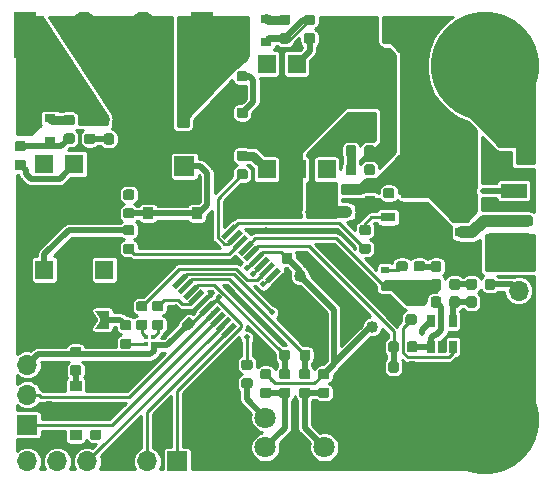
<source format=gbr>
G04 #@! TF.GenerationSoftware,KiCad,Pcbnew,5.1.2-f72e74a~84~ubuntu18.04.1*
G04 #@! TF.CreationDate,2019-07-31T21:01:39+02:00*
G04 #@! TF.ProjectId,Pulse_Arc_Welder_logic,50756c73-655f-4417-9263-5f57656c6465,rev?*
G04 #@! TF.SameCoordinates,Original*
G04 #@! TF.FileFunction,Copper,L1,Top*
G04 #@! TF.FilePolarity,Positive*
%FSLAX46Y46*%
G04 Gerber Fmt 4.6, Leading zero omitted, Abs format (unit mm)*
G04 Created by KiCad (PCBNEW 5.1.2-f72e74a~84~ubuntu18.04.1) date 2019-07-31 21:01:39*
%MOMM*%
%LPD*%
G04 APERTURE LIST*
%ADD10R,1.700000X1.700000*%
%ADD11O,1.700000X1.700000*%
%ADD12C,0.100000*%
%ADD13C,0.875000*%
%ADD14R,0.650000X1.060000*%
%ADD15C,1.250000*%
%ADD16R,2.200000X1.200000*%
%ADD17R,6.400000X5.800000*%
%ADD18R,1.600000X1.600000*%
%ADD19C,2.075000*%
%ADD20O,2.500000X3.500000*%
%ADD21C,1.800000*%
%ADD22R,0.550000X1.700000*%
%ADD23R,1.000000X0.900000*%
%ADD24R,1.700000X0.550000*%
%ADD25R,0.900000X1.000000*%
%ADD26C,0.100000*%
%ADD27R,0.400000X0.400000*%
%ADD28R,1.200000X0.800000*%
%ADD29R,0.600000X0.450000*%
%ADD30R,0.700000X0.600000*%
%ADD31C,0.300000*%
%ADD32C,9.200000*%
%ADD33C,0.450000*%
%ADD34R,0.900000X0.800000*%
%ADD35O,1.980000X3.960000*%
%ADD36R,1.980000X3.960000*%
%ADD37C,0.508000*%
%ADD38C,1.016000*%
%ADD39C,1.000000*%
%ADD40C,0.750000*%
%ADD41C,0.250000*%
%ADD42C,0.500000*%
%ADD43C,0.254000*%
G04 APERTURE END LIST*
D10*
X151600000Y-131200000D03*
D11*
X151600000Y-128660000D03*
X151600000Y-126120000D03*
X151600000Y-123580000D03*
D12*
G36*
X182852691Y-125826053D02*
G01*
X182873926Y-125829203D01*
X182894750Y-125834419D01*
X182914962Y-125841651D01*
X182934368Y-125850830D01*
X182952781Y-125861866D01*
X182970024Y-125874654D01*
X182985930Y-125889070D01*
X183000346Y-125904976D01*
X183013134Y-125922219D01*
X183024170Y-125940632D01*
X183033349Y-125960038D01*
X183040581Y-125980250D01*
X183045797Y-126001074D01*
X183048947Y-126022309D01*
X183050000Y-126043750D01*
X183050000Y-126556250D01*
X183048947Y-126577691D01*
X183045797Y-126598926D01*
X183040581Y-126619750D01*
X183033349Y-126639962D01*
X183024170Y-126659368D01*
X183013134Y-126677781D01*
X183000346Y-126695024D01*
X182985930Y-126710930D01*
X182970024Y-126725346D01*
X182952781Y-126738134D01*
X182934368Y-126749170D01*
X182914962Y-126758349D01*
X182894750Y-126765581D01*
X182873926Y-126770797D01*
X182852691Y-126773947D01*
X182831250Y-126775000D01*
X182393750Y-126775000D01*
X182372309Y-126773947D01*
X182351074Y-126770797D01*
X182330250Y-126765581D01*
X182310038Y-126758349D01*
X182290632Y-126749170D01*
X182272219Y-126738134D01*
X182254976Y-126725346D01*
X182239070Y-126710930D01*
X182224654Y-126695024D01*
X182211866Y-126677781D01*
X182200830Y-126659368D01*
X182191651Y-126639962D01*
X182184419Y-126619750D01*
X182179203Y-126598926D01*
X182176053Y-126577691D01*
X182175000Y-126556250D01*
X182175000Y-126043750D01*
X182176053Y-126022309D01*
X182179203Y-126001074D01*
X182184419Y-125980250D01*
X182191651Y-125960038D01*
X182200830Y-125940632D01*
X182211866Y-125922219D01*
X182224654Y-125904976D01*
X182239070Y-125889070D01*
X182254976Y-125874654D01*
X182272219Y-125861866D01*
X182290632Y-125850830D01*
X182310038Y-125841651D01*
X182330250Y-125834419D01*
X182351074Y-125829203D01*
X182372309Y-125826053D01*
X182393750Y-125825000D01*
X182831250Y-125825000D01*
X182852691Y-125826053D01*
X182852691Y-125826053D01*
G37*
D13*
X182612500Y-126300000D03*
D12*
G36*
X184427691Y-125826053D02*
G01*
X184448926Y-125829203D01*
X184469750Y-125834419D01*
X184489962Y-125841651D01*
X184509368Y-125850830D01*
X184527781Y-125861866D01*
X184545024Y-125874654D01*
X184560930Y-125889070D01*
X184575346Y-125904976D01*
X184588134Y-125922219D01*
X184599170Y-125940632D01*
X184608349Y-125960038D01*
X184615581Y-125980250D01*
X184620797Y-126001074D01*
X184623947Y-126022309D01*
X184625000Y-126043750D01*
X184625000Y-126556250D01*
X184623947Y-126577691D01*
X184620797Y-126598926D01*
X184615581Y-126619750D01*
X184608349Y-126639962D01*
X184599170Y-126659368D01*
X184588134Y-126677781D01*
X184575346Y-126695024D01*
X184560930Y-126710930D01*
X184545024Y-126725346D01*
X184527781Y-126738134D01*
X184509368Y-126749170D01*
X184489962Y-126758349D01*
X184469750Y-126765581D01*
X184448926Y-126770797D01*
X184427691Y-126773947D01*
X184406250Y-126775000D01*
X183968750Y-126775000D01*
X183947309Y-126773947D01*
X183926074Y-126770797D01*
X183905250Y-126765581D01*
X183885038Y-126758349D01*
X183865632Y-126749170D01*
X183847219Y-126738134D01*
X183829976Y-126725346D01*
X183814070Y-126710930D01*
X183799654Y-126695024D01*
X183786866Y-126677781D01*
X183775830Y-126659368D01*
X183766651Y-126639962D01*
X183759419Y-126619750D01*
X183754203Y-126598926D01*
X183751053Y-126577691D01*
X183750000Y-126556250D01*
X183750000Y-126043750D01*
X183751053Y-126022309D01*
X183754203Y-126001074D01*
X183759419Y-125980250D01*
X183766651Y-125960038D01*
X183775830Y-125940632D01*
X183786866Y-125922219D01*
X183799654Y-125904976D01*
X183814070Y-125889070D01*
X183829976Y-125874654D01*
X183847219Y-125861866D01*
X183865632Y-125850830D01*
X183885038Y-125841651D01*
X183905250Y-125834419D01*
X183926074Y-125829203D01*
X183947309Y-125826053D01*
X183968750Y-125825000D01*
X184406250Y-125825000D01*
X184427691Y-125826053D01*
X184427691Y-125826053D01*
G37*
D13*
X184187500Y-126300000D03*
D12*
G36*
X183607691Y-118901053D02*
G01*
X183628926Y-118904203D01*
X183649750Y-118909419D01*
X183669962Y-118916651D01*
X183689368Y-118925830D01*
X183707781Y-118936866D01*
X183725024Y-118949654D01*
X183740930Y-118964070D01*
X183755346Y-118979976D01*
X183768134Y-118997219D01*
X183779170Y-119015632D01*
X183788349Y-119035038D01*
X183795581Y-119055250D01*
X183800797Y-119076074D01*
X183803947Y-119097309D01*
X183805000Y-119118750D01*
X183805000Y-119556250D01*
X183803947Y-119577691D01*
X183800797Y-119598926D01*
X183795581Y-119619750D01*
X183788349Y-119639962D01*
X183779170Y-119659368D01*
X183768134Y-119677781D01*
X183755346Y-119695024D01*
X183740930Y-119710930D01*
X183725024Y-119725346D01*
X183707781Y-119738134D01*
X183689368Y-119749170D01*
X183669962Y-119758349D01*
X183649750Y-119765581D01*
X183628926Y-119770797D01*
X183607691Y-119773947D01*
X183586250Y-119775000D01*
X183073750Y-119775000D01*
X183052309Y-119773947D01*
X183031074Y-119770797D01*
X183010250Y-119765581D01*
X182990038Y-119758349D01*
X182970632Y-119749170D01*
X182952219Y-119738134D01*
X182934976Y-119725346D01*
X182919070Y-119710930D01*
X182904654Y-119695024D01*
X182891866Y-119677781D01*
X182880830Y-119659368D01*
X182871651Y-119639962D01*
X182864419Y-119619750D01*
X182859203Y-119598926D01*
X182856053Y-119577691D01*
X182855000Y-119556250D01*
X182855000Y-119118750D01*
X182856053Y-119097309D01*
X182859203Y-119076074D01*
X182864419Y-119055250D01*
X182871651Y-119035038D01*
X182880830Y-119015632D01*
X182891866Y-118997219D01*
X182904654Y-118979976D01*
X182919070Y-118964070D01*
X182934976Y-118949654D01*
X182952219Y-118936866D01*
X182970632Y-118925830D01*
X182990038Y-118916651D01*
X183010250Y-118909419D01*
X183031074Y-118904203D01*
X183052309Y-118901053D01*
X183073750Y-118900000D01*
X183586250Y-118900000D01*
X183607691Y-118901053D01*
X183607691Y-118901053D01*
G37*
D13*
X183330000Y-119337500D03*
D12*
G36*
X183607691Y-117326053D02*
G01*
X183628926Y-117329203D01*
X183649750Y-117334419D01*
X183669962Y-117341651D01*
X183689368Y-117350830D01*
X183707781Y-117361866D01*
X183725024Y-117374654D01*
X183740930Y-117389070D01*
X183755346Y-117404976D01*
X183768134Y-117422219D01*
X183779170Y-117440632D01*
X183788349Y-117460038D01*
X183795581Y-117480250D01*
X183800797Y-117501074D01*
X183803947Y-117522309D01*
X183805000Y-117543750D01*
X183805000Y-117981250D01*
X183803947Y-118002691D01*
X183800797Y-118023926D01*
X183795581Y-118044750D01*
X183788349Y-118064962D01*
X183779170Y-118084368D01*
X183768134Y-118102781D01*
X183755346Y-118120024D01*
X183740930Y-118135930D01*
X183725024Y-118150346D01*
X183707781Y-118163134D01*
X183689368Y-118174170D01*
X183669962Y-118183349D01*
X183649750Y-118190581D01*
X183628926Y-118195797D01*
X183607691Y-118198947D01*
X183586250Y-118200000D01*
X183073750Y-118200000D01*
X183052309Y-118198947D01*
X183031074Y-118195797D01*
X183010250Y-118190581D01*
X182990038Y-118183349D01*
X182970632Y-118174170D01*
X182952219Y-118163134D01*
X182934976Y-118150346D01*
X182919070Y-118135930D01*
X182904654Y-118120024D01*
X182891866Y-118102781D01*
X182880830Y-118084368D01*
X182871651Y-118064962D01*
X182864419Y-118044750D01*
X182859203Y-118023926D01*
X182856053Y-118002691D01*
X182855000Y-117981250D01*
X182855000Y-117543750D01*
X182856053Y-117522309D01*
X182859203Y-117501074D01*
X182864419Y-117480250D01*
X182871651Y-117460038D01*
X182880830Y-117440632D01*
X182891866Y-117422219D01*
X182904654Y-117404976D01*
X182919070Y-117389070D01*
X182934976Y-117374654D01*
X182952219Y-117361866D01*
X182970632Y-117350830D01*
X182990038Y-117341651D01*
X183010250Y-117334419D01*
X183031074Y-117329203D01*
X183052309Y-117326053D01*
X183073750Y-117325000D01*
X183586250Y-117325000D01*
X183607691Y-117326053D01*
X183607691Y-117326053D01*
G37*
D13*
X183330000Y-117762500D03*
D14*
X185750000Y-124600000D03*
X186700000Y-124600000D03*
X187650000Y-124600000D03*
X187650000Y-122400000D03*
X185750000Y-122400000D03*
D12*
G36*
X188027691Y-120326053D02*
G01*
X188048926Y-120329203D01*
X188069750Y-120334419D01*
X188089962Y-120341651D01*
X188109368Y-120350830D01*
X188127781Y-120361866D01*
X188145024Y-120374654D01*
X188160930Y-120389070D01*
X188175346Y-120404976D01*
X188188134Y-120422219D01*
X188199170Y-120440632D01*
X188208349Y-120460038D01*
X188215581Y-120480250D01*
X188220797Y-120501074D01*
X188223947Y-120522309D01*
X188225000Y-120543750D01*
X188225000Y-121056250D01*
X188223947Y-121077691D01*
X188220797Y-121098926D01*
X188215581Y-121119750D01*
X188208349Y-121139962D01*
X188199170Y-121159368D01*
X188188134Y-121177781D01*
X188175346Y-121195024D01*
X188160930Y-121210930D01*
X188145024Y-121225346D01*
X188127781Y-121238134D01*
X188109368Y-121249170D01*
X188089962Y-121258349D01*
X188069750Y-121265581D01*
X188048926Y-121270797D01*
X188027691Y-121273947D01*
X188006250Y-121275000D01*
X187568750Y-121275000D01*
X187547309Y-121273947D01*
X187526074Y-121270797D01*
X187505250Y-121265581D01*
X187485038Y-121258349D01*
X187465632Y-121249170D01*
X187447219Y-121238134D01*
X187429976Y-121225346D01*
X187414070Y-121210930D01*
X187399654Y-121195024D01*
X187386866Y-121177781D01*
X187375830Y-121159368D01*
X187366651Y-121139962D01*
X187359419Y-121119750D01*
X187354203Y-121098926D01*
X187351053Y-121077691D01*
X187350000Y-121056250D01*
X187350000Y-120543750D01*
X187351053Y-120522309D01*
X187354203Y-120501074D01*
X187359419Y-120480250D01*
X187366651Y-120460038D01*
X187375830Y-120440632D01*
X187386866Y-120422219D01*
X187399654Y-120404976D01*
X187414070Y-120389070D01*
X187429976Y-120374654D01*
X187447219Y-120361866D01*
X187465632Y-120350830D01*
X187485038Y-120341651D01*
X187505250Y-120334419D01*
X187526074Y-120329203D01*
X187547309Y-120326053D01*
X187568750Y-120325000D01*
X188006250Y-120325000D01*
X188027691Y-120326053D01*
X188027691Y-120326053D01*
G37*
D13*
X187787500Y-120800000D03*
D12*
G36*
X186452691Y-120326053D02*
G01*
X186473926Y-120329203D01*
X186494750Y-120334419D01*
X186514962Y-120341651D01*
X186534368Y-120350830D01*
X186552781Y-120361866D01*
X186570024Y-120374654D01*
X186585930Y-120389070D01*
X186600346Y-120404976D01*
X186613134Y-120422219D01*
X186624170Y-120440632D01*
X186633349Y-120460038D01*
X186640581Y-120480250D01*
X186645797Y-120501074D01*
X186648947Y-120522309D01*
X186650000Y-120543750D01*
X186650000Y-121056250D01*
X186648947Y-121077691D01*
X186645797Y-121098926D01*
X186640581Y-121119750D01*
X186633349Y-121139962D01*
X186624170Y-121159368D01*
X186613134Y-121177781D01*
X186600346Y-121195024D01*
X186585930Y-121210930D01*
X186570024Y-121225346D01*
X186552781Y-121238134D01*
X186534368Y-121249170D01*
X186514962Y-121258349D01*
X186494750Y-121265581D01*
X186473926Y-121270797D01*
X186452691Y-121273947D01*
X186431250Y-121275000D01*
X185993750Y-121275000D01*
X185972309Y-121273947D01*
X185951074Y-121270797D01*
X185930250Y-121265581D01*
X185910038Y-121258349D01*
X185890632Y-121249170D01*
X185872219Y-121238134D01*
X185854976Y-121225346D01*
X185839070Y-121210930D01*
X185824654Y-121195024D01*
X185811866Y-121177781D01*
X185800830Y-121159368D01*
X185791651Y-121139962D01*
X185784419Y-121119750D01*
X185779203Y-121098926D01*
X185776053Y-121077691D01*
X185775000Y-121056250D01*
X185775000Y-120543750D01*
X185776053Y-120522309D01*
X185779203Y-120501074D01*
X185784419Y-120480250D01*
X185791651Y-120460038D01*
X185800830Y-120440632D01*
X185811866Y-120422219D01*
X185824654Y-120404976D01*
X185839070Y-120389070D01*
X185854976Y-120374654D01*
X185872219Y-120361866D01*
X185890632Y-120350830D01*
X185910038Y-120341651D01*
X185930250Y-120334419D01*
X185951074Y-120329203D01*
X185972309Y-120326053D01*
X185993750Y-120325000D01*
X186431250Y-120325000D01*
X186452691Y-120326053D01*
X186452691Y-120326053D01*
G37*
D13*
X186212500Y-120800000D03*
D12*
G36*
X189452691Y-120326053D02*
G01*
X189473926Y-120329203D01*
X189494750Y-120334419D01*
X189514962Y-120341651D01*
X189534368Y-120350830D01*
X189552781Y-120361866D01*
X189570024Y-120374654D01*
X189585930Y-120389070D01*
X189600346Y-120404976D01*
X189613134Y-120422219D01*
X189624170Y-120440632D01*
X189633349Y-120460038D01*
X189640581Y-120480250D01*
X189645797Y-120501074D01*
X189648947Y-120522309D01*
X189650000Y-120543750D01*
X189650000Y-121056250D01*
X189648947Y-121077691D01*
X189645797Y-121098926D01*
X189640581Y-121119750D01*
X189633349Y-121139962D01*
X189624170Y-121159368D01*
X189613134Y-121177781D01*
X189600346Y-121195024D01*
X189585930Y-121210930D01*
X189570024Y-121225346D01*
X189552781Y-121238134D01*
X189534368Y-121249170D01*
X189514962Y-121258349D01*
X189494750Y-121265581D01*
X189473926Y-121270797D01*
X189452691Y-121273947D01*
X189431250Y-121275000D01*
X188993750Y-121275000D01*
X188972309Y-121273947D01*
X188951074Y-121270797D01*
X188930250Y-121265581D01*
X188910038Y-121258349D01*
X188890632Y-121249170D01*
X188872219Y-121238134D01*
X188854976Y-121225346D01*
X188839070Y-121210930D01*
X188824654Y-121195024D01*
X188811866Y-121177781D01*
X188800830Y-121159368D01*
X188791651Y-121139962D01*
X188784419Y-121119750D01*
X188779203Y-121098926D01*
X188776053Y-121077691D01*
X188775000Y-121056250D01*
X188775000Y-120543750D01*
X188776053Y-120522309D01*
X188779203Y-120501074D01*
X188784419Y-120480250D01*
X188791651Y-120460038D01*
X188800830Y-120440632D01*
X188811866Y-120422219D01*
X188824654Y-120404976D01*
X188839070Y-120389070D01*
X188854976Y-120374654D01*
X188872219Y-120361866D01*
X188890632Y-120350830D01*
X188910038Y-120341651D01*
X188930250Y-120334419D01*
X188951074Y-120329203D01*
X188972309Y-120326053D01*
X188993750Y-120325000D01*
X189431250Y-120325000D01*
X189452691Y-120326053D01*
X189452691Y-120326053D01*
G37*
D13*
X189212500Y-120800000D03*
D12*
G36*
X191027691Y-120326053D02*
G01*
X191048926Y-120329203D01*
X191069750Y-120334419D01*
X191089962Y-120341651D01*
X191109368Y-120350830D01*
X191127781Y-120361866D01*
X191145024Y-120374654D01*
X191160930Y-120389070D01*
X191175346Y-120404976D01*
X191188134Y-120422219D01*
X191199170Y-120440632D01*
X191208349Y-120460038D01*
X191215581Y-120480250D01*
X191220797Y-120501074D01*
X191223947Y-120522309D01*
X191225000Y-120543750D01*
X191225000Y-121056250D01*
X191223947Y-121077691D01*
X191220797Y-121098926D01*
X191215581Y-121119750D01*
X191208349Y-121139962D01*
X191199170Y-121159368D01*
X191188134Y-121177781D01*
X191175346Y-121195024D01*
X191160930Y-121210930D01*
X191145024Y-121225346D01*
X191127781Y-121238134D01*
X191109368Y-121249170D01*
X191089962Y-121258349D01*
X191069750Y-121265581D01*
X191048926Y-121270797D01*
X191027691Y-121273947D01*
X191006250Y-121275000D01*
X190568750Y-121275000D01*
X190547309Y-121273947D01*
X190526074Y-121270797D01*
X190505250Y-121265581D01*
X190485038Y-121258349D01*
X190465632Y-121249170D01*
X190447219Y-121238134D01*
X190429976Y-121225346D01*
X190414070Y-121210930D01*
X190399654Y-121195024D01*
X190386866Y-121177781D01*
X190375830Y-121159368D01*
X190366651Y-121139962D01*
X190359419Y-121119750D01*
X190354203Y-121098926D01*
X190351053Y-121077691D01*
X190350000Y-121056250D01*
X190350000Y-120543750D01*
X190351053Y-120522309D01*
X190354203Y-120501074D01*
X190359419Y-120480250D01*
X190366651Y-120460038D01*
X190375830Y-120440632D01*
X190386866Y-120422219D01*
X190399654Y-120404976D01*
X190414070Y-120389070D01*
X190429976Y-120374654D01*
X190447219Y-120361866D01*
X190465632Y-120350830D01*
X190485038Y-120341651D01*
X190505250Y-120334419D01*
X190526074Y-120329203D01*
X190547309Y-120326053D01*
X190568750Y-120325000D01*
X191006250Y-120325000D01*
X191027691Y-120326053D01*
X191027691Y-120326053D01*
G37*
D13*
X190787500Y-120800000D03*
D12*
G36*
X174399504Y-111076204D02*
G01*
X174423773Y-111079804D01*
X174447571Y-111085765D01*
X174470671Y-111094030D01*
X174492849Y-111104520D01*
X174513893Y-111117133D01*
X174533598Y-111131747D01*
X174551777Y-111148223D01*
X174568253Y-111166402D01*
X174582867Y-111186107D01*
X174595480Y-111207151D01*
X174605970Y-111229329D01*
X174614235Y-111252429D01*
X174620196Y-111276227D01*
X174623796Y-111300496D01*
X174625000Y-111325000D01*
X174625000Y-113475000D01*
X174623796Y-113499504D01*
X174620196Y-113523773D01*
X174614235Y-113547571D01*
X174605970Y-113570671D01*
X174595480Y-113592849D01*
X174582867Y-113613893D01*
X174568253Y-113633598D01*
X174551777Y-113651777D01*
X174533598Y-113668253D01*
X174513893Y-113682867D01*
X174492849Y-113695480D01*
X174470671Y-113705970D01*
X174447571Y-113714235D01*
X174423773Y-113720196D01*
X174399504Y-113723796D01*
X174375000Y-113725000D01*
X173625000Y-113725000D01*
X173600496Y-113723796D01*
X173576227Y-113720196D01*
X173552429Y-113714235D01*
X173529329Y-113705970D01*
X173507151Y-113695480D01*
X173486107Y-113682867D01*
X173466402Y-113668253D01*
X173448223Y-113651777D01*
X173431747Y-113633598D01*
X173417133Y-113613893D01*
X173404520Y-113592849D01*
X173394030Y-113570671D01*
X173385765Y-113547571D01*
X173379804Y-113523773D01*
X173376204Y-113499504D01*
X173375000Y-113475000D01*
X173375000Y-111325000D01*
X173376204Y-111300496D01*
X173379804Y-111276227D01*
X173385765Y-111252429D01*
X173394030Y-111229329D01*
X173404520Y-111207151D01*
X173417133Y-111186107D01*
X173431747Y-111166402D01*
X173448223Y-111148223D01*
X173466402Y-111131747D01*
X173486107Y-111117133D01*
X173507151Y-111104520D01*
X173529329Y-111094030D01*
X173552429Y-111085765D01*
X173576227Y-111079804D01*
X173600496Y-111076204D01*
X173625000Y-111075000D01*
X174375000Y-111075000D01*
X174399504Y-111076204D01*
X174399504Y-111076204D01*
G37*
D15*
X174000000Y-112400000D03*
D12*
G36*
X177199504Y-111076204D02*
G01*
X177223773Y-111079804D01*
X177247571Y-111085765D01*
X177270671Y-111094030D01*
X177292849Y-111104520D01*
X177313893Y-111117133D01*
X177333598Y-111131747D01*
X177351777Y-111148223D01*
X177368253Y-111166402D01*
X177382867Y-111186107D01*
X177395480Y-111207151D01*
X177405970Y-111229329D01*
X177414235Y-111252429D01*
X177420196Y-111276227D01*
X177423796Y-111300496D01*
X177425000Y-111325000D01*
X177425000Y-113475000D01*
X177423796Y-113499504D01*
X177420196Y-113523773D01*
X177414235Y-113547571D01*
X177405970Y-113570671D01*
X177395480Y-113592849D01*
X177382867Y-113613893D01*
X177368253Y-113633598D01*
X177351777Y-113651777D01*
X177333598Y-113668253D01*
X177313893Y-113682867D01*
X177292849Y-113695480D01*
X177270671Y-113705970D01*
X177247571Y-113714235D01*
X177223773Y-113720196D01*
X177199504Y-113723796D01*
X177175000Y-113725000D01*
X176425000Y-113725000D01*
X176400496Y-113723796D01*
X176376227Y-113720196D01*
X176352429Y-113714235D01*
X176329329Y-113705970D01*
X176307151Y-113695480D01*
X176286107Y-113682867D01*
X176266402Y-113668253D01*
X176248223Y-113651777D01*
X176231747Y-113633598D01*
X176217133Y-113613893D01*
X176204520Y-113592849D01*
X176194030Y-113570671D01*
X176185765Y-113547571D01*
X176179804Y-113523773D01*
X176176204Y-113499504D01*
X176175000Y-113475000D01*
X176175000Y-111325000D01*
X176176204Y-111300496D01*
X176179804Y-111276227D01*
X176185765Y-111252429D01*
X176194030Y-111229329D01*
X176204520Y-111207151D01*
X176217133Y-111186107D01*
X176231747Y-111166402D01*
X176248223Y-111148223D01*
X176266402Y-111131747D01*
X176286107Y-111117133D01*
X176307151Y-111104520D01*
X176329329Y-111094030D01*
X176352429Y-111085765D01*
X176376227Y-111079804D01*
X176400496Y-111076204D01*
X176425000Y-111075000D01*
X177175000Y-111075000D01*
X177199504Y-111076204D01*
X177199504Y-111076204D01*
G37*
D15*
X176800000Y-112400000D03*
D10*
X193200000Y-117300000D03*
D11*
X193200000Y-119840000D03*
D10*
X164900000Y-109300000D03*
D11*
X162360000Y-109300000D03*
D16*
X192800000Y-111380000D03*
X192800000Y-106820000D03*
D17*
X186500000Y-109100000D03*
D12*
G36*
X157677691Y-130026053D02*
G01*
X157698926Y-130029203D01*
X157719750Y-130034419D01*
X157739962Y-130041651D01*
X157759368Y-130050830D01*
X157777781Y-130061866D01*
X157795024Y-130074654D01*
X157810930Y-130089070D01*
X157825346Y-130104976D01*
X157838134Y-130122219D01*
X157849170Y-130140632D01*
X157858349Y-130160038D01*
X157865581Y-130180250D01*
X157870797Y-130201074D01*
X157873947Y-130222309D01*
X157875000Y-130243750D01*
X157875000Y-130681250D01*
X157873947Y-130702691D01*
X157870797Y-130723926D01*
X157865581Y-130744750D01*
X157858349Y-130764962D01*
X157849170Y-130784368D01*
X157838134Y-130802781D01*
X157825346Y-130820024D01*
X157810930Y-130835930D01*
X157795024Y-130850346D01*
X157777781Y-130863134D01*
X157759368Y-130874170D01*
X157739962Y-130883349D01*
X157719750Y-130890581D01*
X157698926Y-130895797D01*
X157677691Y-130898947D01*
X157656250Y-130900000D01*
X157143750Y-130900000D01*
X157122309Y-130898947D01*
X157101074Y-130895797D01*
X157080250Y-130890581D01*
X157060038Y-130883349D01*
X157040632Y-130874170D01*
X157022219Y-130863134D01*
X157004976Y-130850346D01*
X156989070Y-130835930D01*
X156974654Y-130820024D01*
X156961866Y-130802781D01*
X156950830Y-130784368D01*
X156941651Y-130764962D01*
X156934419Y-130744750D01*
X156929203Y-130723926D01*
X156926053Y-130702691D01*
X156925000Y-130681250D01*
X156925000Y-130243750D01*
X156926053Y-130222309D01*
X156929203Y-130201074D01*
X156934419Y-130180250D01*
X156941651Y-130160038D01*
X156950830Y-130140632D01*
X156961866Y-130122219D01*
X156974654Y-130104976D01*
X156989070Y-130089070D01*
X157004976Y-130074654D01*
X157022219Y-130061866D01*
X157040632Y-130050830D01*
X157060038Y-130041651D01*
X157080250Y-130034419D01*
X157101074Y-130029203D01*
X157122309Y-130026053D01*
X157143750Y-130025000D01*
X157656250Y-130025000D01*
X157677691Y-130026053D01*
X157677691Y-130026053D01*
G37*
D13*
X157400000Y-130462500D03*
D12*
G36*
X157677691Y-131601053D02*
G01*
X157698926Y-131604203D01*
X157719750Y-131609419D01*
X157739962Y-131616651D01*
X157759368Y-131625830D01*
X157777781Y-131636866D01*
X157795024Y-131649654D01*
X157810930Y-131664070D01*
X157825346Y-131679976D01*
X157838134Y-131697219D01*
X157849170Y-131715632D01*
X157858349Y-131735038D01*
X157865581Y-131755250D01*
X157870797Y-131776074D01*
X157873947Y-131797309D01*
X157875000Y-131818750D01*
X157875000Y-132256250D01*
X157873947Y-132277691D01*
X157870797Y-132298926D01*
X157865581Y-132319750D01*
X157858349Y-132339962D01*
X157849170Y-132359368D01*
X157838134Y-132377781D01*
X157825346Y-132395024D01*
X157810930Y-132410930D01*
X157795024Y-132425346D01*
X157777781Y-132438134D01*
X157759368Y-132449170D01*
X157739962Y-132458349D01*
X157719750Y-132465581D01*
X157698926Y-132470797D01*
X157677691Y-132473947D01*
X157656250Y-132475000D01*
X157143750Y-132475000D01*
X157122309Y-132473947D01*
X157101074Y-132470797D01*
X157080250Y-132465581D01*
X157060038Y-132458349D01*
X157040632Y-132449170D01*
X157022219Y-132438134D01*
X157004976Y-132425346D01*
X156989070Y-132410930D01*
X156974654Y-132395024D01*
X156961866Y-132377781D01*
X156950830Y-132359368D01*
X156941651Y-132339962D01*
X156934419Y-132319750D01*
X156929203Y-132298926D01*
X156926053Y-132277691D01*
X156925000Y-132256250D01*
X156925000Y-131818750D01*
X156926053Y-131797309D01*
X156929203Y-131776074D01*
X156934419Y-131755250D01*
X156941651Y-131735038D01*
X156950830Y-131715632D01*
X156961866Y-131697219D01*
X156974654Y-131679976D01*
X156989070Y-131664070D01*
X157004976Y-131649654D01*
X157022219Y-131636866D01*
X157040632Y-131625830D01*
X157060038Y-131616651D01*
X157080250Y-131609419D01*
X157101074Y-131604203D01*
X157122309Y-131601053D01*
X157143750Y-131600000D01*
X157656250Y-131600000D01*
X157677691Y-131601053D01*
X157677691Y-131601053D01*
G37*
D13*
X157400000Y-132037500D03*
D12*
G36*
X175427691Y-116626053D02*
G01*
X175448926Y-116629203D01*
X175469750Y-116634419D01*
X175489962Y-116641651D01*
X175509368Y-116650830D01*
X175527781Y-116661866D01*
X175545024Y-116674654D01*
X175560930Y-116689070D01*
X175575346Y-116704976D01*
X175588134Y-116722219D01*
X175599170Y-116740632D01*
X175608349Y-116760038D01*
X175615581Y-116780250D01*
X175620797Y-116801074D01*
X175623947Y-116822309D01*
X175625000Y-116843750D01*
X175625000Y-117356250D01*
X175623947Y-117377691D01*
X175620797Y-117398926D01*
X175615581Y-117419750D01*
X175608349Y-117439962D01*
X175599170Y-117459368D01*
X175588134Y-117477781D01*
X175575346Y-117495024D01*
X175560930Y-117510930D01*
X175545024Y-117525346D01*
X175527781Y-117538134D01*
X175509368Y-117549170D01*
X175489962Y-117558349D01*
X175469750Y-117565581D01*
X175448926Y-117570797D01*
X175427691Y-117573947D01*
X175406250Y-117575000D01*
X174968750Y-117575000D01*
X174947309Y-117573947D01*
X174926074Y-117570797D01*
X174905250Y-117565581D01*
X174885038Y-117558349D01*
X174865632Y-117549170D01*
X174847219Y-117538134D01*
X174829976Y-117525346D01*
X174814070Y-117510930D01*
X174799654Y-117495024D01*
X174786866Y-117477781D01*
X174775830Y-117459368D01*
X174766651Y-117439962D01*
X174759419Y-117419750D01*
X174754203Y-117398926D01*
X174751053Y-117377691D01*
X174750000Y-117356250D01*
X174750000Y-116843750D01*
X174751053Y-116822309D01*
X174754203Y-116801074D01*
X174759419Y-116780250D01*
X174766651Y-116760038D01*
X174775830Y-116740632D01*
X174786866Y-116722219D01*
X174799654Y-116704976D01*
X174814070Y-116689070D01*
X174829976Y-116674654D01*
X174847219Y-116661866D01*
X174865632Y-116650830D01*
X174885038Y-116641651D01*
X174905250Y-116634419D01*
X174926074Y-116629203D01*
X174947309Y-116626053D01*
X174968750Y-116625000D01*
X175406250Y-116625000D01*
X175427691Y-116626053D01*
X175427691Y-116626053D01*
G37*
D13*
X175187500Y-117100000D03*
D12*
G36*
X173852691Y-116626053D02*
G01*
X173873926Y-116629203D01*
X173894750Y-116634419D01*
X173914962Y-116641651D01*
X173934368Y-116650830D01*
X173952781Y-116661866D01*
X173970024Y-116674654D01*
X173985930Y-116689070D01*
X174000346Y-116704976D01*
X174013134Y-116722219D01*
X174024170Y-116740632D01*
X174033349Y-116760038D01*
X174040581Y-116780250D01*
X174045797Y-116801074D01*
X174048947Y-116822309D01*
X174050000Y-116843750D01*
X174050000Y-117356250D01*
X174048947Y-117377691D01*
X174045797Y-117398926D01*
X174040581Y-117419750D01*
X174033349Y-117439962D01*
X174024170Y-117459368D01*
X174013134Y-117477781D01*
X174000346Y-117495024D01*
X173985930Y-117510930D01*
X173970024Y-117525346D01*
X173952781Y-117538134D01*
X173934368Y-117549170D01*
X173914962Y-117558349D01*
X173894750Y-117565581D01*
X173873926Y-117570797D01*
X173852691Y-117573947D01*
X173831250Y-117575000D01*
X173393750Y-117575000D01*
X173372309Y-117573947D01*
X173351074Y-117570797D01*
X173330250Y-117565581D01*
X173310038Y-117558349D01*
X173290632Y-117549170D01*
X173272219Y-117538134D01*
X173254976Y-117525346D01*
X173239070Y-117510930D01*
X173224654Y-117495024D01*
X173211866Y-117477781D01*
X173200830Y-117459368D01*
X173191651Y-117439962D01*
X173184419Y-117419750D01*
X173179203Y-117398926D01*
X173176053Y-117377691D01*
X173175000Y-117356250D01*
X173175000Y-116843750D01*
X173176053Y-116822309D01*
X173179203Y-116801074D01*
X173184419Y-116780250D01*
X173191651Y-116760038D01*
X173200830Y-116740632D01*
X173211866Y-116722219D01*
X173224654Y-116704976D01*
X173239070Y-116689070D01*
X173254976Y-116674654D01*
X173272219Y-116661866D01*
X173290632Y-116650830D01*
X173310038Y-116641651D01*
X173330250Y-116634419D01*
X173351074Y-116629203D01*
X173372309Y-116626053D01*
X173393750Y-116625000D01*
X173831250Y-116625000D01*
X173852691Y-116626053D01*
X173852691Y-116626053D01*
G37*
D13*
X173612500Y-117100000D03*
D12*
G36*
X157177691Y-106551053D02*
G01*
X157198926Y-106554203D01*
X157219750Y-106559419D01*
X157239962Y-106566651D01*
X157259368Y-106575830D01*
X157277781Y-106586866D01*
X157295024Y-106599654D01*
X157310930Y-106614070D01*
X157325346Y-106629976D01*
X157338134Y-106647219D01*
X157349170Y-106665632D01*
X157358349Y-106685038D01*
X157365581Y-106705250D01*
X157370797Y-106726074D01*
X157373947Y-106747309D01*
X157375000Y-106768750D01*
X157375000Y-107206250D01*
X157373947Y-107227691D01*
X157370797Y-107248926D01*
X157365581Y-107269750D01*
X157358349Y-107289962D01*
X157349170Y-107309368D01*
X157338134Y-107327781D01*
X157325346Y-107345024D01*
X157310930Y-107360930D01*
X157295024Y-107375346D01*
X157277781Y-107388134D01*
X157259368Y-107399170D01*
X157239962Y-107408349D01*
X157219750Y-107415581D01*
X157198926Y-107420797D01*
X157177691Y-107423947D01*
X157156250Y-107425000D01*
X156643750Y-107425000D01*
X156622309Y-107423947D01*
X156601074Y-107420797D01*
X156580250Y-107415581D01*
X156560038Y-107408349D01*
X156540632Y-107399170D01*
X156522219Y-107388134D01*
X156504976Y-107375346D01*
X156489070Y-107360930D01*
X156474654Y-107345024D01*
X156461866Y-107327781D01*
X156450830Y-107309368D01*
X156441651Y-107289962D01*
X156434419Y-107269750D01*
X156429203Y-107248926D01*
X156426053Y-107227691D01*
X156425000Y-107206250D01*
X156425000Y-106768750D01*
X156426053Y-106747309D01*
X156429203Y-106726074D01*
X156434419Y-106705250D01*
X156441651Y-106685038D01*
X156450830Y-106665632D01*
X156461866Y-106647219D01*
X156474654Y-106629976D01*
X156489070Y-106614070D01*
X156504976Y-106599654D01*
X156522219Y-106586866D01*
X156540632Y-106575830D01*
X156560038Y-106566651D01*
X156580250Y-106559419D01*
X156601074Y-106554203D01*
X156622309Y-106551053D01*
X156643750Y-106550000D01*
X157156250Y-106550000D01*
X157177691Y-106551053D01*
X157177691Y-106551053D01*
G37*
D13*
X156900000Y-106987500D03*
D12*
G36*
X157177691Y-104976053D02*
G01*
X157198926Y-104979203D01*
X157219750Y-104984419D01*
X157239962Y-104991651D01*
X157259368Y-105000830D01*
X157277781Y-105011866D01*
X157295024Y-105024654D01*
X157310930Y-105039070D01*
X157325346Y-105054976D01*
X157338134Y-105072219D01*
X157349170Y-105090632D01*
X157358349Y-105110038D01*
X157365581Y-105130250D01*
X157370797Y-105151074D01*
X157373947Y-105172309D01*
X157375000Y-105193750D01*
X157375000Y-105631250D01*
X157373947Y-105652691D01*
X157370797Y-105673926D01*
X157365581Y-105694750D01*
X157358349Y-105714962D01*
X157349170Y-105734368D01*
X157338134Y-105752781D01*
X157325346Y-105770024D01*
X157310930Y-105785930D01*
X157295024Y-105800346D01*
X157277781Y-105813134D01*
X157259368Y-105824170D01*
X157239962Y-105833349D01*
X157219750Y-105840581D01*
X157198926Y-105845797D01*
X157177691Y-105848947D01*
X157156250Y-105850000D01*
X156643750Y-105850000D01*
X156622309Y-105848947D01*
X156601074Y-105845797D01*
X156580250Y-105840581D01*
X156560038Y-105833349D01*
X156540632Y-105824170D01*
X156522219Y-105813134D01*
X156504976Y-105800346D01*
X156489070Y-105785930D01*
X156474654Y-105770024D01*
X156461866Y-105752781D01*
X156450830Y-105734368D01*
X156441651Y-105714962D01*
X156434419Y-105694750D01*
X156429203Y-105673926D01*
X156426053Y-105652691D01*
X156425000Y-105631250D01*
X156425000Y-105193750D01*
X156426053Y-105172309D01*
X156429203Y-105151074D01*
X156434419Y-105130250D01*
X156441651Y-105110038D01*
X156450830Y-105090632D01*
X156461866Y-105072219D01*
X156474654Y-105054976D01*
X156489070Y-105039070D01*
X156504976Y-105024654D01*
X156522219Y-105011866D01*
X156540632Y-105000830D01*
X156560038Y-104991651D01*
X156580250Y-104984419D01*
X156601074Y-104979203D01*
X156622309Y-104976053D01*
X156643750Y-104975000D01*
X157156250Y-104975000D01*
X157177691Y-104976053D01*
X157177691Y-104976053D01*
G37*
D13*
X156900000Y-105412500D03*
D12*
G36*
X170077691Y-101251053D02*
G01*
X170098926Y-101254203D01*
X170119750Y-101259419D01*
X170139962Y-101266651D01*
X170159368Y-101275830D01*
X170177781Y-101286866D01*
X170195024Y-101299654D01*
X170210930Y-101314070D01*
X170225346Y-101329976D01*
X170238134Y-101347219D01*
X170249170Y-101365632D01*
X170258349Y-101385038D01*
X170265581Y-101405250D01*
X170270797Y-101426074D01*
X170273947Y-101447309D01*
X170275000Y-101468750D01*
X170275000Y-101906250D01*
X170273947Y-101927691D01*
X170270797Y-101948926D01*
X170265581Y-101969750D01*
X170258349Y-101989962D01*
X170249170Y-102009368D01*
X170238134Y-102027781D01*
X170225346Y-102045024D01*
X170210930Y-102060930D01*
X170195024Y-102075346D01*
X170177781Y-102088134D01*
X170159368Y-102099170D01*
X170139962Y-102108349D01*
X170119750Y-102115581D01*
X170098926Y-102120797D01*
X170077691Y-102123947D01*
X170056250Y-102125000D01*
X169543750Y-102125000D01*
X169522309Y-102123947D01*
X169501074Y-102120797D01*
X169480250Y-102115581D01*
X169460038Y-102108349D01*
X169440632Y-102099170D01*
X169422219Y-102088134D01*
X169404976Y-102075346D01*
X169389070Y-102060930D01*
X169374654Y-102045024D01*
X169361866Y-102027781D01*
X169350830Y-102009368D01*
X169341651Y-101989962D01*
X169334419Y-101969750D01*
X169329203Y-101948926D01*
X169326053Y-101927691D01*
X169325000Y-101906250D01*
X169325000Y-101468750D01*
X169326053Y-101447309D01*
X169329203Y-101426074D01*
X169334419Y-101405250D01*
X169341651Y-101385038D01*
X169350830Y-101365632D01*
X169361866Y-101347219D01*
X169374654Y-101329976D01*
X169389070Y-101314070D01*
X169404976Y-101299654D01*
X169422219Y-101286866D01*
X169440632Y-101275830D01*
X169460038Y-101266651D01*
X169480250Y-101259419D01*
X169501074Y-101254203D01*
X169522309Y-101251053D01*
X169543750Y-101250000D01*
X170056250Y-101250000D01*
X170077691Y-101251053D01*
X170077691Y-101251053D01*
G37*
D13*
X169800000Y-101687500D03*
D12*
G36*
X170077691Y-99676053D02*
G01*
X170098926Y-99679203D01*
X170119750Y-99684419D01*
X170139962Y-99691651D01*
X170159368Y-99700830D01*
X170177781Y-99711866D01*
X170195024Y-99724654D01*
X170210930Y-99739070D01*
X170225346Y-99754976D01*
X170238134Y-99772219D01*
X170249170Y-99790632D01*
X170258349Y-99810038D01*
X170265581Y-99830250D01*
X170270797Y-99851074D01*
X170273947Y-99872309D01*
X170275000Y-99893750D01*
X170275000Y-100331250D01*
X170273947Y-100352691D01*
X170270797Y-100373926D01*
X170265581Y-100394750D01*
X170258349Y-100414962D01*
X170249170Y-100434368D01*
X170238134Y-100452781D01*
X170225346Y-100470024D01*
X170210930Y-100485930D01*
X170195024Y-100500346D01*
X170177781Y-100513134D01*
X170159368Y-100524170D01*
X170139962Y-100533349D01*
X170119750Y-100540581D01*
X170098926Y-100545797D01*
X170077691Y-100548947D01*
X170056250Y-100550000D01*
X169543750Y-100550000D01*
X169522309Y-100548947D01*
X169501074Y-100545797D01*
X169480250Y-100540581D01*
X169460038Y-100533349D01*
X169440632Y-100524170D01*
X169422219Y-100513134D01*
X169404976Y-100500346D01*
X169389070Y-100485930D01*
X169374654Y-100470024D01*
X169361866Y-100452781D01*
X169350830Y-100434368D01*
X169341651Y-100414962D01*
X169334419Y-100394750D01*
X169329203Y-100373926D01*
X169326053Y-100352691D01*
X169325000Y-100331250D01*
X169325000Y-99893750D01*
X169326053Y-99872309D01*
X169329203Y-99851074D01*
X169334419Y-99830250D01*
X169341651Y-99810038D01*
X169350830Y-99790632D01*
X169361866Y-99772219D01*
X169374654Y-99754976D01*
X169389070Y-99739070D01*
X169404976Y-99724654D01*
X169422219Y-99711866D01*
X169440632Y-99700830D01*
X169460038Y-99691651D01*
X169480250Y-99684419D01*
X169501074Y-99679203D01*
X169522309Y-99676053D01*
X169543750Y-99675000D01*
X170056250Y-99675000D01*
X170077691Y-99676053D01*
X170077691Y-99676053D01*
G37*
D13*
X169800000Y-100112500D03*
D12*
G36*
X164191111Y-120989580D02*
G01*
X164212346Y-120992730D01*
X164233170Y-120997946D01*
X164253382Y-121005178D01*
X164272788Y-121014357D01*
X164291201Y-121025393D01*
X164308444Y-121038181D01*
X164324350Y-121052597D01*
X164633709Y-121361956D01*
X164648125Y-121377862D01*
X164660913Y-121395105D01*
X164671949Y-121413518D01*
X164681128Y-121432924D01*
X164688360Y-121453136D01*
X164693576Y-121473960D01*
X164696726Y-121495195D01*
X164697779Y-121516636D01*
X164696726Y-121538077D01*
X164693576Y-121559312D01*
X164688360Y-121580136D01*
X164681128Y-121600348D01*
X164671949Y-121619754D01*
X164660913Y-121638167D01*
X164648125Y-121655410D01*
X164633709Y-121671316D01*
X164271316Y-122033709D01*
X164255410Y-122048125D01*
X164238167Y-122060913D01*
X164219754Y-122071949D01*
X164200348Y-122081128D01*
X164180136Y-122088360D01*
X164159312Y-122093576D01*
X164138077Y-122096726D01*
X164116636Y-122097779D01*
X164095195Y-122096726D01*
X164073960Y-122093576D01*
X164053136Y-122088360D01*
X164032924Y-122081128D01*
X164013518Y-122071949D01*
X163995105Y-122060913D01*
X163977862Y-122048125D01*
X163961956Y-122033709D01*
X163652597Y-121724350D01*
X163638181Y-121708444D01*
X163625393Y-121691201D01*
X163614357Y-121672788D01*
X163605178Y-121653382D01*
X163597946Y-121633170D01*
X163592730Y-121612346D01*
X163589580Y-121591111D01*
X163588527Y-121569670D01*
X163589580Y-121548229D01*
X163592730Y-121526994D01*
X163597946Y-121506170D01*
X163605178Y-121485958D01*
X163614357Y-121466552D01*
X163625393Y-121448139D01*
X163638181Y-121430896D01*
X163652597Y-121414990D01*
X164014990Y-121052597D01*
X164030896Y-121038181D01*
X164048139Y-121025393D01*
X164066552Y-121014357D01*
X164085958Y-121005178D01*
X164106170Y-120997946D01*
X164126994Y-120992730D01*
X164148229Y-120989580D01*
X164169670Y-120988527D01*
X164191111Y-120989580D01*
X164191111Y-120989580D01*
G37*
D13*
X164143153Y-121543153D03*
D12*
G36*
X165304805Y-122103274D02*
G01*
X165326040Y-122106424D01*
X165346864Y-122111640D01*
X165367076Y-122118872D01*
X165386482Y-122128051D01*
X165404895Y-122139087D01*
X165422138Y-122151875D01*
X165438044Y-122166291D01*
X165747403Y-122475650D01*
X165761819Y-122491556D01*
X165774607Y-122508799D01*
X165785643Y-122527212D01*
X165794822Y-122546618D01*
X165802054Y-122566830D01*
X165807270Y-122587654D01*
X165810420Y-122608889D01*
X165811473Y-122630330D01*
X165810420Y-122651771D01*
X165807270Y-122673006D01*
X165802054Y-122693830D01*
X165794822Y-122714042D01*
X165785643Y-122733448D01*
X165774607Y-122751861D01*
X165761819Y-122769104D01*
X165747403Y-122785010D01*
X165385010Y-123147403D01*
X165369104Y-123161819D01*
X165351861Y-123174607D01*
X165333448Y-123185643D01*
X165314042Y-123194822D01*
X165293830Y-123202054D01*
X165273006Y-123207270D01*
X165251771Y-123210420D01*
X165230330Y-123211473D01*
X165208889Y-123210420D01*
X165187654Y-123207270D01*
X165166830Y-123202054D01*
X165146618Y-123194822D01*
X165127212Y-123185643D01*
X165108799Y-123174607D01*
X165091556Y-123161819D01*
X165075650Y-123147403D01*
X164766291Y-122838044D01*
X164751875Y-122822138D01*
X164739087Y-122804895D01*
X164728051Y-122786482D01*
X164718872Y-122767076D01*
X164711640Y-122746864D01*
X164706424Y-122726040D01*
X164703274Y-122704805D01*
X164702221Y-122683364D01*
X164703274Y-122661923D01*
X164706424Y-122640688D01*
X164711640Y-122619864D01*
X164718872Y-122599652D01*
X164728051Y-122580246D01*
X164739087Y-122561833D01*
X164751875Y-122544590D01*
X164766291Y-122528684D01*
X165128684Y-122166291D01*
X165144590Y-122151875D01*
X165161833Y-122139087D01*
X165180246Y-122128051D01*
X165199652Y-122118872D01*
X165219864Y-122111640D01*
X165240688Y-122106424D01*
X165261923Y-122103274D01*
X165283364Y-122102221D01*
X165304805Y-122103274D01*
X165304805Y-122103274D01*
G37*
D13*
X165256847Y-122656847D03*
D12*
G36*
X182599504Y-102876204D02*
G01*
X182623773Y-102879804D01*
X182647571Y-102885765D01*
X182670671Y-102894030D01*
X182692849Y-102904520D01*
X182713893Y-102917133D01*
X182733598Y-102931747D01*
X182751777Y-102948223D01*
X182768253Y-102966402D01*
X182782867Y-102986107D01*
X182795480Y-103007151D01*
X182805970Y-103029329D01*
X182814235Y-103052429D01*
X182820196Y-103076227D01*
X182823796Y-103100496D01*
X182825000Y-103125000D01*
X182825000Y-105275000D01*
X182823796Y-105299504D01*
X182820196Y-105323773D01*
X182814235Y-105347571D01*
X182805970Y-105370671D01*
X182795480Y-105392849D01*
X182782867Y-105413893D01*
X182768253Y-105433598D01*
X182751777Y-105451777D01*
X182733598Y-105468253D01*
X182713893Y-105482867D01*
X182692849Y-105495480D01*
X182670671Y-105505970D01*
X182647571Y-105514235D01*
X182623773Y-105520196D01*
X182599504Y-105523796D01*
X182575000Y-105525000D01*
X181825000Y-105525000D01*
X181800496Y-105523796D01*
X181776227Y-105520196D01*
X181752429Y-105514235D01*
X181729329Y-105505970D01*
X181707151Y-105495480D01*
X181686107Y-105482867D01*
X181666402Y-105468253D01*
X181648223Y-105451777D01*
X181631747Y-105433598D01*
X181617133Y-105413893D01*
X181604520Y-105392849D01*
X181594030Y-105370671D01*
X181585765Y-105347571D01*
X181579804Y-105323773D01*
X181576204Y-105299504D01*
X181575000Y-105275000D01*
X181575000Y-103125000D01*
X181576204Y-103100496D01*
X181579804Y-103076227D01*
X181585765Y-103052429D01*
X181594030Y-103029329D01*
X181604520Y-103007151D01*
X181617133Y-102986107D01*
X181631747Y-102966402D01*
X181648223Y-102948223D01*
X181666402Y-102931747D01*
X181686107Y-102917133D01*
X181707151Y-102904520D01*
X181729329Y-102894030D01*
X181752429Y-102885765D01*
X181776227Y-102879804D01*
X181800496Y-102876204D01*
X181825000Y-102875000D01*
X182575000Y-102875000D01*
X182599504Y-102876204D01*
X182599504Y-102876204D01*
G37*
D15*
X182200000Y-104200000D03*
D12*
G36*
X185399504Y-102876204D02*
G01*
X185423773Y-102879804D01*
X185447571Y-102885765D01*
X185470671Y-102894030D01*
X185492849Y-102904520D01*
X185513893Y-102917133D01*
X185533598Y-102931747D01*
X185551777Y-102948223D01*
X185568253Y-102966402D01*
X185582867Y-102986107D01*
X185595480Y-103007151D01*
X185605970Y-103029329D01*
X185614235Y-103052429D01*
X185620196Y-103076227D01*
X185623796Y-103100496D01*
X185625000Y-103125000D01*
X185625000Y-105275000D01*
X185623796Y-105299504D01*
X185620196Y-105323773D01*
X185614235Y-105347571D01*
X185605970Y-105370671D01*
X185595480Y-105392849D01*
X185582867Y-105413893D01*
X185568253Y-105433598D01*
X185551777Y-105451777D01*
X185533598Y-105468253D01*
X185513893Y-105482867D01*
X185492849Y-105495480D01*
X185470671Y-105505970D01*
X185447571Y-105514235D01*
X185423773Y-105520196D01*
X185399504Y-105523796D01*
X185375000Y-105525000D01*
X184625000Y-105525000D01*
X184600496Y-105523796D01*
X184576227Y-105520196D01*
X184552429Y-105514235D01*
X184529329Y-105505970D01*
X184507151Y-105495480D01*
X184486107Y-105482867D01*
X184466402Y-105468253D01*
X184448223Y-105451777D01*
X184431747Y-105433598D01*
X184417133Y-105413893D01*
X184404520Y-105392849D01*
X184394030Y-105370671D01*
X184385765Y-105347571D01*
X184379804Y-105323773D01*
X184376204Y-105299504D01*
X184375000Y-105275000D01*
X184375000Y-103125000D01*
X184376204Y-103100496D01*
X184379804Y-103076227D01*
X184385765Y-103052429D01*
X184394030Y-103029329D01*
X184404520Y-103007151D01*
X184417133Y-102986107D01*
X184431747Y-102966402D01*
X184448223Y-102948223D01*
X184466402Y-102931747D01*
X184486107Y-102917133D01*
X184507151Y-102904520D01*
X184529329Y-102894030D01*
X184552429Y-102885765D01*
X184576227Y-102879804D01*
X184600496Y-102876204D01*
X184625000Y-102875000D01*
X185375000Y-102875000D01*
X185399504Y-102876204D01*
X185399504Y-102876204D01*
G37*
D15*
X185000000Y-104200000D03*
D18*
X153060000Y-109120000D03*
X155600000Y-109120000D03*
X158140000Y-109120000D03*
X158140000Y-118080000D03*
X155600000Y-118080000D03*
X153060000Y-118080000D03*
D12*
G36*
X170077691Y-104351053D02*
G01*
X170098926Y-104354203D01*
X170119750Y-104359419D01*
X170139962Y-104366651D01*
X170159368Y-104375830D01*
X170177781Y-104386866D01*
X170195024Y-104399654D01*
X170210930Y-104414070D01*
X170225346Y-104429976D01*
X170238134Y-104447219D01*
X170249170Y-104465632D01*
X170258349Y-104485038D01*
X170265581Y-104505250D01*
X170270797Y-104526074D01*
X170273947Y-104547309D01*
X170275000Y-104568750D01*
X170275000Y-105006250D01*
X170273947Y-105027691D01*
X170270797Y-105048926D01*
X170265581Y-105069750D01*
X170258349Y-105089962D01*
X170249170Y-105109368D01*
X170238134Y-105127781D01*
X170225346Y-105145024D01*
X170210930Y-105160930D01*
X170195024Y-105175346D01*
X170177781Y-105188134D01*
X170159368Y-105199170D01*
X170139962Y-105208349D01*
X170119750Y-105215581D01*
X170098926Y-105220797D01*
X170077691Y-105223947D01*
X170056250Y-105225000D01*
X169543750Y-105225000D01*
X169522309Y-105223947D01*
X169501074Y-105220797D01*
X169480250Y-105215581D01*
X169460038Y-105208349D01*
X169440632Y-105199170D01*
X169422219Y-105188134D01*
X169404976Y-105175346D01*
X169389070Y-105160930D01*
X169374654Y-105145024D01*
X169361866Y-105127781D01*
X169350830Y-105109368D01*
X169341651Y-105089962D01*
X169334419Y-105069750D01*
X169329203Y-105048926D01*
X169326053Y-105027691D01*
X169325000Y-105006250D01*
X169325000Y-104568750D01*
X169326053Y-104547309D01*
X169329203Y-104526074D01*
X169334419Y-104505250D01*
X169341651Y-104485038D01*
X169350830Y-104465632D01*
X169361866Y-104447219D01*
X169374654Y-104429976D01*
X169389070Y-104414070D01*
X169404976Y-104399654D01*
X169422219Y-104386866D01*
X169440632Y-104375830D01*
X169460038Y-104366651D01*
X169480250Y-104359419D01*
X169501074Y-104354203D01*
X169522309Y-104351053D01*
X169543750Y-104350000D01*
X170056250Y-104350000D01*
X170077691Y-104351053D01*
X170077691Y-104351053D01*
G37*
D13*
X169800000Y-104787500D03*
D12*
G36*
X170077691Y-102776053D02*
G01*
X170098926Y-102779203D01*
X170119750Y-102784419D01*
X170139962Y-102791651D01*
X170159368Y-102800830D01*
X170177781Y-102811866D01*
X170195024Y-102824654D01*
X170210930Y-102839070D01*
X170225346Y-102854976D01*
X170238134Y-102872219D01*
X170249170Y-102890632D01*
X170258349Y-102910038D01*
X170265581Y-102930250D01*
X170270797Y-102951074D01*
X170273947Y-102972309D01*
X170275000Y-102993750D01*
X170275000Y-103431250D01*
X170273947Y-103452691D01*
X170270797Y-103473926D01*
X170265581Y-103494750D01*
X170258349Y-103514962D01*
X170249170Y-103534368D01*
X170238134Y-103552781D01*
X170225346Y-103570024D01*
X170210930Y-103585930D01*
X170195024Y-103600346D01*
X170177781Y-103613134D01*
X170159368Y-103624170D01*
X170139962Y-103633349D01*
X170119750Y-103640581D01*
X170098926Y-103645797D01*
X170077691Y-103648947D01*
X170056250Y-103650000D01*
X169543750Y-103650000D01*
X169522309Y-103648947D01*
X169501074Y-103645797D01*
X169480250Y-103640581D01*
X169460038Y-103633349D01*
X169440632Y-103624170D01*
X169422219Y-103613134D01*
X169404976Y-103600346D01*
X169389070Y-103585930D01*
X169374654Y-103570024D01*
X169361866Y-103552781D01*
X169350830Y-103534368D01*
X169341651Y-103514962D01*
X169334419Y-103494750D01*
X169329203Y-103473926D01*
X169326053Y-103452691D01*
X169325000Y-103431250D01*
X169325000Y-102993750D01*
X169326053Y-102972309D01*
X169329203Y-102951074D01*
X169334419Y-102930250D01*
X169341651Y-102910038D01*
X169350830Y-102890632D01*
X169361866Y-102872219D01*
X169374654Y-102854976D01*
X169389070Y-102839070D01*
X169404976Y-102824654D01*
X169422219Y-102811866D01*
X169440632Y-102800830D01*
X169460038Y-102791651D01*
X169480250Y-102784419D01*
X169501074Y-102779203D01*
X169522309Y-102776053D01*
X169543750Y-102775000D01*
X170056250Y-102775000D01*
X170077691Y-102776053D01*
X170077691Y-102776053D01*
G37*
D13*
X169800000Y-103212500D03*
D12*
G36*
X158752691Y-106526053D02*
G01*
X158773926Y-106529203D01*
X158794750Y-106534419D01*
X158814962Y-106541651D01*
X158834368Y-106550830D01*
X158852781Y-106561866D01*
X158870024Y-106574654D01*
X158885930Y-106589070D01*
X158900346Y-106604976D01*
X158913134Y-106622219D01*
X158924170Y-106640632D01*
X158933349Y-106660038D01*
X158940581Y-106680250D01*
X158945797Y-106701074D01*
X158948947Y-106722309D01*
X158950000Y-106743750D01*
X158950000Y-107256250D01*
X158948947Y-107277691D01*
X158945797Y-107298926D01*
X158940581Y-107319750D01*
X158933349Y-107339962D01*
X158924170Y-107359368D01*
X158913134Y-107377781D01*
X158900346Y-107395024D01*
X158885930Y-107410930D01*
X158870024Y-107425346D01*
X158852781Y-107438134D01*
X158834368Y-107449170D01*
X158814962Y-107458349D01*
X158794750Y-107465581D01*
X158773926Y-107470797D01*
X158752691Y-107473947D01*
X158731250Y-107475000D01*
X158293750Y-107475000D01*
X158272309Y-107473947D01*
X158251074Y-107470797D01*
X158230250Y-107465581D01*
X158210038Y-107458349D01*
X158190632Y-107449170D01*
X158172219Y-107438134D01*
X158154976Y-107425346D01*
X158139070Y-107410930D01*
X158124654Y-107395024D01*
X158111866Y-107377781D01*
X158100830Y-107359368D01*
X158091651Y-107339962D01*
X158084419Y-107319750D01*
X158079203Y-107298926D01*
X158076053Y-107277691D01*
X158075000Y-107256250D01*
X158075000Y-106743750D01*
X158076053Y-106722309D01*
X158079203Y-106701074D01*
X158084419Y-106680250D01*
X158091651Y-106660038D01*
X158100830Y-106640632D01*
X158111866Y-106622219D01*
X158124654Y-106604976D01*
X158139070Y-106589070D01*
X158154976Y-106574654D01*
X158172219Y-106561866D01*
X158190632Y-106550830D01*
X158210038Y-106541651D01*
X158230250Y-106534419D01*
X158251074Y-106529203D01*
X158272309Y-106526053D01*
X158293750Y-106525000D01*
X158731250Y-106525000D01*
X158752691Y-106526053D01*
X158752691Y-106526053D01*
G37*
D13*
X158512500Y-107000000D03*
D12*
G36*
X160327691Y-106526053D02*
G01*
X160348926Y-106529203D01*
X160369750Y-106534419D01*
X160389962Y-106541651D01*
X160409368Y-106550830D01*
X160427781Y-106561866D01*
X160445024Y-106574654D01*
X160460930Y-106589070D01*
X160475346Y-106604976D01*
X160488134Y-106622219D01*
X160499170Y-106640632D01*
X160508349Y-106660038D01*
X160515581Y-106680250D01*
X160520797Y-106701074D01*
X160523947Y-106722309D01*
X160525000Y-106743750D01*
X160525000Y-107256250D01*
X160523947Y-107277691D01*
X160520797Y-107298926D01*
X160515581Y-107319750D01*
X160508349Y-107339962D01*
X160499170Y-107359368D01*
X160488134Y-107377781D01*
X160475346Y-107395024D01*
X160460930Y-107410930D01*
X160445024Y-107425346D01*
X160427781Y-107438134D01*
X160409368Y-107449170D01*
X160389962Y-107458349D01*
X160369750Y-107465581D01*
X160348926Y-107470797D01*
X160327691Y-107473947D01*
X160306250Y-107475000D01*
X159868750Y-107475000D01*
X159847309Y-107473947D01*
X159826074Y-107470797D01*
X159805250Y-107465581D01*
X159785038Y-107458349D01*
X159765632Y-107449170D01*
X159747219Y-107438134D01*
X159729976Y-107425346D01*
X159714070Y-107410930D01*
X159699654Y-107395024D01*
X159686866Y-107377781D01*
X159675830Y-107359368D01*
X159666651Y-107339962D01*
X159659419Y-107319750D01*
X159654203Y-107298926D01*
X159651053Y-107277691D01*
X159650000Y-107256250D01*
X159650000Y-106743750D01*
X159651053Y-106722309D01*
X159654203Y-106701074D01*
X159659419Y-106680250D01*
X159666651Y-106660038D01*
X159675830Y-106640632D01*
X159686866Y-106622219D01*
X159699654Y-106604976D01*
X159714070Y-106589070D01*
X159729976Y-106574654D01*
X159747219Y-106561866D01*
X159765632Y-106550830D01*
X159785038Y-106541651D01*
X159805250Y-106534419D01*
X159826074Y-106529203D01*
X159847309Y-106526053D01*
X159868750Y-106525000D01*
X160306250Y-106525000D01*
X160327691Y-106526053D01*
X160327691Y-106526053D01*
G37*
D13*
X160087500Y-107000000D03*
D12*
G36*
X188027691Y-117326053D02*
G01*
X188048926Y-117329203D01*
X188069750Y-117334419D01*
X188089962Y-117341651D01*
X188109368Y-117350830D01*
X188127781Y-117361866D01*
X188145024Y-117374654D01*
X188160930Y-117389070D01*
X188175346Y-117404976D01*
X188188134Y-117422219D01*
X188199170Y-117440632D01*
X188208349Y-117460038D01*
X188215581Y-117480250D01*
X188220797Y-117501074D01*
X188223947Y-117522309D01*
X188225000Y-117543750D01*
X188225000Y-118056250D01*
X188223947Y-118077691D01*
X188220797Y-118098926D01*
X188215581Y-118119750D01*
X188208349Y-118139962D01*
X188199170Y-118159368D01*
X188188134Y-118177781D01*
X188175346Y-118195024D01*
X188160930Y-118210930D01*
X188145024Y-118225346D01*
X188127781Y-118238134D01*
X188109368Y-118249170D01*
X188089962Y-118258349D01*
X188069750Y-118265581D01*
X188048926Y-118270797D01*
X188027691Y-118273947D01*
X188006250Y-118275000D01*
X187568750Y-118275000D01*
X187547309Y-118273947D01*
X187526074Y-118270797D01*
X187505250Y-118265581D01*
X187485038Y-118258349D01*
X187465632Y-118249170D01*
X187447219Y-118238134D01*
X187429976Y-118225346D01*
X187414070Y-118210930D01*
X187399654Y-118195024D01*
X187386866Y-118177781D01*
X187375830Y-118159368D01*
X187366651Y-118139962D01*
X187359419Y-118119750D01*
X187354203Y-118098926D01*
X187351053Y-118077691D01*
X187350000Y-118056250D01*
X187350000Y-117543750D01*
X187351053Y-117522309D01*
X187354203Y-117501074D01*
X187359419Y-117480250D01*
X187366651Y-117460038D01*
X187375830Y-117440632D01*
X187386866Y-117422219D01*
X187399654Y-117404976D01*
X187414070Y-117389070D01*
X187429976Y-117374654D01*
X187447219Y-117361866D01*
X187465632Y-117350830D01*
X187485038Y-117341651D01*
X187505250Y-117334419D01*
X187526074Y-117329203D01*
X187547309Y-117326053D01*
X187568750Y-117325000D01*
X188006250Y-117325000D01*
X188027691Y-117326053D01*
X188027691Y-117326053D01*
G37*
D13*
X187787500Y-117800000D03*
D12*
G36*
X186452691Y-117326053D02*
G01*
X186473926Y-117329203D01*
X186494750Y-117334419D01*
X186514962Y-117341651D01*
X186534368Y-117350830D01*
X186552781Y-117361866D01*
X186570024Y-117374654D01*
X186585930Y-117389070D01*
X186600346Y-117404976D01*
X186613134Y-117422219D01*
X186624170Y-117440632D01*
X186633349Y-117460038D01*
X186640581Y-117480250D01*
X186645797Y-117501074D01*
X186648947Y-117522309D01*
X186650000Y-117543750D01*
X186650000Y-118056250D01*
X186648947Y-118077691D01*
X186645797Y-118098926D01*
X186640581Y-118119750D01*
X186633349Y-118139962D01*
X186624170Y-118159368D01*
X186613134Y-118177781D01*
X186600346Y-118195024D01*
X186585930Y-118210930D01*
X186570024Y-118225346D01*
X186552781Y-118238134D01*
X186534368Y-118249170D01*
X186514962Y-118258349D01*
X186494750Y-118265581D01*
X186473926Y-118270797D01*
X186452691Y-118273947D01*
X186431250Y-118275000D01*
X185993750Y-118275000D01*
X185972309Y-118273947D01*
X185951074Y-118270797D01*
X185930250Y-118265581D01*
X185910038Y-118258349D01*
X185890632Y-118249170D01*
X185872219Y-118238134D01*
X185854976Y-118225346D01*
X185839070Y-118210930D01*
X185824654Y-118195024D01*
X185811866Y-118177781D01*
X185800830Y-118159368D01*
X185791651Y-118139962D01*
X185784419Y-118119750D01*
X185779203Y-118098926D01*
X185776053Y-118077691D01*
X185775000Y-118056250D01*
X185775000Y-117543750D01*
X185776053Y-117522309D01*
X185779203Y-117501074D01*
X185784419Y-117480250D01*
X185791651Y-117460038D01*
X185800830Y-117440632D01*
X185811866Y-117422219D01*
X185824654Y-117404976D01*
X185839070Y-117389070D01*
X185854976Y-117374654D01*
X185872219Y-117361866D01*
X185890632Y-117350830D01*
X185910038Y-117341651D01*
X185930250Y-117334419D01*
X185951074Y-117329203D01*
X185972309Y-117326053D01*
X185993750Y-117325000D01*
X186431250Y-117325000D01*
X186452691Y-117326053D01*
X186452691Y-117326053D01*
G37*
D13*
X186212500Y-117800000D03*
D12*
G36*
X184377691Y-121851053D02*
G01*
X184398926Y-121854203D01*
X184419750Y-121859419D01*
X184439962Y-121866651D01*
X184459368Y-121875830D01*
X184477781Y-121886866D01*
X184495024Y-121899654D01*
X184510930Y-121914070D01*
X184525346Y-121929976D01*
X184538134Y-121947219D01*
X184549170Y-121965632D01*
X184558349Y-121985038D01*
X184565581Y-122005250D01*
X184570797Y-122026074D01*
X184573947Y-122047309D01*
X184575000Y-122068750D01*
X184575000Y-122506250D01*
X184573947Y-122527691D01*
X184570797Y-122548926D01*
X184565581Y-122569750D01*
X184558349Y-122589962D01*
X184549170Y-122609368D01*
X184538134Y-122627781D01*
X184525346Y-122645024D01*
X184510930Y-122660930D01*
X184495024Y-122675346D01*
X184477781Y-122688134D01*
X184459368Y-122699170D01*
X184439962Y-122708349D01*
X184419750Y-122715581D01*
X184398926Y-122720797D01*
X184377691Y-122723947D01*
X184356250Y-122725000D01*
X183843750Y-122725000D01*
X183822309Y-122723947D01*
X183801074Y-122720797D01*
X183780250Y-122715581D01*
X183760038Y-122708349D01*
X183740632Y-122699170D01*
X183722219Y-122688134D01*
X183704976Y-122675346D01*
X183689070Y-122660930D01*
X183674654Y-122645024D01*
X183661866Y-122627781D01*
X183650830Y-122609368D01*
X183641651Y-122589962D01*
X183634419Y-122569750D01*
X183629203Y-122548926D01*
X183626053Y-122527691D01*
X183625000Y-122506250D01*
X183625000Y-122068750D01*
X183626053Y-122047309D01*
X183629203Y-122026074D01*
X183634419Y-122005250D01*
X183641651Y-121985038D01*
X183650830Y-121965632D01*
X183661866Y-121947219D01*
X183674654Y-121929976D01*
X183689070Y-121914070D01*
X183704976Y-121899654D01*
X183722219Y-121886866D01*
X183740632Y-121875830D01*
X183760038Y-121866651D01*
X183780250Y-121859419D01*
X183801074Y-121854203D01*
X183822309Y-121851053D01*
X183843750Y-121850000D01*
X184356250Y-121850000D01*
X184377691Y-121851053D01*
X184377691Y-121851053D01*
G37*
D13*
X184100000Y-122287500D03*
D12*
G36*
X184377691Y-120276053D02*
G01*
X184398926Y-120279203D01*
X184419750Y-120284419D01*
X184439962Y-120291651D01*
X184459368Y-120300830D01*
X184477781Y-120311866D01*
X184495024Y-120324654D01*
X184510930Y-120339070D01*
X184525346Y-120354976D01*
X184538134Y-120372219D01*
X184549170Y-120390632D01*
X184558349Y-120410038D01*
X184565581Y-120430250D01*
X184570797Y-120451074D01*
X184573947Y-120472309D01*
X184575000Y-120493750D01*
X184575000Y-120931250D01*
X184573947Y-120952691D01*
X184570797Y-120973926D01*
X184565581Y-120994750D01*
X184558349Y-121014962D01*
X184549170Y-121034368D01*
X184538134Y-121052781D01*
X184525346Y-121070024D01*
X184510930Y-121085930D01*
X184495024Y-121100346D01*
X184477781Y-121113134D01*
X184459368Y-121124170D01*
X184439962Y-121133349D01*
X184419750Y-121140581D01*
X184398926Y-121145797D01*
X184377691Y-121148947D01*
X184356250Y-121150000D01*
X183843750Y-121150000D01*
X183822309Y-121148947D01*
X183801074Y-121145797D01*
X183780250Y-121140581D01*
X183760038Y-121133349D01*
X183740632Y-121124170D01*
X183722219Y-121113134D01*
X183704976Y-121100346D01*
X183689070Y-121085930D01*
X183674654Y-121070024D01*
X183661866Y-121052781D01*
X183650830Y-121034368D01*
X183641651Y-121014962D01*
X183634419Y-120994750D01*
X183629203Y-120973926D01*
X183626053Y-120952691D01*
X183625000Y-120931250D01*
X183625000Y-120493750D01*
X183626053Y-120472309D01*
X183629203Y-120451074D01*
X183634419Y-120430250D01*
X183641651Y-120410038D01*
X183650830Y-120390632D01*
X183661866Y-120372219D01*
X183674654Y-120354976D01*
X183689070Y-120339070D01*
X183704976Y-120324654D01*
X183722219Y-120311866D01*
X183740632Y-120300830D01*
X183760038Y-120291651D01*
X183780250Y-120284419D01*
X183801074Y-120279203D01*
X183822309Y-120276053D01*
X183843750Y-120275000D01*
X184356250Y-120275000D01*
X184377691Y-120276053D01*
X184377691Y-120276053D01*
G37*
D13*
X184100000Y-120712500D03*
D12*
G36*
X182852691Y-124126053D02*
G01*
X182873926Y-124129203D01*
X182894750Y-124134419D01*
X182914962Y-124141651D01*
X182934368Y-124150830D01*
X182952781Y-124161866D01*
X182970024Y-124174654D01*
X182985930Y-124189070D01*
X183000346Y-124204976D01*
X183013134Y-124222219D01*
X183024170Y-124240632D01*
X183033349Y-124260038D01*
X183040581Y-124280250D01*
X183045797Y-124301074D01*
X183048947Y-124322309D01*
X183050000Y-124343750D01*
X183050000Y-124856250D01*
X183048947Y-124877691D01*
X183045797Y-124898926D01*
X183040581Y-124919750D01*
X183033349Y-124939962D01*
X183024170Y-124959368D01*
X183013134Y-124977781D01*
X183000346Y-124995024D01*
X182985930Y-125010930D01*
X182970024Y-125025346D01*
X182952781Y-125038134D01*
X182934368Y-125049170D01*
X182914962Y-125058349D01*
X182894750Y-125065581D01*
X182873926Y-125070797D01*
X182852691Y-125073947D01*
X182831250Y-125075000D01*
X182393750Y-125075000D01*
X182372309Y-125073947D01*
X182351074Y-125070797D01*
X182330250Y-125065581D01*
X182310038Y-125058349D01*
X182290632Y-125049170D01*
X182272219Y-125038134D01*
X182254976Y-125025346D01*
X182239070Y-125010930D01*
X182224654Y-124995024D01*
X182211866Y-124977781D01*
X182200830Y-124959368D01*
X182191651Y-124939962D01*
X182184419Y-124919750D01*
X182179203Y-124898926D01*
X182176053Y-124877691D01*
X182175000Y-124856250D01*
X182175000Y-124343750D01*
X182176053Y-124322309D01*
X182179203Y-124301074D01*
X182184419Y-124280250D01*
X182191651Y-124260038D01*
X182200830Y-124240632D01*
X182211866Y-124222219D01*
X182224654Y-124204976D01*
X182239070Y-124189070D01*
X182254976Y-124174654D01*
X182272219Y-124161866D01*
X182290632Y-124150830D01*
X182310038Y-124141651D01*
X182330250Y-124134419D01*
X182351074Y-124129203D01*
X182372309Y-124126053D01*
X182393750Y-124125000D01*
X182831250Y-124125000D01*
X182852691Y-124126053D01*
X182852691Y-124126053D01*
G37*
D13*
X182612500Y-124600000D03*
D12*
G36*
X184427691Y-124126053D02*
G01*
X184448926Y-124129203D01*
X184469750Y-124134419D01*
X184489962Y-124141651D01*
X184509368Y-124150830D01*
X184527781Y-124161866D01*
X184545024Y-124174654D01*
X184560930Y-124189070D01*
X184575346Y-124204976D01*
X184588134Y-124222219D01*
X184599170Y-124240632D01*
X184608349Y-124260038D01*
X184615581Y-124280250D01*
X184620797Y-124301074D01*
X184623947Y-124322309D01*
X184625000Y-124343750D01*
X184625000Y-124856250D01*
X184623947Y-124877691D01*
X184620797Y-124898926D01*
X184615581Y-124919750D01*
X184608349Y-124939962D01*
X184599170Y-124959368D01*
X184588134Y-124977781D01*
X184575346Y-124995024D01*
X184560930Y-125010930D01*
X184545024Y-125025346D01*
X184527781Y-125038134D01*
X184509368Y-125049170D01*
X184489962Y-125058349D01*
X184469750Y-125065581D01*
X184448926Y-125070797D01*
X184427691Y-125073947D01*
X184406250Y-125075000D01*
X183968750Y-125075000D01*
X183947309Y-125073947D01*
X183926074Y-125070797D01*
X183905250Y-125065581D01*
X183885038Y-125058349D01*
X183865632Y-125049170D01*
X183847219Y-125038134D01*
X183829976Y-125025346D01*
X183814070Y-125010930D01*
X183799654Y-124995024D01*
X183786866Y-124977781D01*
X183775830Y-124959368D01*
X183766651Y-124939962D01*
X183759419Y-124919750D01*
X183754203Y-124898926D01*
X183751053Y-124877691D01*
X183750000Y-124856250D01*
X183750000Y-124343750D01*
X183751053Y-124322309D01*
X183754203Y-124301074D01*
X183759419Y-124280250D01*
X183766651Y-124260038D01*
X183775830Y-124240632D01*
X183786866Y-124222219D01*
X183799654Y-124204976D01*
X183814070Y-124189070D01*
X183829976Y-124174654D01*
X183847219Y-124161866D01*
X183865632Y-124150830D01*
X183885038Y-124141651D01*
X183905250Y-124134419D01*
X183926074Y-124129203D01*
X183947309Y-124126053D01*
X183968750Y-124125000D01*
X184406250Y-124125000D01*
X184427691Y-124126053D01*
X184427691Y-124126053D01*
G37*
D13*
X184187500Y-124600000D03*
D12*
G36*
X192152691Y-108226053D02*
G01*
X192173926Y-108229203D01*
X192194750Y-108234419D01*
X192214962Y-108241651D01*
X192234368Y-108250830D01*
X192252781Y-108261866D01*
X192270024Y-108274654D01*
X192285930Y-108289070D01*
X192300346Y-108304976D01*
X192313134Y-108322219D01*
X192324170Y-108340632D01*
X192333349Y-108360038D01*
X192340581Y-108380250D01*
X192345797Y-108401074D01*
X192348947Y-108422309D01*
X192350000Y-108443750D01*
X192350000Y-108956250D01*
X192348947Y-108977691D01*
X192345797Y-108998926D01*
X192340581Y-109019750D01*
X192333349Y-109039962D01*
X192324170Y-109059368D01*
X192313134Y-109077781D01*
X192300346Y-109095024D01*
X192285930Y-109110930D01*
X192270024Y-109125346D01*
X192252781Y-109138134D01*
X192234368Y-109149170D01*
X192214962Y-109158349D01*
X192194750Y-109165581D01*
X192173926Y-109170797D01*
X192152691Y-109173947D01*
X192131250Y-109175000D01*
X191693750Y-109175000D01*
X191672309Y-109173947D01*
X191651074Y-109170797D01*
X191630250Y-109165581D01*
X191610038Y-109158349D01*
X191590632Y-109149170D01*
X191572219Y-109138134D01*
X191554976Y-109125346D01*
X191539070Y-109110930D01*
X191524654Y-109095024D01*
X191511866Y-109077781D01*
X191500830Y-109059368D01*
X191491651Y-109039962D01*
X191484419Y-109019750D01*
X191479203Y-108998926D01*
X191476053Y-108977691D01*
X191475000Y-108956250D01*
X191475000Y-108443750D01*
X191476053Y-108422309D01*
X191479203Y-108401074D01*
X191484419Y-108380250D01*
X191491651Y-108360038D01*
X191500830Y-108340632D01*
X191511866Y-108322219D01*
X191524654Y-108304976D01*
X191539070Y-108289070D01*
X191554976Y-108274654D01*
X191572219Y-108261866D01*
X191590632Y-108250830D01*
X191610038Y-108241651D01*
X191630250Y-108234419D01*
X191651074Y-108229203D01*
X191672309Y-108226053D01*
X191693750Y-108225000D01*
X192131250Y-108225000D01*
X192152691Y-108226053D01*
X192152691Y-108226053D01*
G37*
D13*
X191912500Y-108700000D03*
D12*
G36*
X193727691Y-108226053D02*
G01*
X193748926Y-108229203D01*
X193769750Y-108234419D01*
X193789962Y-108241651D01*
X193809368Y-108250830D01*
X193827781Y-108261866D01*
X193845024Y-108274654D01*
X193860930Y-108289070D01*
X193875346Y-108304976D01*
X193888134Y-108322219D01*
X193899170Y-108340632D01*
X193908349Y-108360038D01*
X193915581Y-108380250D01*
X193920797Y-108401074D01*
X193923947Y-108422309D01*
X193925000Y-108443750D01*
X193925000Y-108956250D01*
X193923947Y-108977691D01*
X193920797Y-108998926D01*
X193915581Y-109019750D01*
X193908349Y-109039962D01*
X193899170Y-109059368D01*
X193888134Y-109077781D01*
X193875346Y-109095024D01*
X193860930Y-109110930D01*
X193845024Y-109125346D01*
X193827781Y-109138134D01*
X193809368Y-109149170D01*
X193789962Y-109158349D01*
X193769750Y-109165581D01*
X193748926Y-109170797D01*
X193727691Y-109173947D01*
X193706250Y-109175000D01*
X193268750Y-109175000D01*
X193247309Y-109173947D01*
X193226074Y-109170797D01*
X193205250Y-109165581D01*
X193185038Y-109158349D01*
X193165632Y-109149170D01*
X193147219Y-109138134D01*
X193129976Y-109125346D01*
X193114070Y-109110930D01*
X193099654Y-109095024D01*
X193086866Y-109077781D01*
X193075830Y-109059368D01*
X193066651Y-109039962D01*
X193059419Y-109019750D01*
X193054203Y-108998926D01*
X193051053Y-108977691D01*
X193050000Y-108956250D01*
X193050000Y-108443750D01*
X193051053Y-108422309D01*
X193054203Y-108401074D01*
X193059419Y-108380250D01*
X193066651Y-108360038D01*
X193075830Y-108340632D01*
X193086866Y-108322219D01*
X193099654Y-108304976D01*
X193114070Y-108289070D01*
X193129976Y-108274654D01*
X193147219Y-108261866D01*
X193165632Y-108250830D01*
X193185038Y-108241651D01*
X193205250Y-108234419D01*
X193226074Y-108229203D01*
X193247309Y-108226053D01*
X193268750Y-108225000D01*
X193706250Y-108225000D01*
X193727691Y-108226053D01*
X193727691Y-108226053D01*
G37*
D13*
X193487500Y-108700000D03*
D12*
G36*
X172052691Y-124826053D02*
G01*
X172073926Y-124829203D01*
X172094750Y-124834419D01*
X172114962Y-124841651D01*
X172134368Y-124850830D01*
X172152781Y-124861866D01*
X172170024Y-124874654D01*
X172185930Y-124889070D01*
X172200346Y-124904976D01*
X172213134Y-124922219D01*
X172224170Y-124940632D01*
X172233349Y-124960038D01*
X172240581Y-124980250D01*
X172245797Y-125001074D01*
X172248947Y-125022309D01*
X172250000Y-125043750D01*
X172250000Y-125556250D01*
X172248947Y-125577691D01*
X172245797Y-125598926D01*
X172240581Y-125619750D01*
X172233349Y-125639962D01*
X172224170Y-125659368D01*
X172213134Y-125677781D01*
X172200346Y-125695024D01*
X172185930Y-125710930D01*
X172170024Y-125725346D01*
X172152781Y-125738134D01*
X172134368Y-125749170D01*
X172114962Y-125758349D01*
X172094750Y-125765581D01*
X172073926Y-125770797D01*
X172052691Y-125773947D01*
X172031250Y-125775000D01*
X171593750Y-125775000D01*
X171572309Y-125773947D01*
X171551074Y-125770797D01*
X171530250Y-125765581D01*
X171510038Y-125758349D01*
X171490632Y-125749170D01*
X171472219Y-125738134D01*
X171454976Y-125725346D01*
X171439070Y-125710930D01*
X171424654Y-125695024D01*
X171411866Y-125677781D01*
X171400830Y-125659368D01*
X171391651Y-125639962D01*
X171384419Y-125619750D01*
X171379203Y-125598926D01*
X171376053Y-125577691D01*
X171375000Y-125556250D01*
X171375000Y-125043750D01*
X171376053Y-125022309D01*
X171379203Y-125001074D01*
X171384419Y-124980250D01*
X171391651Y-124960038D01*
X171400830Y-124940632D01*
X171411866Y-124922219D01*
X171424654Y-124904976D01*
X171439070Y-124889070D01*
X171454976Y-124874654D01*
X171472219Y-124861866D01*
X171490632Y-124850830D01*
X171510038Y-124841651D01*
X171530250Y-124834419D01*
X171551074Y-124829203D01*
X171572309Y-124826053D01*
X171593750Y-124825000D01*
X172031250Y-124825000D01*
X172052691Y-124826053D01*
X172052691Y-124826053D01*
G37*
D13*
X171812500Y-125300000D03*
D12*
G36*
X173627691Y-124826053D02*
G01*
X173648926Y-124829203D01*
X173669750Y-124834419D01*
X173689962Y-124841651D01*
X173709368Y-124850830D01*
X173727781Y-124861866D01*
X173745024Y-124874654D01*
X173760930Y-124889070D01*
X173775346Y-124904976D01*
X173788134Y-124922219D01*
X173799170Y-124940632D01*
X173808349Y-124960038D01*
X173815581Y-124980250D01*
X173820797Y-125001074D01*
X173823947Y-125022309D01*
X173825000Y-125043750D01*
X173825000Y-125556250D01*
X173823947Y-125577691D01*
X173820797Y-125598926D01*
X173815581Y-125619750D01*
X173808349Y-125639962D01*
X173799170Y-125659368D01*
X173788134Y-125677781D01*
X173775346Y-125695024D01*
X173760930Y-125710930D01*
X173745024Y-125725346D01*
X173727781Y-125738134D01*
X173709368Y-125749170D01*
X173689962Y-125758349D01*
X173669750Y-125765581D01*
X173648926Y-125770797D01*
X173627691Y-125773947D01*
X173606250Y-125775000D01*
X173168750Y-125775000D01*
X173147309Y-125773947D01*
X173126074Y-125770797D01*
X173105250Y-125765581D01*
X173085038Y-125758349D01*
X173065632Y-125749170D01*
X173047219Y-125738134D01*
X173029976Y-125725346D01*
X173014070Y-125710930D01*
X172999654Y-125695024D01*
X172986866Y-125677781D01*
X172975830Y-125659368D01*
X172966651Y-125639962D01*
X172959419Y-125619750D01*
X172954203Y-125598926D01*
X172951053Y-125577691D01*
X172950000Y-125556250D01*
X172950000Y-125043750D01*
X172951053Y-125022309D01*
X172954203Y-125001074D01*
X172959419Y-124980250D01*
X172966651Y-124960038D01*
X172975830Y-124940632D01*
X172986866Y-124922219D01*
X172999654Y-124904976D01*
X173014070Y-124889070D01*
X173029976Y-124874654D01*
X173047219Y-124861866D01*
X173065632Y-124850830D01*
X173085038Y-124841651D01*
X173105250Y-124834419D01*
X173126074Y-124829203D01*
X173147309Y-124826053D01*
X173168750Y-124825000D01*
X173606250Y-124825000D01*
X173627691Y-124826053D01*
X173627691Y-124826053D01*
G37*
D13*
X173387500Y-125300000D03*
D12*
G36*
X176927691Y-124826053D02*
G01*
X176948926Y-124829203D01*
X176969750Y-124834419D01*
X176989962Y-124841651D01*
X177009368Y-124850830D01*
X177027781Y-124861866D01*
X177045024Y-124874654D01*
X177060930Y-124889070D01*
X177075346Y-124904976D01*
X177088134Y-124922219D01*
X177099170Y-124940632D01*
X177108349Y-124960038D01*
X177115581Y-124980250D01*
X177120797Y-125001074D01*
X177123947Y-125022309D01*
X177125000Y-125043750D01*
X177125000Y-125556250D01*
X177123947Y-125577691D01*
X177120797Y-125598926D01*
X177115581Y-125619750D01*
X177108349Y-125639962D01*
X177099170Y-125659368D01*
X177088134Y-125677781D01*
X177075346Y-125695024D01*
X177060930Y-125710930D01*
X177045024Y-125725346D01*
X177027781Y-125738134D01*
X177009368Y-125749170D01*
X176989962Y-125758349D01*
X176969750Y-125765581D01*
X176948926Y-125770797D01*
X176927691Y-125773947D01*
X176906250Y-125775000D01*
X176468750Y-125775000D01*
X176447309Y-125773947D01*
X176426074Y-125770797D01*
X176405250Y-125765581D01*
X176385038Y-125758349D01*
X176365632Y-125749170D01*
X176347219Y-125738134D01*
X176329976Y-125725346D01*
X176314070Y-125710930D01*
X176299654Y-125695024D01*
X176286866Y-125677781D01*
X176275830Y-125659368D01*
X176266651Y-125639962D01*
X176259419Y-125619750D01*
X176254203Y-125598926D01*
X176251053Y-125577691D01*
X176250000Y-125556250D01*
X176250000Y-125043750D01*
X176251053Y-125022309D01*
X176254203Y-125001074D01*
X176259419Y-124980250D01*
X176266651Y-124960038D01*
X176275830Y-124940632D01*
X176286866Y-124922219D01*
X176299654Y-124904976D01*
X176314070Y-124889070D01*
X176329976Y-124874654D01*
X176347219Y-124861866D01*
X176365632Y-124850830D01*
X176385038Y-124841651D01*
X176405250Y-124834419D01*
X176426074Y-124829203D01*
X176447309Y-124826053D01*
X176468750Y-124825000D01*
X176906250Y-124825000D01*
X176927691Y-124826053D01*
X176927691Y-124826053D01*
G37*
D13*
X176687500Y-125300000D03*
D12*
G36*
X175352691Y-124826053D02*
G01*
X175373926Y-124829203D01*
X175394750Y-124834419D01*
X175414962Y-124841651D01*
X175434368Y-124850830D01*
X175452781Y-124861866D01*
X175470024Y-124874654D01*
X175485930Y-124889070D01*
X175500346Y-124904976D01*
X175513134Y-124922219D01*
X175524170Y-124940632D01*
X175533349Y-124960038D01*
X175540581Y-124980250D01*
X175545797Y-125001074D01*
X175548947Y-125022309D01*
X175550000Y-125043750D01*
X175550000Y-125556250D01*
X175548947Y-125577691D01*
X175545797Y-125598926D01*
X175540581Y-125619750D01*
X175533349Y-125639962D01*
X175524170Y-125659368D01*
X175513134Y-125677781D01*
X175500346Y-125695024D01*
X175485930Y-125710930D01*
X175470024Y-125725346D01*
X175452781Y-125738134D01*
X175434368Y-125749170D01*
X175414962Y-125758349D01*
X175394750Y-125765581D01*
X175373926Y-125770797D01*
X175352691Y-125773947D01*
X175331250Y-125775000D01*
X174893750Y-125775000D01*
X174872309Y-125773947D01*
X174851074Y-125770797D01*
X174830250Y-125765581D01*
X174810038Y-125758349D01*
X174790632Y-125749170D01*
X174772219Y-125738134D01*
X174754976Y-125725346D01*
X174739070Y-125710930D01*
X174724654Y-125695024D01*
X174711866Y-125677781D01*
X174700830Y-125659368D01*
X174691651Y-125639962D01*
X174684419Y-125619750D01*
X174679203Y-125598926D01*
X174676053Y-125577691D01*
X174675000Y-125556250D01*
X174675000Y-125043750D01*
X174676053Y-125022309D01*
X174679203Y-125001074D01*
X174684419Y-124980250D01*
X174691651Y-124960038D01*
X174700830Y-124940632D01*
X174711866Y-124922219D01*
X174724654Y-124904976D01*
X174739070Y-124889070D01*
X174754976Y-124874654D01*
X174772219Y-124861866D01*
X174790632Y-124850830D01*
X174810038Y-124841651D01*
X174830250Y-124834419D01*
X174851074Y-124829203D01*
X174872309Y-124826053D01*
X174893750Y-124825000D01*
X175331250Y-124825000D01*
X175352691Y-124826053D01*
X175352691Y-124826053D01*
G37*
D13*
X175112500Y-125300000D03*
D12*
G36*
X178549504Y-96626204D02*
G01*
X178573773Y-96629804D01*
X178597571Y-96635765D01*
X178620671Y-96644030D01*
X178642849Y-96654520D01*
X178663893Y-96667133D01*
X178683598Y-96681747D01*
X178701777Y-96698223D01*
X178718253Y-96716402D01*
X178732867Y-96736107D01*
X178745480Y-96757151D01*
X178755970Y-96779329D01*
X178764235Y-96802429D01*
X178770196Y-96826227D01*
X178773796Y-96850496D01*
X178775000Y-96875000D01*
X178775000Y-98725000D01*
X178773796Y-98749504D01*
X178770196Y-98773773D01*
X178764235Y-98797571D01*
X178755970Y-98820671D01*
X178745480Y-98842849D01*
X178732867Y-98863893D01*
X178718253Y-98883598D01*
X178701777Y-98901777D01*
X178683598Y-98918253D01*
X178663893Y-98932867D01*
X178642849Y-98945480D01*
X178620671Y-98955970D01*
X178597571Y-98964235D01*
X178573773Y-98970196D01*
X178549504Y-98973796D01*
X178525000Y-98975000D01*
X176950000Y-98975000D01*
X176925496Y-98973796D01*
X176901227Y-98970196D01*
X176877429Y-98964235D01*
X176854329Y-98955970D01*
X176832151Y-98945480D01*
X176811107Y-98932867D01*
X176791402Y-98918253D01*
X176773223Y-98901777D01*
X176756747Y-98883598D01*
X176742133Y-98863893D01*
X176729520Y-98842849D01*
X176719030Y-98820671D01*
X176710765Y-98797571D01*
X176704804Y-98773773D01*
X176701204Y-98749504D01*
X176700000Y-98725000D01*
X176700000Y-96875000D01*
X176701204Y-96850496D01*
X176704804Y-96826227D01*
X176710765Y-96802429D01*
X176719030Y-96779329D01*
X176729520Y-96757151D01*
X176742133Y-96736107D01*
X176756747Y-96716402D01*
X176773223Y-96698223D01*
X176791402Y-96681747D01*
X176811107Y-96667133D01*
X176832151Y-96654520D01*
X176854329Y-96644030D01*
X176877429Y-96635765D01*
X176901227Y-96629804D01*
X176925496Y-96626204D01*
X176950000Y-96625000D01*
X178525000Y-96625000D01*
X178549504Y-96626204D01*
X178549504Y-96626204D01*
G37*
D19*
X177737500Y-97800000D03*
D12*
G36*
X183474504Y-96626204D02*
G01*
X183498773Y-96629804D01*
X183522571Y-96635765D01*
X183545671Y-96644030D01*
X183567849Y-96654520D01*
X183588893Y-96667133D01*
X183608598Y-96681747D01*
X183626777Y-96698223D01*
X183643253Y-96716402D01*
X183657867Y-96736107D01*
X183670480Y-96757151D01*
X183680970Y-96779329D01*
X183689235Y-96802429D01*
X183695196Y-96826227D01*
X183698796Y-96850496D01*
X183700000Y-96875000D01*
X183700000Y-98725000D01*
X183698796Y-98749504D01*
X183695196Y-98773773D01*
X183689235Y-98797571D01*
X183680970Y-98820671D01*
X183670480Y-98842849D01*
X183657867Y-98863893D01*
X183643253Y-98883598D01*
X183626777Y-98901777D01*
X183608598Y-98918253D01*
X183588893Y-98932867D01*
X183567849Y-98945480D01*
X183545671Y-98955970D01*
X183522571Y-98964235D01*
X183498773Y-98970196D01*
X183474504Y-98973796D01*
X183450000Y-98975000D01*
X181875000Y-98975000D01*
X181850496Y-98973796D01*
X181826227Y-98970196D01*
X181802429Y-98964235D01*
X181779329Y-98955970D01*
X181757151Y-98945480D01*
X181736107Y-98932867D01*
X181716402Y-98918253D01*
X181698223Y-98901777D01*
X181681747Y-98883598D01*
X181667133Y-98863893D01*
X181654520Y-98842849D01*
X181644030Y-98820671D01*
X181635765Y-98797571D01*
X181629804Y-98773773D01*
X181626204Y-98749504D01*
X181625000Y-98725000D01*
X181625000Y-96875000D01*
X181626204Y-96850496D01*
X181629804Y-96826227D01*
X181635765Y-96802429D01*
X181644030Y-96779329D01*
X181654520Y-96757151D01*
X181667133Y-96736107D01*
X181681747Y-96716402D01*
X181698223Y-96698223D01*
X181716402Y-96681747D01*
X181736107Y-96667133D01*
X181757151Y-96654520D01*
X181779329Y-96644030D01*
X181802429Y-96635765D01*
X181826227Y-96629804D01*
X181850496Y-96626204D01*
X181875000Y-96625000D01*
X183450000Y-96625000D01*
X183474504Y-96626204D01*
X183474504Y-96626204D01*
G37*
D19*
X182662500Y-97800000D03*
D12*
G36*
X180849504Y-99901204D02*
G01*
X180873773Y-99904804D01*
X180897571Y-99910765D01*
X180920671Y-99919030D01*
X180942849Y-99929520D01*
X180963893Y-99942133D01*
X180983598Y-99956747D01*
X181001777Y-99973223D01*
X181018253Y-99991402D01*
X181032867Y-100011107D01*
X181045480Y-100032151D01*
X181055970Y-100054329D01*
X181064235Y-100077429D01*
X181070196Y-100101227D01*
X181073796Y-100125496D01*
X181075000Y-100150000D01*
X181075000Y-101725000D01*
X181073796Y-101749504D01*
X181070196Y-101773773D01*
X181064235Y-101797571D01*
X181055970Y-101820671D01*
X181045480Y-101842849D01*
X181032867Y-101863893D01*
X181018253Y-101883598D01*
X181001777Y-101901777D01*
X180983598Y-101918253D01*
X180963893Y-101932867D01*
X180942849Y-101945480D01*
X180920671Y-101955970D01*
X180897571Y-101964235D01*
X180873773Y-101970196D01*
X180849504Y-101973796D01*
X180825000Y-101975000D01*
X178975000Y-101975000D01*
X178950496Y-101973796D01*
X178926227Y-101970196D01*
X178902429Y-101964235D01*
X178879329Y-101955970D01*
X178857151Y-101945480D01*
X178836107Y-101932867D01*
X178816402Y-101918253D01*
X178798223Y-101901777D01*
X178781747Y-101883598D01*
X178767133Y-101863893D01*
X178754520Y-101842849D01*
X178744030Y-101820671D01*
X178735765Y-101797571D01*
X178729804Y-101773773D01*
X178726204Y-101749504D01*
X178725000Y-101725000D01*
X178725000Y-100150000D01*
X178726204Y-100125496D01*
X178729804Y-100101227D01*
X178735765Y-100077429D01*
X178744030Y-100054329D01*
X178754520Y-100032151D01*
X178767133Y-100011107D01*
X178781747Y-99991402D01*
X178798223Y-99973223D01*
X178816402Y-99956747D01*
X178836107Y-99942133D01*
X178857151Y-99929520D01*
X178879329Y-99919030D01*
X178902429Y-99910765D01*
X178926227Y-99904804D01*
X178950496Y-99901204D01*
X178975000Y-99900000D01*
X180825000Y-99900000D01*
X180849504Y-99901204D01*
X180849504Y-99901204D01*
G37*
D19*
X179900000Y-100937500D03*
D12*
G36*
X180849504Y-104826204D02*
G01*
X180873773Y-104829804D01*
X180897571Y-104835765D01*
X180920671Y-104844030D01*
X180942849Y-104854520D01*
X180963893Y-104867133D01*
X180983598Y-104881747D01*
X181001777Y-104898223D01*
X181018253Y-104916402D01*
X181032867Y-104936107D01*
X181045480Y-104957151D01*
X181055970Y-104979329D01*
X181064235Y-105002429D01*
X181070196Y-105026227D01*
X181073796Y-105050496D01*
X181075000Y-105075000D01*
X181075000Y-106650000D01*
X181073796Y-106674504D01*
X181070196Y-106698773D01*
X181064235Y-106722571D01*
X181055970Y-106745671D01*
X181045480Y-106767849D01*
X181032867Y-106788893D01*
X181018253Y-106808598D01*
X181001777Y-106826777D01*
X180983598Y-106843253D01*
X180963893Y-106857867D01*
X180942849Y-106870480D01*
X180920671Y-106880970D01*
X180897571Y-106889235D01*
X180873773Y-106895196D01*
X180849504Y-106898796D01*
X180825000Y-106900000D01*
X178975000Y-106900000D01*
X178950496Y-106898796D01*
X178926227Y-106895196D01*
X178902429Y-106889235D01*
X178879329Y-106880970D01*
X178857151Y-106870480D01*
X178836107Y-106857867D01*
X178816402Y-106843253D01*
X178798223Y-106826777D01*
X178781747Y-106808598D01*
X178767133Y-106788893D01*
X178754520Y-106767849D01*
X178744030Y-106745671D01*
X178735765Y-106722571D01*
X178729804Y-106698773D01*
X178726204Y-106674504D01*
X178725000Y-106650000D01*
X178725000Y-105075000D01*
X178726204Y-105050496D01*
X178729804Y-105026227D01*
X178735765Y-105002429D01*
X178744030Y-104979329D01*
X178754520Y-104957151D01*
X178767133Y-104936107D01*
X178781747Y-104916402D01*
X178798223Y-104898223D01*
X178816402Y-104881747D01*
X178836107Y-104867133D01*
X178857151Y-104854520D01*
X178879329Y-104844030D01*
X178902429Y-104835765D01*
X178926227Y-104829804D01*
X178950496Y-104826204D01*
X178975000Y-104825000D01*
X180825000Y-104825000D01*
X180849504Y-104826204D01*
X180849504Y-104826204D01*
G37*
D19*
X179900000Y-105862500D03*
D11*
X151600000Y-134300000D03*
X154140000Y-134300000D03*
X156680000Y-134300000D03*
X159220000Y-134300000D03*
X161760000Y-134300000D03*
D10*
X164300000Y-134300000D03*
D20*
X168105000Y-129600000D03*
X180405000Y-129600000D03*
D21*
X171755000Y-133100000D03*
X174255000Y-133100000D03*
X176755000Y-133100000D03*
X176755000Y-130600000D03*
X171755000Y-130600000D03*
D22*
X153475000Y-130000000D03*
D23*
X154100000Y-127950000D03*
X155700000Y-127950000D03*
X155700000Y-132050000D03*
X154100000Y-132050000D03*
D24*
X163900000Y-111075000D03*
D25*
X165950000Y-111700000D03*
X165950000Y-113300000D03*
X161850000Y-113300000D03*
X161850000Y-111700000D03*
D26*
X162250000Y-124400000D03*
D12*
G36*
X162050000Y-124200000D02*
G01*
X162300000Y-124200000D01*
X162450000Y-124350000D01*
X162450000Y-124600000D01*
X162050000Y-124600000D01*
X162050000Y-124200000D01*
X162050000Y-124200000D01*
G37*
D27*
X162250000Y-123800000D03*
X161650000Y-123800000D03*
X161650000Y-124400000D03*
D18*
X171860000Y-100620000D03*
X174400000Y-100620000D03*
X176940000Y-100620000D03*
X176940000Y-109580000D03*
X174400000Y-109580000D03*
X171860000Y-109580000D03*
D28*
X188450000Y-113630000D03*
X188450000Y-114900000D03*
X188450000Y-116170000D03*
X182150000Y-116170000D03*
X182150000Y-113630000D03*
D29*
X166850000Y-105500000D03*
X164750000Y-105500000D03*
X160250000Y-105300000D03*
X158150000Y-105300000D03*
D30*
X181900000Y-119500000D03*
X181900000Y-118100000D03*
D31*
X156575000Y-122300000D03*
D12*
G36*
X157575000Y-122300000D02*
G01*
X157075000Y-123050000D01*
X156075000Y-123050000D01*
X156075000Y-121550000D01*
X157075000Y-121550000D01*
X157575000Y-122300000D01*
X157575000Y-122300000D01*
G37*
D31*
X158025000Y-122300000D03*
D12*
G36*
X158525000Y-123050000D02*
G01*
X157375000Y-123050000D01*
X157875000Y-122300000D01*
X157375000Y-121550000D01*
X158525000Y-121550000D01*
X158525000Y-123050000D01*
X158525000Y-123050000D01*
G37*
D32*
X190400000Y-100800000D03*
X190400000Y-130800000D03*
D33*
X168682322Y-123154252D03*
D12*
G36*
X169035875Y-122482501D02*
G01*
X169354073Y-122800699D01*
X168328769Y-123826003D01*
X168010571Y-123507805D01*
X169035875Y-122482501D01*
X169035875Y-122482501D01*
G37*
D33*
X168222703Y-122694633D03*
D12*
G36*
X168576256Y-122022882D02*
G01*
X168894454Y-122341080D01*
X167869150Y-123366384D01*
X167550952Y-123048186D01*
X168576256Y-122022882D01*
X168576256Y-122022882D01*
G37*
D33*
X167763084Y-122235014D03*
D12*
G36*
X168116637Y-121563263D02*
G01*
X168434835Y-121881461D01*
X167409531Y-122906765D01*
X167091333Y-122588567D01*
X168116637Y-121563263D01*
X168116637Y-121563263D01*
G37*
D33*
X167303464Y-121775394D03*
D12*
G36*
X167657017Y-121103643D02*
G01*
X167975215Y-121421841D01*
X166949911Y-122447145D01*
X166631713Y-122128947D01*
X167657017Y-121103643D01*
X167657017Y-121103643D01*
G37*
D33*
X166843845Y-121315775D03*
D12*
G36*
X167197398Y-120644024D02*
G01*
X167515596Y-120962222D01*
X166490292Y-121987526D01*
X166172094Y-121669328D01*
X167197398Y-120644024D01*
X167197398Y-120644024D01*
G37*
D33*
X166384225Y-120856155D03*
D12*
G36*
X166737778Y-120184404D02*
G01*
X167055976Y-120502602D01*
X166030672Y-121527906D01*
X165712474Y-121209708D01*
X166737778Y-120184404D01*
X166737778Y-120184404D01*
G37*
D33*
X165924606Y-120396536D03*
D12*
G36*
X166278159Y-119724785D02*
G01*
X166596357Y-120042983D01*
X165571053Y-121068287D01*
X165252855Y-120750089D01*
X166278159Y-119724785D01*
X166278159Y-119724785D01*
G37*
D33*
X165464986Y-119936916D03*
D12*
G36*
X165818539Y-119265165D02*
G01*
X166136737Y-119583363D01*
X165111433Y-120608667D01*
X164793235Y-120290469D01*
X165818539Y-119265165D01*
X165818539Y-119265165D01*
G37*
D33*
X165005367Y-119477297D03*
D12*
G36*
X165358920Y-118805546D02*
G01*
X165677118Y-119123744D01*
X164651814Y-120149048D01*
X164333616Y-119830850D01*
X165358920Y-118805546D01*
X165358920Y-118805546D01*
G37*
D33*
X164545748Y-119017678D03*
D12*
G36*
X164899301Y-118345927D02*
G01*
X165217499Y-118664125D01*
X164192195Y-119689429D01*
X163873997Y-119371231D01*
X164899301Y-118345927D01*
X164899301Y-118345927D01*
G37*
D33*
X168717678Y-114845748D03*
D12*
G36*
X169071231Y-114173997D02*
G01*
X169389429Y-114492195D01*
X168364125Y-115517499D01*
X168045927Y-115199301D01*
X169071231Y-114173997D01*
X169071231Y-114173997D01*
G37*
D33*
X169177297Y-115305367D03*
D12*
G36*
X169530850Y-114633616D02*
G01*
X169849048Y-114951814D01*
X168823744Y-115977118D01*
X168505546Y-115658920D01*
X169530850Y-114633616D01*
X169530850Y-114633616D01*
G37*
D33*
X169636916Y-115764986D03*
D12*
G36*
X169990469Y-115093235D02*
G01*
X170308667Y-115411433D01*
X169283363Y-116436737D01*
X168965165Y-116118539D01*
X169990469Y-115093235D01*
X169990469Y-115093235D01*
G37*
D33*
X170096536Y-116224606D03*
D12*
G36*
X170450089Y-115552855D02*
G01*
X170768287Y-115871053D01*
X169742983Y-116896357D01*
X169424785Y-116578159D01*
X170450089Y-115552855D01*
X170450089Y-115552855D01*
G37*
D33*
X170556155Y-116684225D03*
D12*
G36*
X170909708Y-116012474D02*
G01*
X171227906Y-116330672D01*
X170202602Y-117355976D01*
X169884404Y-117037778D01*
X170909708Y-116012474D01*
X170909708Y-116012474D01*
G37*
D33*
X171015775Y-117143845D03*
D12*
G36*
X171369328Y-116472094D02*
G01*
X171687526Y-116790292D01*
X170662222Y-117815596D01*
X170344024Y-117497398D01*
X171369328Y-116472094D01*
X171369328Y-116472094D01*
G37*
D33*
X171475394Y-117603464D03*
D12*
G36*
X171828947Y-116931713D02*
G01*
X172147145Y-117249911D01*
X171121841Y-118275215D01*
X170803643Y-117957017D01*
X171828947Y-116931713D01*
X171828947Y-116931713D01*
G37*
D33*
X171935014Y-118063084D03*
D12*
G36*
X172288567Y-117391333D02*
G01*
X172606765Y-117709531D01*
X171581461Y-118734835D01*
X171263263Y-118416637D01*
X172288567Y-117391333D01*
X172288567Y-117391333D01*
G37*
D33*
X172394633Y-118522703D03*
D12*
G36*
X172748186Y-117850952D02*
G01*
X173066384Y-118169150D01*
X172041080Y-119194454D01*
X171722882Y-118876256D01*
X172748186Y-117850952D01*
X172748186Y-117850952D01*
G37*
D33*
X172854252Y-118982322D03*
D12*
G36*
X173207805Y-118310571D02*
G01*
X173526003Y-118628769D01*
X172500699Y-119654073D01*
X172182501Y-119335875D01*
X173207805Y-118310571D01*
X173207805Y-118310571D01*
G37*
D34*
X180600000Y-112200000D03*
X178600000Y-113150000D03*
X178600000Y-111250000D03*
X151540160Y-106179658D03*
X153540160Y-105229658D03*
X153540160Y-107129658D03*
X169800000Y-97800000D03*
X171800000Y-96850000D03*
X171800000Y-98750000D03*
D12*
G36*
X160477691Y-112851053D02*
G01*
X160498926Y-112854203D01*
X160519750Y-112859419D01*
X160539962Y-112866651D01*
X160559368Y-112875830D01*
X160577781Y-112886866D01*
X160595024Y-112899654D01*
X160610930Y-112914070D01*
X160625346Y-112929976D01*
X160638134Y-112947219D01*
X160649170Y-112965632D01*
X160658349Y-112985038D01*
X160665581Y-113005250D01*
X160670797Y-113026074D01*
X160673947Y-113047309D01*
X160675000Y-113068750D01*
X160675000Y-113506250D01*
X160673947Y-113527691D01*
X160670797Y-113548926D01*
X160665581Y-113569750D01*
X160658349Y-113589962D01*
X160649170Y-113609368D01*
X160638134Y-113627781D01*
X160625346Y-113645024D01*
X160610930Y-113660930D01*
X160595024Y-113675346D01*
X160577781Y-113688134D01*
X160559368Y-113699170D01*
X160539962Y-113708349D01*
X160519750Y-113715581D01*
X160498926Y-113720797D01*
X160477691Y-113723947D01*
X160456250Y-113725000D01*
X159943750Y-113725000D01*
X159922309Y-113723947D01*
X159901074Y-113720797D01*
X159880250Y-113715581D01*
X159860038Y-113708349D01*
X159840632Y-113699170D01*
X159822219Y-113688134D01*
X159804976Y-113675346D01*
X159789070Y-113660930D01*
X159774654Y-113645024D01*
X159761866Y-113627781D01*
X159750830Y-113609368D01*
X159741651Y-113589962D01*
X159734419Y-113569750D01*
X159729203Y-113548926D01*
X159726053Y-113527691D01*
X159725000Y-113506250D01*
X159725000Y-113068750D01*
X159726053Y-113047309D01*
X159729203Y-113026074D01*
X159734419Y-113005250D01*
X159741651Y-112985038D01*
X159750830Y-112965632D01*
X159761866Y-112947219D01*
X159774654Y-112929976D01*
X159789070Y-112914070D01*
X159804976Y-112899654D01*
X159822219Y-112886866D01*
X159840632Y-112875830D01*
X159860038Y-112866651D01*
X159880250Y-112859419D01*
X159901074Y-112854203D01*
X159922309Y-112851053D01*
X159943750Y-112850000D01*
X160456250Y-112850000D01*
X160477691Y-112851053D01*
X160477691Y-112851053D01*
G37*
D13*
X160200000Y-113287500D03*
D12*
G36*
X160477691Y-111276053D02*
G01*
X160498926Y-111279203D01*
X160519750Y-111284419D01*
X160539962Y-111291651D01*
X160559368Y-111300830D01*
X160577781Y-111311866D01*
X160595024Y-111324654D01*
X160610930Y-111339070D01*
X160625346Y-111354976D01*
X160638134Y-111372219D01*
X160649170Y-111390632D01*
X160658349Y-111410038D01*
X160665581Y-111430250D01*
X160670797Y-111451074D01*
X160673947Y-111472309D01*
X160675000Y-111493750D01*
X160675000Y-111931250D01*
X160673947Y-111952691D01*
X160670797Y-111973926D01*
X160665581Y-111994750D01*
X160658349Y-112014962D01*
X160649170Y-112034368D01*
X160638134Y-112052781D01*
X160625346Y-112070024D01*
X160610930Y-112085930D01*
X160595024Y-112100346D01*
X160577781Y-112113134D01*
X160559368Y-112124170D01*
X160539962Y-112133349D01*
X160519750Y-112140581D01*
X160498926Y-112145797D01*
X160477691Y-112148947D01*
X160456250Y-112150000D01*
X159943750Y-112150000D01*
X159922309Y-112148947D01*
X159901074Y-112145797D01*
X159880250Y-112140581D01*
X159860038Y-112133349D01*
X159840632Y-112124170D01*
X159822219Y-112113134D01*
X159804976Y-112100346D01*
X159789070Y-112085930D01*
X159774654Y-112070024D01*
X159761866Y-112052781D01*
X159750830Y-112034368D01*
X159741651Y-112014962D01*
X159734419Y-111994750D01*
X159729203Y-111973926D01*
X159726053Y-111952691D01*
X159725000Y-111931250D01*
X159725000Y-111493750D01*
X159726053Y-111472309D01*
X159729203Y-111451074D01*
X159734419Y-111430250D01*
X159741651Y-111410038D01*
X159750830Y-111390632D01*
X159761866Y-111372219D01*
X159774654Y-111354976D01*
X159789070Y-111339070D01*
X159804976Y-111324654D01*
X159822219Y-111311866D01*
X159840632Y-111300830D01*
X159860038Y-111291651D01*
X159880250Y-111284419D01*
X159901074Y-111279203D01*
X159922309Y-111276053D01*
X159943750Y-111275000D01*
X160456250Y-111275000D01*
X160477691Y-111276053D01*
X160477691Y-111276053D01*
G37*
D13*
X160200000Y-111712500D03*
D12*
G36*
X155417851Y-106530711D02*
G01*
X155439086Y-106533861D01*
X155459910Y-106539077D01*
X155480122Y-106546309D01*
X155499528Y-106555488D01*
X155517941Y-106566524D01*
X155535184Y-106579312D01*
X155551090Y-106593728D01*
X155565506Y-106609634D01*
X155578294Y-106626877D01*
X155589330Y-106645290D01*
X155598509Y-106664696D01*
X155605741Y-106684908D01*
X155610957Y-106705732D01*
X155614107Y-106726967D01*
X155615160Y-106748408D01*
X155615160Y-107185908D01*
X155614107Y-107207349D01*
X155610957Y-107228584D01*
X155605741Y-107249408D01*
X155598509Y-107269620D01*
X155589330Y-107289026D01*
X155578294Y-107307439D01*
X155565506Y-107324682D01*
X155551090Y-107340588D01*
X155535184Y-107355004D01*
X155517941Y-107367792D01*
X155499528Y-107378828D01*
X155480122Y-107388007D01*
X155459910Y-107395239D01*
X155439086Y-107400455D01*
X155417851Y-107403605D01*
X155396410Y-107404658D01*
X154883910Y-107404658D01*
X154862469Y-107403605D01*
X154841234Y-107400455D01*
X154820410Y-107395239D01*
X154800198Y-107388007D01*
X154780792Y-107378828D01*
X154762379Y-107367792D01*
X154745136Y-107355004D01*
X154729230Y-107340588D01*
X154714814Y-107324682D01*
X154702026Y-107307439D01*
X154690990Y-107289026D01*
X154681811Y-107269620D01*
X154674579Y-107249408D01*
X154669363Y-107228584D01*
X154666213Y-107207349D01*
X154665160Y-107185908D01*
X154665160Y-106748408D01*
X154666213Y-106726967D01*
X154669363Y-106705732D01*
X154674579Y-106684908D01*
X154681811Y-106664696D01*
X154690990Y-106645290D01*
X154702026Y-106626877D01*
X154714814Y-106609634D01*
X154729230Y-106593728D01*
X154745136Y-106579312D01*
X154762379Y-106566524D01*
X154780792Y-106555488D01*
X154800198Y-106546309D01*
X154820410Y-106539077D01*
X154841234Y-106533861D01*
X154862469Y-106530711D01*
X154883910Y-106529658D01*
X155396410Y-106529658D01*
X155417851Y-106530711D01*
X155417851Y-106530711D01*
G37*
D13*
X155140160Y-106967158D03*
D12*
G36*
X155417851Y-104955711D02*
G01*
X155439086Y-104958861D01*
X155459910Y-104964077D01*
X155480122Y-104971309D01*
X155499528Y-104980488D01*
X155517941Y-104991524D01*
X155535184Y-105004312D01*
X155551090Y-105018728D01*
X155565506Y-105034634D01*
X155578294Y-105051877D01*
X155589330Y-105070290D01*
X155598509Y-105089696D01*
X155605741Y-105109908D01*
X155610957Y-105130732D01*
X155614107Y-105151967D01*
X155615160Y-105173408D01*
X155615160Y-105610908D01*
X155614107Y-105632349D01*
X155610957Y-105653584D01*
X155605741Y-105674408D01*
X155598509Y-105694620D01*
X155589330Y-105714026D01*
X155578294Y-105732439D01*
X155565506Y-105749682D01*
X155551090Y-105765588D01*
X155535184Y-105780004D01*
X155517941Y-105792792D01*
X155499528Y-105803828D01*
X155480122Y-105813007D01*
X155459910Y-105820239D01*
X155439086Y-105825455D01*
X155417851Y-105828605D01*
X155396410Y-105829658D01*
X154883910Y-105829658D01*
X154862469Y-105828605D01*
X154841234Y-105825455D01*
X154820410Y-105820239D01*
X154800198Y-105813007D01*
X154780792Y-105803828D01*
X154762379Y-105792792D01*
X154745136Y-105780004D01*
X154729230Y-105765588D01*
X154714814Y-105749682D01*
X154702026Y-105732439D01*
X154690990Y-105714026D01*
X154681811Y-105694620D01*
X154674579Y-105674408D01*
X154669363Y-105653584D01*
X154666213Y-105632349D01*
X154665160Y-105610908D01*
X154665160Y-105173408D01*
X154666213Y-105151967D01*
X154669363Y-105130732D01*
X154674579Y-105109908D01*
X154681811Y-105089696D01*
X154690990Y-105070290D01*
X154702026Y-105051877D01*
X154714814Y-105034634D01*
X154729230Y-105018728D01*
X154745136Y-105004312D01*
X154762379Y-104991524D01*
X154780792Y-104980488D01*
X154800198Y-104971309D01*
X154820410Y-104964077D01*
X154841234Y-104958861D01*
X154862469Y-104955711D01*
X154883910Y-104954658D01*
X155396410Y-104954658D01*
X155417851Y-104955711D01*
X155417851Y-104955711D01*
G37*
D13*
X155140160Y-105392158D03*
D12*
G36*
X161577691Y-120726053D02*
G01*
X161598926Y-120729203D01*
X161619750Y-120734419D01*
X161639962Y-120741651D01*
X161659368Y-120750830D01*
X161677781Y-120761866D01*
X161695024Y-120774654D01*
X161710930Y-120789070D01*
X161725346Y-120804976D01*
X161738134Y-120822219D01*
X161749170Y-120840632D01*
X161758349Y-120860038D01*
X161765581Y-120880250D01*
X161770797Y-120901074D01*
X161773947Y-120922309D01*
X161775000Y-120943750D01*
X161775000Y-121381250D01*
X161773947Y-121402691D01*
X161770797Y-121423926D01*
X161765581Y-121444750D01*
X161758349Y-121464962D01*
X161749170Y-121484368D01*
X161738134Y-121502781D01*
X161725346Y-121520024D01*
X161710930Y-121535930D01*
X161695024Y-121550346D01*
X161677781Y-121563134D01*
X161659368Y-121574170D01*
X161639962Y-121583349D01*
X161619750Y-121590581D01*
X161598926Y-121595797D01*
X161577691Y-121598947D01*
X161556250Y-121600000D01*
X161043750Y-121600000D01*
X161022309Y-121598947D01*
X161001074Y-121595797D01*
X160980250Y-121590581D01*
X160960038Y-121583349D01*
X160940632Y-121574170D01*
X160922219Y-121563134D01*
X160904976Y-121550346D01*
X160889070Y-121535930D01*
X160874654Y-121520024D01*
X160861866Y-121502781D01*
X160850830Y-121484368D01*
X160841651Y-121464962D01*
X160834419Y-121444750D01*
X160829203Y-121423926D01*
X160826053Y-121402691D01*
X160825000Y-121381250D01*
X160825000Y-120943750D01*
X160826053Y-120922309D01*
X160829203Y-120901074D01*
X160834419Y-120880250D01*
X160841651Y-120860038D01*
X160850830Y-120840632D01*
X160861866Y-120822219D01*
X160874654Y-120804976D01*
X160889070Y-120789070D01*
X160904976Y-120774654D01*
X160922219Y-120761866D01*
X160940632Y-120750830D01*
X160960038Y-120741651D01*
X160980250Y-120734419D01*
X161001074Y-120729203D01*
X161022309Y-120726053D01*
X161043750Y-120725000D01*
X161556250Y-120725000D01*
X161577691Y-120726053D01*
X161577691Y-120726053D01*
G37*
D13*
X161300000Y-121162500D03*
D12*
G36*
X161577691Y-122301053D02*
G01*
X161598926Y-122304203D01*
X161619750Y-122309419D01*
X161639962Y-122316651D01*
X161659368Y-122325830D01*
X161677781Y-122336866D01*
X161695024Y-122349654D01*
X161710930Y-122364070D01*
X161725346Y-122379976D01*
X161738134Y-122397219D01*
X161749170Y-122415632D01*
X161758349Y-122435038D01*
X161765581Y-122455250D01*
X161770797Y-122476074D01*
X161773947Y-122497309D01*
X161775000Y-122518750D01*
X161775000Y-122956250D01*
X161773947Y-122977691D01*
X161770797Y-122998926D01*
X161765581Y-123019750D01*
X161758349Y-123039962D01*
X161749170Y-123059368D01*
X161738134Y-123077781D01*
X161725346Y-123095024D01*
X161710930Y-123110930D01*
X161695024Y-123125346D01*
X161677781Y-123138134D01*
X161659368Y-123149170D01*
X161639962Y-123158349D01*
X161619750Y-123165581D01*
X161598926Y-123170797D01*
X161577691Y-123173947D01*
X161556250Y-123175000D01*
X161043750Y-123175000D01*
X161022309Y-123173947D01*
X161001074Y-123170797D01*
X160980250Y-123165581D01*
X160960038Y-123158349D01*
X160940632Y-123149170D01*
X160922219Y-123138134D01*
X160904976Y-123125346D01*
X160889070Y-123110930D01*
X160874654Y-123095024D01*
X160861866Y-123077781D01*
X160850830Y-123059368D01*
X160841651Y-123039962D01*
X160834419Y-123019750D01*
X160829203Y-122998926D01*
X160826053Y-122977691D01*
X160825000Y-122956250D01*
X160825000Y-122518750D01*
X160826053Y-122497309D01*
X160829203Y-122476074D01*
X160834419Y-122455250D01*
X160841651Y-122435038D01*
X160850830Y-122415632D01*
X160861866Y-122397219D01*
X160874654Y-122379976D01*
X160889070Y-122364070D01*
X160904976Y-122349654D01*
X160922219Y-122336866D01*
X160940632Y-122325830D01*
X160960038Y-122316651D01*
X160980250Y-122309419D01*
X161001074Y-122304203D01*
X161022309Y-122301053D01*
X161043750Y-122300000D01*
X161556250Y-122300000D01*
X161577691Y-122301053D01*
X161577691Y-122301053D01*
G37*
D13*
X161300000Y-122737500D03*
D12*
G36*
X162927691Y-120726053D02*
G01*
X162948926Y-120729203D01*
X162969750Y-120734419D01*
X162989962Y-120741651D01*
X163009368Y-120750830D01*
X163027781Y-120761866D01*
X163045024Y-120774654D01*
X163060930Y-120789070D01*
X163075346Y-120804976D01*
X163088134Y-120822219D01*
X163099170Y-120840632D01*
X163108349Y-120860038D01*
X163115581Y-120880250D01*
X163120797Y-120901074D01*
X163123947Y-120922309D01*
X163125000Y-120943750D01*
X163125000Y-121381250D01*
X163123947Y-121402691D01*
X163120797Y-121423926D01*
X163115581Y-121444750D01*
X163108349Y-121464962D01*
X163099170Y-121484368D01*
X163088134Y-121502781D01*
X163075346Y-121520024D01*
X163060930Y-121535930D01*
X163045024Y-121550346D01*
X163027781Y-121563134D01*
X163009368Y-121574170D01*
X162989962Y-121583349D01*
X162969750Y-121590581D01*
X162948926Y-121595797D01*
X162927691Y-121598947D01*
X162906250Y-121600000D01*
X162393750Y-121600000D01*
X162372309Y-121598947D01*
X162351074Y-121595797D01*
X162330250Y-121590581D01*
X162310038Y-121583349D01*
X162290632Y-121574170D01*
X162272219Y-121563134D01*
X162254976Y-121550346D01*
X162239070Y-121535930D01*
X162224654Y-121520024D01*
X162211866Y-121502781D01*
X162200830Y-121484368D01*
X162191651Y-121464962D01*
X162184419Y-121444750D01*
X162179203Y-121423926D01*
X162176053Y-121402691D01*
X162175000Y-121381250D01*
X162175000Y-120943750D01*
X162176053Y-120922309D01*
X162179203Y-120901074D01*
X162184419Y-120880250D01*
X162191651Y-120860038D01*
X162200830Y-120840632D01*
X162211866Y-120822219D01*
X162224654Y-120804976D01*
X162239070Y-120789070D01*
X162254976Y-120774654D01*
X162272219Y-120761866D01*
X162290632Y-120750830D01*
X162310038Y-120741651D01*
X162330250Y-120734419D01*
X162351074Y-120729203D01*
X162372309Y-120726053D01*
X162393750Y-120725000D01*
X162906250Y-120725000D01*
X162927691Y-120726053D01*
X162927691Y-120726053D01*
G37*
D13*
X162650000Y-121162500D03*
D12*
G36*
X162927691Y-122301053D02*
G01*
X162948926Y-122304203D01*
X162969750Y-122309419D01*
X162989962Y-122316651D01*
X163009368Y-122325830D01*
X163027781Y-122336866D01*
X163045024Y-122349654D01*
X163060930Y-122364070D01*
X163075346Y-122379976D01*
X163088134Y-122397219D01*
X163099170Y-122415632D01*
X163108349Y-122435038D01*
X163115581Y-122455250D01*
X163120797Y-122476074D01*
X163123947Y-122497309D01*
X163125000Y-122518750D01*
X163125000Y-122956250D01*
X163123947Y-122977691D01*
X163120797Y-122998926D01*
X163115581Y-123019750D01*
X163108349Y-123039962D01*
X163099170Y-123059368D01*
X163088134Y-123077781D01*
X163075346Y-123095024D01*
X163060930Y-123110930D01*
X163045024Y-123125346D01*
X163027781Y-123138134D01*
X163009368Y-123149170D01*
X162989962Y-123158349D01*
X162969750Y-123165581D01*
X162948926Y-123170797D01*
X162927691Y-123173947D01*
X162906250Y-123175000D01*
X162393750Y-123175000D01*
X162372309Y-123173947D01*
X162351074Y-123170797D01*
X162330250Y-123165581D01*
X162310038Y-123158349D01*
X162290632Y-123149170D01*
X162272219Y-123138134D01*
X162254976Y-123125346D01*
X162239070Y-123110930D01*
X162224654Y-123095024D01*
X162211866Y-123077781D01*
X162200830Y-123059368D01*
X162191651Y-123039962D01*
X162184419Y-123019750D01*
X162179203Y-122998926D01*
X162176053Y-122977691D01*
X162175000Y-122956250D01*
X162175000Y-122518750D01*
X162176053Y-122497309D01*
X162179203Y-122476074D01*
X162184419Y-122455250D01*
X162191651Y-122435038D01*
X162200830Y-122415632D01*
X162211866Y-122397219D01*
X162224654Y-122379976D01*
X162239070Y-122364070D01*
X162254976Y-122349654D01*
X162272219Y-122336866D01*
X162290632Y-122325830D01*
X162310038Y-122316651D01*
X162330250Y-122309419D01*
X162351074Y-122304203D01*
X162372309Y-122301053D01*
X162393750Y-122300000D01*
X162906250Y-122300000D01*
X162927691Y-122301053D01*
X162927691Y-122301053D01*
G37*
D13*
X162650000Y-122737500D03*
D12*
G36*
X185067691Y-118901053D02*
G01*
X185088926Y-118904203D01*
X185109750Y-118909419D01*
X185129962Y-118916651D01*
X185149368Y-118925830D01*
X185167781Y-118936866D01*
X185185024Y-118949654D01*
X185200930Y-118964070D01*
X185215346Y-118979976D01*
X185228134Y-118997219D01*
X185239170Y-119015632D01*
X185248349Y-119035038D01*
X185255581Y-119055250D01*
X185260797Y-119076074D01*
X185263947Y-119097309D01*
X185265000Y-119118750D01*
X185265000Y-119556250D01*
X185263947Y-119577691D01*
X185260797Y-119598926D01*
X185255581Y-119619750D01*
X185248349Y-119639962D01*
X185239170Y-119659368D01*
X185228134Y-119677781D01*
X185215346Y-119695024D01*
X185200930Y-119710930D01*
X185185024Y-119725346D01*
X185167781Y-119738134D01*
X185149368Y-119749170D01*
X185129962Y-119758349D01*
X185109750Y-119765581D01*
X185088926Y-119770797D01*
X185067691Y-119773947D01*
X185046250Y-119775000D01*
X184533750Y-119775000D01*
X184512309Y-119773947D01*
X184491074Y-119770797D01*
X184470250Y-119765581D01*
X184450038Y-119758349D01*
X184430632Y-119749170D01*
X184412219Y-119738134D01*
X184394976Y-119725346D01*
X184379070Y-119710930D01*
X184364654Y-119695024D01*
X184351866Y-119677781D01*
X184340830Y-119659368D01*
X184331651Y-119639962D01*
X184324419Y-119619750D01*
X184319203Y-119598926D01*
X184316053Y-119577691D01*
X184315000Y-119556250D01*
X184315000Y-119118750D01*
X184316053Y-119097309D01*
X184319203Y-119076074D01*
X184324419Y-119055250D01*
X184331651Y-119035038D01*
X184340830Y-119015632D01*
X184351866Y-118997219D01*
X184364654Y-118979976D01*
X184379070Y-118964070D01*
X184394976Y-118949654D01*
X184412219Y-118936866D01*
X184430632Y-118925830D01*
X184450038Y-118916651D01*
X184470250Y-118909419D01*
X184491074Y-118904203D01*
X184512309Y-118901053D01*
X184533750Y-118900000D01*
X185046250Y-118900000D01*
X185067691Y-118901053D01*
X185067691Y-118901053D01*
G37*
D13*
X184790000Y-119337500D03*
D12*
G36*
X185067691Y-117326053D02*
G01*
X185088926Y-117329203D01*
X185109750Y-117334419D01*
X185129962Y-117341651D01*
X185149368Y-117350830D01*
X185167781Y-117361866D01*
X185185024Y-117374654D01*
X185200930Y-117389070D01*
X185215346Y-117404976D01*
X185228134Y-117422219D01*
X185239170Y-117440632D01*
X185248349Y-117460038D01*
X185255581Y-117480250D01*
X185260797Y-117501074D01*
X185263947Y-117522309D01*
X185265000Y-117543750D01*
X185265000Y-117981250D01*
X185263947Y-118002691D01*
X185260797Y-118023926D01*
X185255581Y-118044750D01*
X185248349Y-118064962D01*
X185239170Y-118084368D01*
X185228134Y-118102781D01*
X185215346Y-118120024D01*
X185200930Y-118135930D01*
X185185024Y-118150346D01*
X185167781Y-118163134D01*
X185149368Y-118174170D01*
X185129962Y-118183349D01*
X185109750Y-118190581D01*
X185088926Y-118195797D01*
X185067691Y-118198947D01*
X185046250Y-118200000D01*
X184533750Y-118200000D01*
X184512309Y-118198947D01*
X184491074Y-118195797D01*
X184470250Y-118190581D01*
X184450038Y-118183349D01*
X184430632Y-118174170D01*
X184412219Y-118163134D01*
X184394976Y-118150346D01*
X184379070Y-118135930D01*
X184364654Y-118120024D01*
X184351866Y-118102781D01*
X184340830Y-118084368D01*
X184331651Y-118064962D01*
X184324419Y-118044750D01*
X184319203Y-118023926D01*
X184316053Y-118002691D01*
X184315000Y-117981250D01*
X184315000Y-117543750D01*
X184316053Y-117522309D01*
X184319203Y-117501074D01*
X184324419Y-117480250D01*
X184331651Y-117460038D01*
X184340830Y-117440632D01*
X184351866Y-117422219D01*
X184364654Y-117404976D01*
X184379070Y-117389070D01*
X184394976Y-117374654D01*
X184412219Y-117361866D01*
X184430632Y-117350830D01*
X184450038Y-117341651D01*
X184470250Y-117334419D01*
X184491074Y-117329203D01*
X184512309Y-117326053D01*
X184533750Y-117325000D01*
X185046250Y-117325000D01*
X185067691Y-117326053D01*
X185067691Y-117326053D01*
G37*
D13*
X184790000Y-117762500D03*
D12*
G36*
X188027691Y-118826053D02*
G01*
X188048926Y-118829203D01*
X188069750Y-118834419D01*
X188089962Y-118841651D01*
X188109368Y-118850830D01*
X188127781Y-118861866D01*
X188145024Y-118874654D01*
X188160930Y-118889070D01*
X188175346Y-118904976D01*
X188188134Y-118922219D01*
X188199170Y-118940632D01*
X188208349Y-118960038D01*
X188215581Y-118980250D01*
X188220797Y-119001074D01*
X188223947Y-119022309D01*
X188225000Y-119043750D01*
X188225000Y-119556250D01*
X188223947Y-119577691D01*
X188220797Y-119598926D01*
X188215581Y-119619750D01*
X188208349Y-119639962D01*
X188199170Y-119659368D01*
X188188134Y-119677781D01*
X188175346Y-119695024D01*
X188160930Y-119710930D01*
X188145024Y-119725346D01*
X188127781Y-119738134D01*
X188109368Y-119749170D01*
X188089962Y-119758349D01*
X188069750Y-119765581D01*
X188048926Y-119770797D01*
X188027691Y-119773947D01*
X188006250Y-119775000D01*
X187568750Y-119775000D01*
X187547309Y-119773947D01*
X187526074Y-119770797D01*
X187505250Y-119765581D01*
X187485038Y-119758349D01*
X187465632Y-119749170D01*
X187447219Y-119738134D01*
X187429976Y-119725346D01*
X187414070Y-119710930D01*
X187399654Y-119695024D01*
X187386866Y-119677781D01*
X187375830Y-119659368D01*
X187366651Y-119639962D01*
X187359419Y-119619750D01*
X187354203Y-119598926D01*
X187351053Y-119577691D01*
X187350000Y-119556250D01*
X187350000Y-119043750D01*
X187351053Y-119022309D01*
X187354203Y-119001074D01*
X187359419Y-118980250D01*
X187366651Y-118960038D01*
X187375830Y-118940632D01*
X187386866Y-118922219D01*
X187399654Y-118904976D01*
X187414070Y-118889070D01*
X187429976Y-118874654D01*
X187447219Y-118861866D01*
X187465632Y-118850830D01*
X187485038Y-118841651D01*
X187505250Y-118834419D01*
X187526074Y-118829203D01*
X187547309Y-118826053D01*
X187568750Y-118825000D01*
X188006250Y-118825000D01*
X188027691Y-118826053D01*
X188027691Y-118826053D01*
G37*
D13*
X187787500Y-119300000D03*
D12*
G36*
X186452691Y-118826053D02*
G01*
X186473926Y-118829203D01*
X186494750Y-118834419D01*
X186514962Y-118841651D01*
X186534368Y-118850830D01*
X186552781Y-118861866D01*
X186570024Y-118874654D01*
X186585930Y-118889070D01*
X186600346Y-118904976D01*
X186613134Y-118922219D01*
X186624170Y-118940632D01*
X186633349Y-118960038D01*
X186640581Y-118980250D01*
X186645797Y-119001074D01*
X186648947Y-119022309D01*
X186650000Y-119043750D01*
X186650000Y-119556250D01*
X186648947Y-119577691D01*
X186645797Y-119598926D01*
X186640581Y-119619750D01*
X186633349Y-119639962D01*
X186624170Y-119659368D01*
X186613134Y-119677781D01*
X186600346Y-119695024D01*
X186585930Y-119710930D01*
X186570024Y-119725346D01*
X186552781Y-119738134D01*
X186534368Y-119749170D01*
X186514962Y-119758349D01*
X186494750Y-119765581D01*
X186473926Y-119770797D01*
X186452691Y-119773947D01*
X186431250Y-119775000D01*
X185993750Y-119775000D01*
X185972309Y-119773947D01*
X185951074Y-119770797D01*
X185930250Y-119765581D01*
X185910038Y-119758349D01*
X185890632Y-119749170D01*
X185872219Y-119738134D01*
X185854976Y-119725346D01*
X185839070Y-119710930D01*
X185824654Y-119695024D01*
X185811866Y-119677781D01*
X185800830Y-119659368D01*
X185791651Y-119639962D01*
X185784419Y-119619750D01*
X185779203Y-119598926D01*
X185776053Y-119577691D01*
X185775000Y-119556250D01*
X185775000Y-119043750D01*
X185776053Y-119022309D01*
X185779203Y-119001074D01*
X185784419Y-118980250D01*
X185791651Y-118960038D01*
X185800830Y-118940632D01*
X185811866Y-118922219D01*
X185824654Y-118904976D01*
X185839070Y-118889070D01*
X185854976Y-118874654D01*
X185872219Y-118861866D01*
X185890632Y-118850830D01*
X185910038Y-118841651D01*
X185930250Y-118834419D01*
X185951074Y-118829203D01*
X185972309Y-118826053D01*
X185993750Y-118825000D01*
X186431250Y-118825000D01*
X186452691Y-118826053D01*
X186452691Y-118826053D01*
G37*
D13*
X186212500Y-119300000D03*
D12*
G36*
X175377691Y-126476053D02*
G01*
X175398926Y-126479203D01*
X175419750Y-126484419D01*
X175439962Y-126491651D01*
X175459368Y-126500830D01*
X175477781Y-126511866D01*
X175495024Y-126524654D01*
X175510930Y-126539070D01*
X175525346Y-126554976D01*
X175538134Y-126572219D01*
X175549170Y-126590632D01*
X175558349Y-126610038D01*
X175565581Y-126630250D01*
X175570797Y-126651074D01*
X175573947Y-126672309D01*
X175575000Y-126693750D01*
X175575000Y-127131250D01*
X175573947Y-127152691D01*
X175570797Y-127173926D01*
X175565581Y-127194750D01*
X175558349Y-127214962D01*
X175549170Y-127234368D01*
X175538134Y-127252781D01*
X175525346Y-127270024D01*
X175510930Y-127285930D01*
X175495024Y-127300346D01*
X175477781Y-127313134D01*
X175459368Y-127324170D01*
X175439962Y-127333349D01*
X175419750Y-127340581D01*
X175398926Y-127345797D01*
X175377691Y-127348947D01*
X175356250Y-127350000D01*
X174843750Y-127350000D01*
X174822309Y-127348947D01*
X174801074Y-127345797D01*
X174780250Y-127340581D01*
X174760038Y-127333349D01*
X174740632Y-127324170D01*
X174722219Y-127313134D01*
X174704976Y-127300346D01*
X174689070Y-127285930D01*
X174674654Y-127270024D01*
X174661866Y-127252781D01*
X174650830Y-127234368D01*
X174641651Y-127214962D01*
X174634419Y-127194750D01*
X174629203Y-127173926D01*
X174626053Y-127152691D01*
X174625000Y-127131250D01*
X174625000Y-126693750D01*
X174626053Y-126672309D01*
X174629203Y-126651074D01*
X174634419Y-126630250D01*
X174641651Y-126610038D01*
X174650830Y-126590632D01*
X174661866Y-126572219D01*
X174674654Y-126554976D01*
X174689070Y-126539070D01*
X174704976Y-126524654D01*
X174722219Y-126511866D01*
X174740632Y-126500830D01*
X174760038Y-126491651D01*
X174780250Y-126484419D01*
X174801074Y-126479203D01*
X174822309Y-126476053D01*
X174843750Y-126475000D01*
X175356250Y-126475000D01*
X175377691Y-126476053D01*
X175377691Y-126476053D01*
G37*
D13*
X175100000Y-126912500D03*
D12*
G36*
X175377691Y-128051053D02*
G01*
X175398926Y-128054203D01*
X175419750Y-128059419D01*
X175439962Y-128066651D01*
X175459368Y-128075830D01*
X175477781Y-128086866D01*
X175495024Y-128099654D01*
X175510930Y-128114070D01*
X175525346Y-128129976D01*
X175538134Y-128147219D01*
X175549170Y-128165632D01*
X175558349Y-128185038D01*
X175565581Y-128205250D01*
X175570797Y-128226074D01*
X175573947Y-128247309D01*
X175575000Y-128268750D01*
X175575000Y-128706250D01*
X175573947Y-128727691D01*
X175570797Y-128748926D01*
X175565581Y-128769750D01*
X175558349Y-128789962D01*
X175549170Y-128809368D01*
X175538134Y-128827781D01*
X175525346Y-128845024D01*
X175510930Y-128860930D01*
X175495024Y-128875346D01*
X175477781Y-128888134D01*
X175459368Y-128899170D01*
X175439962Y-128908349D01*
X175419750Y-128915581D01*
X175398926Y-128920797D01*
X175377691Y-128923947D01*
X175356250Y-128925000D01*
X174843750Y-128925000D01*
X174822309Y-128923947D01*
X174801074Y-128920797D01*
X174780250Y-128915581D01*
X174760038Y-128908349D01*
X174740632Y-128899170D01*
X174722219Y-128888134D01*
X174704976Y-128875346D01*
X174689070Y-128860930D01*
X174674654Y-128845024D01*
X174661866Y-128827781D01*
X174650830Y-128809368D01*
X174641651Y-128789962D01*
X174634419Y-128769750D01*
X174629203Y-128748926D01*
X174626053Y-128727691D01*
X174625000Y-128706250D01*
X174625000Y-128268750D01*
X174626053Y-128247309D01*
X174629203Y-128226074D01*
X174634419Y-128205250D01*
X174641651Y-128185038D01*
X174650830Y-128165632D01*
X174661866Y-128147219D01*
X174674654Y-128129976D01*
X174689070Y-128114070D01*
X174704976Y-128099654D01*
X174722219Y-128086866D01*
X174740632Y-128075830D01*
X174760038Y-128066651D01*
X174780250Y-128059419D01*
X174801074Y-128054203D01*
X174822309Y-128051053D01*
X174843750Y-128050000D01*
X175356250Y-128050000D01*
X175377691Y-128051053D01*
X175377691Y-128051053D01*
G37*
D13*
X175100000Y-128487500D03*
D12*
G36*
X176977691Y-128051053D02*
G01*
X176998926Y-128054203D01*
X177019750Y-128059419D01*
X177039962Y-128066651D01*
X177059368Y-128075830D01*
X177077781Y-128086866D01*
X177095024Y-128099654D01*
X177110930Y-128114070D01*
X177125346Y-128129976D01*
X177138134Y-128147219D01*
X177149170Y-128165632D01*
X177158349Y-128185038D01*
X177165581Y-128205250D01*
X177170797Y-128226074D01*
X177173947Y-128247309D01*
X177175000Y-128268750D01*
X177175000Y-128706250D01*
X177173947Y-128727691D01*
X177170797Y-128748926D01*
X177165581Y-128769750D01*
X177158349Y-128789962D01*
X177149170Y-128809368D01*
X177138134Y-128827781D01*
X177125346Y-128845024D01*
X177110930Y-128860930D01*
X177095024Y-128875346D01*
X177077781Y-128888134D01*
X177059368Y-128899170D01*
X177039962Y-128908349D01*
X177019750Y-128915581D01*
X176998926Y-128920797D01*
X176977691Y-128923947D01*
X176956250Y-128925000D01*
X176443750Y-128925000D01*
X176422309Y-128923947D01*
X176401074Y-128920797D01*
X176380250Y-128915581D01*
X176360038Y-128908349D01*
X176340632Y-128899170D01*
X176322219Y-128888134D01*
X176304976Y-128875346D01*
X176289070Y-128860930D01*
X176274654Y-128845024D01*
X176261866Y-128827781D01*
X176250830Y-128809368D01*
X176241651Y-128789962D01*
X176234419Y-128769750D01*
X176229203Y-128748926D01*
X176226053Y-128727691D01*
X176225000Y-128706250D01*
X176225000Y-128268750D01*
X176226053Y-128247309D01*
X176229203Y-128226074D01*
X176234419Y-128205250D01*
X176241651Y-128185038D01*
X176250830Y-128165632D01*
X176261866Y-128147219D01*
X176274654Y-128129976D01*
X176289070Y-128114070D01*
X176304976Y-128099654D01*
X176322219Y-128086866D01*
X176340632Y-128075830D01*
X176360038Y-128066651D01*
X176380250Y-128059419D01*
X176401074Y-128054203D01*
X176422309Y-128051053D01*
X176443750Y-128050000D01*
X176956250Y-128050000D01*
X176977691Y-128051053D01*
X176977691Y-128051053D01*
G37*
D13*
X176700000Y-128487500D03*
D12*
G36*
X176977691Y-126476053D02*
G01*
X176998926Y-126479203D01*
X177019750Y-126484419D01*
X177039962Y-126491651D01*
X177059368Y-126500830D01*
X177077781Y-126511866D01*
X177095024Y-126524654D01*
X177110930Y-126539070D01*
X177125346Y-126554976D01*
X177138134Y-126572219D01*
X177149170Y-126590632D01*
X177158349Y-126610038D01*
X177165581Y-126630250D01*
X177170797Y-126651074D01*
X177173947Y-126672309D01*
X177175000Y-126693750D01*
X177175000Y-127131250D01*
X177173947Y-127152691D01*
X177170797Y-127173926D01*
X177165581Y-127194750D01*
X177158349Y-127214962D01*
X177149170Y-127234368D01*
X177138134Y-127252781D01*
X177125346Y-127270024D01*
X177110930Y-127285930D01*
X177095024Y-127300346D01*
X177077781Y-127313134D01*
X177059368Y-127324170D01*
X177039962Y-127333349D01*
X177019750Y-127340581D01*
X176998926Y-127345797D01*
X176977691Y-127348947D01*
X176956250Y-127350000D01*
X176443750Y-127350000D01*
X176422309Y-127348947D01*
X176401074Y-127345797D01*
X176380250Y-127340581D01*
X176360038Y-127333349D01*
X176340632Y-127324170D01*
X176322219Y-127313134D01*
X176304976Y-127300346D01*
X176289070Y-127285930D01*
X176274654Y-127270024D01*
X176261866Y-127252781D01*
X176250830Y-127234368D01*
X176241651Y-127214962D01*
X176234419Y-127194750D01*
X176229203Y-127173926D01*
X176226053Y-127152691D01*
X176225000Y-127131250D01*
X176225000Y-126693750D01*
X176226053Y-126672309D01*
X176229203Y-126651074D01*
X176234419Y-126630250D01*
X176241651Y-126610038D01*
X176250830Y-126590632D01*
X176261866Y-126572219D01*
X176274654Y-126554976D01*
X176289070Y-126539070D01*
X176304976Y-126524654D01*
X176322219Y-126511866D01*
X176340632Y-126500830D01*
X176360038Y-126491651D01*
X176380250Y-126484419D01*
X176401074Y-126479203D01*
X176422309Y-126476053D01*
X176443750Y-126475000D01*
X176956250Y-126475000D01*
X176977691Y-126476053D01*
X176977691Y-126476053D01*
G37*
D13*
X176700000Y-126912500D03*
D12*
G36*
X172077691Y-128051053D02*
G01*
X172098926Y-128054203D01*
X172119750Y-128059419D01*
X172139962Y-128066651D01*
X172159368Y-128075830D01*
X172177781Y-128086866D01*
X172195024Y-128099654D01*
X172210930Y-128114070D01*
X172225346Y-128129976D01*
X172238134Y-128147219D01*
X172249170Y-128165632D01*
X172258349Y-128185038D01*
X172265581Y-128205250D01*
X172270797Y-128226074D01*
X172273947Y-128247309D01*
X172275000Y-128268750D01*
X172275000Y-128706250D01*
X172273947Y-128727691D01*
X172270797Y-128748926D01*
X172265581Y-128769750D01*
X172258349Y-128789962D01*
X172249170Y-128809368D01*
X172238134Y-128827781D01*
X172225346Y-128845024D01*
X172210930Y-128860930D01*
X172195024Y-128875346D01*
X172177781Y-128888134D01*
X172159368Y-128899170D01*
X172139962Y-128908349D01*
X172119750Y-128915581D01*
X172098926Y-128920797D01*
X172077691Y-128923947D01*
X172056250Y-128925000D01*
X171543750Y-128925000D01*
X171522309Y-128923947D01*
X171501074Y-128920797D01*
X171480250Y-128915581D01*
X171460038Y-128908349D01*
X171440632Y-128899170D01*
X171422219Y-128888134D01*
X171404976Y-128875346D01*
X171389070Y-128860930D01*
X171374654Y-128845024D01*
X171361866Y-128827781D01*
X171350830Y-128809368D01*
X171341651Y-128789962D01*
X171334419Y-128769750D01*
X171329203Y-128748926D01*
X171326053Y-128727691D01*
X171325000Y-128706250D01*
X171325000Y-128268750D01*
X171326053Y-128247309D01*
X171329203Y-128226074D01*
X171334419Y-128205250D01*
X171341651Y-128185038D01*
X171350830Y-128165632D01*
X171361866Y-128147219D01*
X171374654Y-128129976D01*
X171389070Y-128114070D01*
X171404976Y-128099654D01*
X171422219Y-128086866D01*
X171440632Y-128075830D01*
X171460038Y-128066651D01*
X171480250Y-128059419D01*
X171501074Y-128054203D01*
X171522309Y-128051053D01*
X171543750Y-128050000D01*
X172056250Y-128050000D01*
X172077691Y-128051053D01*
X172077691Y-128051053D01*
G37*
D13*
X171800000Y-128487500D03*
D12*
G36*
X172077691Y-126476053D02*
G01*
X172098926Y-126479203D01*
X172119750Y-126484419D01*
X172139962Y-126491651D01*
X172159368Y-126500830D01*
X172177781Y-126511866D01*
X172195024Y-126524654D01*
X172210930Y-126539070D01*
X172225346Y-126554976D01*
X172238134Y-126572219D01*
X172249170Y-126590632D01*
X172258349Y-126610038D01*
X172265581Y-126630250D01*
X172270797Y-126651074D01*
X172273947Y-126672309D01*
X172275000Y-126693750D01*
X172275000Y-127131250D01*
X172273947Y-127152691D01*
X172270797Y-127173926D01*
X172265581Y-127194750D01*
X172258349Y-127214962D01*
X172249170Y-127234368D01*
X172238134Y-127252781D01*
X172225346Y-127270024D01*
X172210930Y-127285930D01*
X172195024Y-127300346D01*
X172177781Y-127313134D01*
X172159368Y-127324170D01*
X172139962Y-127333349D01*
X172119750Y-127340581D01*
X172098926Y-127345797D01*
X172077691Y-127348947D01*
X172056250Y-127350000D01*
X171543750Y-127350000D01*
X171522309Y-127348947D01*
X171501074Y-127345797D01*
X171480250Y-127340581D01*
X171460038Y-127333349D01*
X171440632Y-127324170D01*
X171422219Y-127313134D01*
X171404976Y-127300346D01*
X171389070Y-127285930D01*
X171374654Y-127270024D01*
X171361866Y-127252781D01*
X171350830Y-127234368D01*
X171341651Y-127214962D01*
X171334419Y-127194750D01*
X171329203Y-127173926D01*
X171326053Y-127152691D01*
X171325000Y-127131250D01*
X171325000Y-126693750D01*
X171326053Y-126672309D01*
X171329203Y-126651074D01*
X171334419Y-126630250D01*
X171341651Y-126610038D01*
X171350830Y-126590632D01*
X171361866Y-126572219D01*
X171374654Y-126554976D01*
X171389070Y-126539070D01*
X171404976Y-126524654D01*
X171422219Y-126511866D01*
X171440632Y-126500830D01*
X171460038Y-126491651D01*
X171480250Y-126484419D01*
X171501074Y-126479203D01*
X171522309Y-126476053D01*
X171543750Y-126475000D01*
X172056250Y-126475000D01*
X172077691Y-126476053D01*
X172077691Y-126476053D01*
G37*
D13*
X171800000Y-126912500D03*
D12*
G36*
X170477691Y-125676053D02*
G01*
X170498926Y-125679203D01*
X170519750Y-125684419D01*
X170539962Y-125691651D01*
X170559368Y-125700830D01*
X170577781Y-125711866D01*
X170595024Y-125724654D01*
X170610930Y-125739070D01*
X170625346Y-125754976D01*
X170638134Y-125772219D01*
X170649170Y-125790632D01*
X170658349Y-125810038D01*
X170665581Y-125830250D01*
X170670797Y-125851074D01*
X170673947Y-125872309D01*
X170675000Y-125893750D01*
X170675000Y-126331250D01*
X170673947Y-126352691D01*
X170670797Y-126373926D01*
X170665581Y-126394750D01*
X170658349Y-126414962D01*
X170649170Y-126434368D01*
X170638134Y-126452781D01*
X170625346Y-126470024D01*
X170610930Y-126485930D01*
X170595024Y-126500346D01*
X170577781Y-126513134D01*
X170559368Y-126524170D01*
X170539962Y-126533349D01*
X170519750Y-126540581D01*
X170498926Y-126545797D01*
X170477691Y-126548947D01*
X170456250Y-126550000D01*
X169943750Y-126550000D01*
X169922309Y-126548947D01*
X169901074Y-126545797D01*
X169880250Y-126540581D01*
X169860038Y-126533349D01*
X169840632Y-126524170D01*
X169822219Y-126513134D01*
X169804976Y-126500346D01*
X169789070Y-126485930D01*
X169774654Y-126470024D01*
X169761866Y-126452781D01*
X169750830Y-126434368D01*
X169741651Y-126414962D01*
X169734419Y-126394750D01*
X169729203Y-126373926D01*
X169726053Y-126352691D01*
X169725000Y-126331250D01*
X169725000Y-125893750D01*
X169726053Y-125872309D01*
X169729203Y-125851074D01*
X169734419Y-125830250D01*
X169741651Y-125810038D01*
X169750830Y-125790632D01*
X169761866Y-125772219D01*
X169774654Y-125754976D01*
X169789070Y-125739070D01*
X169804976Y-125724654D01*
X169822219Y-125711866D01*
X169840632Y-125700830D01*
X169860038Y-125691651D01*
X169880250Y-125684419D01*
X169901074Y-125679203D01*
X169922309Y-125676053D01*
X169943750Y-125675000D01*
X170456250Y-125675000D01*
X170477691Y-125676053D01*
X170477691Y-125676053D01*
G37*
D13*
X170200000Y-126112500D03*
D12*
G36*
X170477691Y-127251053D02*
G01*
X170498926Y-127254203D01*
X170519750Y-127259419D01*
X170539962Y-127266651D01*
X170559368Y-127275830D01*
X170577781Y-127286866D01*
X170595024Y-127299654D01*
X170610930Y-127314070D01*
X170625346Y-127329976D01*
X170638134Y-127347219D01*
X170649170Y-127365632D01*
X170658349Y-127385038D01*
X170665581Y-127405250D01*
X170670797Y-127426074D01*
X170673947Y-127447309D01*
X170675000Y-127468750D01*
X170675000Y-127906250D01*
X170673947Y-127927691D01*
X170670797Y-127948926D01*
X170665581Y-127969750D01*
X170658349Y-127989962D01*
X170649170Y-128009368D01*
X170638134Y-128027781D01*
X170625346Y-128045024D01*
X170610930Y-128060930D01*
X170595024Y-128075346D01*
X170577781Y-128088134D01*
X170559368Y-128099170D01*
X170539962Y-128108349D01*
X170519750Y-128115581D01*
X170498926Y-128120797D01*
X170477691Y-128123947D01*
X170456250Y-128125000D01*
X169943750Y-128125000D01*
X169922309Y-128123947D01*
X169901074Y-128120797D01*
X169880250Y-128115581D01*
X169860038Y-128108349D01*
X169840632Y-128099170D01*
X169822219Y-128088134D01*
X169804976Y-128075346D01*
X169789070Y-128060930D01*
X169774654Y-128045024D01*
X169761866Y-128027781D01*
X169750830Y-128009368D01*
X169741651Y-127989962D01*
X169734419Y-127969750D01*
X169729203Y-127948926D01*
X169726053Y-127927691D01*
X169725000Y-127906250D01*
X169725000Y-127468750D01*
X169726053Y-127447309D01*
X169729203Y-127426074D01*
X169734419Y-127405250D01*
X169741651Y-127385038D01*
X169750830Y-127365632D01*
X169761866Y-127347219D01*
X169774654Y-127329976D01*
X169789070Y-127314070D01*
X169804976Y-127299654D01*
X169822219Y-127286866D01*
X169840632Y-127275830D01*
X169860038Y-127266651D01*
X169880250Y-127259419D01*
X169901074Y-127254203D01*
X169922309Y-127251053D01*
X169943750Y-127250000D01*
X170456250Y-127250000D01*
X170477691Y-127251053D01*
X170477691Y-127251053D01*
G37*
D13*
X170200000Y-127687500D03*
D12*
G36*
X173677691Y-128051053D02*
G01*
X173698926Y-128054203D01*
X173719750Y-128059419D01*
X173739962Y-128066651D01*
X173759368Y-128075830D01*
X173777781Y-128086866D01*
X173795024Y-128099654D01*
X173810930Y-128114070D01*
X173825346Y-128129976D01*
X173838134Y-128147219D01*
X173849170Y-128165632D01*
X173858349Y-128185038D01*
X173865581Y-128205250D01*
X173870797Y-128226074D01*
X173873947Y-128247309D01*
X173875000Y-128268750D01*
X173875000Y-128706250D01*
X173873947Y-128727691D01*
X173870797Y-128748926D01*
X173865581Y-128769750D01*
X173858349Y-128789962D01*
X173849170Y-128809368D01*
X173838134Y-128827781D01*
X173825346Y-128845024D01*
X173810930Y-128860930D01*
X173795024Y-128875346D01*
X173777781Y-128888134D01*
X173759368Y-128899170D01*
X173739962Y-128908349D01*
X173719750Y-128915581D01*
X173698926Y-128920797D01*
X173677691Y-128923947D01*
X173656250Y-128925000D01*
X173143750Y-128925000D01*
X173122309Y-128923947D01*
X173101074Y-128920797D01*
X173080250Y-128915581D01*
X173060038Y-128908349D01*
X173040632Y-128899170D01*
X173022219Y-128888134D01*
X173004976Y-128875346D01*
X172989070Y-128860930D01*
X172974654Y-128845024D01*
X172961866Y-128827781D01*
X172950830Y-128809368D01*
X172941651Y-128789962D01*
X172934419Y-128769750D01*
X172929203Y-128748926D01*
X172926053Y-128727691D01*
X172925000Y-128706250D01*
X172925000Y-128268750D01*
X172926053Y-128247309D01*
X172929203Y-128226074D01*
X172934419Y-128205250D01*
X172941651Y-128185038D01*
X172950830Y-128165632D01*
X172961866Y-128147219D01*
X172974654Y-128129976D01*
X172989070Y-128114070D01*
X173004976Y-128099654D01*
X173022219Y-128086866D01*
X173040632Y-128075830D01*
X173060038Y-128066651D01*
X173080250Y-128059419D01*
X173101074Y-128054203D01*
X173122309Y-128051053D01*
X173143750Y-128050000D01*
X173656250Y-128050000D01*
X173677691Y-128051053D01*
X173677691Y-128051053D01*
G37*
D13*
X173400000Y-128487500D03*
D12*
G36*
X173677691Y-126476053D02*
G01*
X173698926Y-126479203D01*
X173719750Y-126484419D01*
X173739962Y-126491651D01*
X173759368Y-126500830D01*
X173777781Y-126511866D01*
X173795024Y-126524654D01*
X173810930Y-126539070D01*
X173825346Y-126554976D01*
X173838134Y-126572219D01*
X173849170Y-126590632D01*
X173858349Y-126610038D01*
X173865581Y-126630250D01*
X173870797Y-126651074D01*
X173873947Y-126672309D01*
X173875000Y-126693750D01*
X173875000Y-127131250D01*
X173873947Y-127152691D01*
X173870797Y-127173926D01*
X173865581Y-127194750D01*
X173858349Y-127214962D01*
X173849170Y-127234368D01*
X173838134Y-127252781D01*
X173825346Y-127270024D01*
X173810930Y-127285930D01*
X173795024Y-127300346D01*
X173777781Y-127313134D01*
X173759368Y-127324170D01*
X173739962Y-127333349D01*
X173719750Y-127340581D01*
X173698926Y-127345797D01*
X173677691Y-127348947D01*
X173656250Y-127350000D01*
X173143750Y-127350000D01*
X173122309Y-127348947D01*
X173101074Y-127345797D01*
X173080250Y-127340581D01*
X173060038Y-127333349D01*
X173040632Y-127324170D01*
X173022219Y-127313134D01*
X173004976Y-127300346D01*
X172989070Y-127285930D01*
X172974654Y-127270024D01*
X172961866Y-127252781D01*
X172950830Y-127234368D01*
X172941651Y-127214962D01*
X172934419Y-127194750D01*
X172929203Y-127173926D01*
X172926053Y-127152691D01*
X172925000Y-127131250D01*
X172925000Y-126693750D01*
X172926053Y-126672309D01*
X172929203Y-126651074D01*
X172934419Y-126630250D01*
X172941651Y-126610038D01*
X172950830Y-126590632D01*
X172961866Y-126572219D01*
X172974654Y-126554976D01*
X172989070Y-126539070D01*
X173004976Y-126524654D01*
X173022219Y-126511866D01*
X173040632Y-126500830D01*
X173060038Y-126491651D01*
X173080250Y-126484419D01*
X173101074Y-126479203D01*
X173122309Y-126476053D01*
X173143750Y-126475000D01*
X173656250Y-126475000D01*
X173677691Y-126476053D01*
X173677691Y-126476053D01*
G37*
D13*
X173400000Y-126912500D03*
D12*
G36*
X160227691Y-122326053D02*
G01*
X160248926Y-122329203D01*
X160269750Y-122334419D01*
X160289962Y-122341651D01*
X160309368Y-122350830D01*
X160327781Y-122361866D01*
X160345024Y-122374654D01*
X160360930Y-122389070D01*
X160375346Y-122404976D01*
X160388134Y-122422219D01*
X160399170Y-122440632D01*
X160408349Y-122460038D01*
X160415581Y-122480250D01*
X160420797Y-122501074D01*
X160423947Y-122522309D01*
X160425000Y-122543750D01*
X160425000Y-122981250D01*
X160423947Y-123002691D01*
X160420797Y-123023926D01*
X160415581Y-123044750D01*
X160408349Y-123064962D01*
X160399170Y-123084368D01*
X160388134Y-123102781D01*
X160375346Y-123120024D01*
X160360930Y-123135930D01*
X160345024Y-123150346D01*
X160327781Y-123163134D01*
X160309368Y-123174170D01*
X160289962Y-123183349D01*
X160269750Y-123190581D01*
X160248926Y-123195797D01*
X160227691Y-123198947D01*
X160206250Y-123200000D01*
X159693750Y-123200000D01*
X159672309Y-123198947D01*
X159651074Y-123195797D01*
X159630250Y-123190581D01*
X159610038Y-123183349D01*
X159590632Y-123174170D01*
X159572219Y-123163134D01*
X159554976Y-123150346D01*
X159539070Y-123135930D01*
X159524654Y-123120024D01*
X159511866Y-123102781D01*
X159500830Y-123084368D01*
X159491651Y-123064962D01*
X159484419Y-123044750D01*
X159479203Y-123023926D01*
X159476053Y-123002691D01*
X159475000Y-122981250D01*
X159475000Y-122543750D01*
X159476053Y-122522309D01*
X159479203Y-122501074D01*
X159484419Y-122480250D01*
X159491651Y-122460038D01*
X159500830Y-122440632D01*
X159511866Y-122422219D01*
X159524654Y-122404976D01*
X159539070Y-122389070D01*
X159554976Y-122374654D01*
X159572219Y-122361866D01*
X159590632Y-122350830D01*
X159610038Y-122341651D01*
X159630250Y-122334419D01*
X159651074Y-122329203D01*
X159672309Y-122326053D01*
X159693750Y-122325000D01*
X160206250Y-122325000D01*
X160227691Y-122326053D01*
X160227691Y-122326053D01*
G37*
D13*
X159950000Y-122762500D03*
D12*
G36*
X160227691Y-123901053D02*
G01*
X160248926Y-123904203D01*
X160269750Y-123909419D01*
X160289962Y-123916651D01*
X160309368Y-123925830D01*
X160327781Y-123936866D01*
X160345024Y-123949654D01*
X160360930Y-123964070D01*
X160375346Y-123979976D01*
X160388134Y-123997219D01*
X160399170Y-124015632D01*
X160408349Y-124035038D01*
X160415581Y-124055250D01*
X160420797Y-124076074D01*
X160423947Y-124097309D01*
X160425000Y-124118750D01*
X160425000Y-124556250D01*
X160423947Y-124577691D01*
X160420797Y-124598926D01*
X160415581Y-124619750D01*
X160408349Y-124639962D01*
X160399170Y-124659368D01*
X160388134Y-124677781D01*
X160375346Y-124695024D01*
X160360930Y-124710930D01*
X160345024Y-124725346D01*
X160327781Y-124738134D01*
X160309368Y-124749170D01*
X160289962Y-124758349D01*
X160269750Y-124765581D01*
X160248926Y-124770797D01*
X160227691Y-124773947D01*
X160206250Y-124775000D01*
X159693750Y-124775000D01*
X159672309Y-124773947D01*
X159651074Y-124770797D01*
X159630250Y-124765581D01*
X159610038Y-124758349D01*
X159590632Y-124749170D01*
X159572219Y-124738134D01*
X159554976Y-124725346D01*
X159539070Y-124710930D01*
X159524654Y-124695024D01*
X159511866Y-124677781D01*
X159500830Y-124659368D01*
X159491651Y-124639962D01*
X159484419Y-124619750D01*
X159479203Y-124598926D01*
X159476053Y-124577691D01*
X159475000Y-124556250D01*
X159475000Y-124118750D01*
X159476053Y-124097309D01*
X159479203Y-124076074D01*
X159484419Y-124055250D01*
X159491651Y-124035038D01*
X159500830Y-124015632D01*
X159511866Y-123997219D01*
X159524654Y-123979976D01*
X159539070Y-123964070D01*
X159554976Y-123949654D01*
X159572219Y-123936866D01*
X159590632Y-123925830D01*
X159610038Y-123916651D01*
X159630250Y-123909419D01*
X159651074Y-123904203D01*
X159672309Y-123901053D01*
X159693750Y-123900000D01*
X160206250Y-123900000D01*
X160227691Y-123901053D01*
X160227691Y-123901053D01*
G37*
D13*
X159950000Y-124337500D03*
D12*
G36*
X180477691Y-115851053D02*
G01*
X180498926Y-115854203D01*
X180519750Y-115859419D01*
X180539962Y-115866651D01*
X180559368Y-115875830D01*
X180577781Y-115886866D01*
X180595024Y-115899654D01*
X180610930Y-115914070D01*
X180625346Y-115929976D01*
X180638134Y-115947219D01*
X180649170Y-115965632D01*
X180658349Y-115985038D01*
X180665581Y-116005250D01*
X180670797Y-116026074D01*
X180673947Y-116047309D01*
X180675000Y-116068750D01*
X180675000Y-116506250D01*
X180673947Y-116527691D01*
X180670797Y-116548926D01*
X180665581Y-116569750D01*
X180658349Y-116589962D01*
X180649170Y-116609368D01*
X180638134Y-116627781D01*
X180625346Y-116645024D01*
X180610930Y-116660930D01*
X180595024Y-116675346D01*
X180577781Y-116688134D01*
X180559368Y-116699170D01*
X180539962Y-116708349D01*
X180519750Y-116715581D01*
X180498926Y-116720797D01*
X180477691Y-116723947D01*
X180456250Y-116725000D01*
X179943750Y-116725000D01*
X179922309Y-116723947D01*
X179901074Y-116720797D01*
X179880250Y-116715581D01*
X179860038Y-116708349D01*
X179840632Y-116699170D01*
X179822219Y-116688134D01*
X179804976Y-116675346D01*
X179789070Y-116660930D01*
X179774654Y-116645024D01*
X179761866Y-116627781D01*
X179750830Y-116609368D01*
X179741651Y-116589962D01*
X179734419Y-116569750D01*
X179729203Y-116548926D01*
X179726053Y-116527691D01*
X179725000Y-116506250D01*
X179725000Y-116068750D01*
X179726053Y-116047309D01*
X179729203Y-116026074D01*
X179734419Y-116005250D01*
X179741651Y-115985038D01*
X179750830Y-115965632D01*
X179761866Y-115947219D01*
X179774654Y-115929976D01*
X179789070Y-115914070D01*
X179804976Y-115899654D01*
X179822219Y-115886866D01*
X179840632Y-115875830D01*
X179860038Y-115866651D01*
X179880250Y-115859419D01*
X179901074Y-115854203D01*
X179922309Y-115851053D01*
X179943750Y-115850000D01*
X180456250Y-115850000D01*
X180477691Y-115851053D01*
X180477691Y-115851053D01*
G37*
D13*
X180200000Y-116287500D03*
D12*
G36*
X180477691Y-114276053D02*
G01*
X180498926Y-114279203D01*
X180519750Y-114284419D01*
X180539962Y-114291651D01*
X180559368Y-114300830D01*
X180577781Y-114311866D01*
X180595024Y-114324654D01*
X180610930Y-114339070D01*
X180625346Y-114354976D01*
X180638134Y-114372219D01*
X180649170Y-114390632D01*
X180658349Y-114410038D01*
X180665581Y-114430250D01*
X180670797Y-114451074D01*
X180673947Y-114472309D01*
X180675000Y-114493750D01*
X180675000Y-114931250D01*
X180673947Y-114952691D01*
X180670797Y-114973926D01*
X180665581Y-114994750D01*
X180658349Y-115014962D01*
X180649170Y-115034368D01*
X180638134Y-115052781D01*
X180625346Y-115070024D01*
X180610930Y-115085930D01*
X180595024Y-115100346D01*
X180577781Y-115113134D01*
X180559368Y-115124170D01*
X180539962Y-115133349D01*
X180519750Y-115140581D01*
X180498926Y-115145797D01*
X180477691Y-115148947D01*
X180456250Y-115150000D01*
X179943750Y-115150000D01*
X179922309Y-115148947D01*
X179901074Y-115145797D01*
X179880250Y-115140581D01*
X179860038Y-115133349D01*
X179840632Y-115124170D01*
X179822219Y-115113134D01*
X179804976Y-115100346D01*
X179789070Y-115085930D01*
X179774654Y-115070024D01*
X179761866Y-115052781D01*
X179750830Y-115034368D01*
X179741651Y-115014962D01*
X179734419Y-114994750D01*
X179729203Y-114973926D01*
X179726053Y-114952691D01*
X179725000Y-114931250D01*
X179725000Y-114493750D01*
X179726053Y-114472309D01*
X179729203Y-114451074D01*
X179734419Y-114430250D01*
X179741651Y-114410038D01*
X179750830Y-114390632D01*
X179761866Y-114372219D01*
X179774654Y-114354976D01*
X179789070Y-114339070D01*
X179804976Y-114324654D01*
X179822219Y-114311866D01*
X179840632Y-114300830D01*
X179860038Y-114291651D01*
X179880250Y-114284419D01*
X179901074Y-114279203D01*
X179922309Y-114276053D01*
X179943750Y-114275000D01*
X180456250Y-114275000D01*
X180477691Y-114276053D01*
X180477691Y-114276053D01*
G37*
D13*
X180200000Y-114712500D03*
D12*
G36*
X182477691Y-111151053D02*
G01*
X182498926Y-111154203D01*
X182519750Y-111159419D01*
X182539962Y-111166651D01*
X182559368Y-111175830D01*
X182577781Y-111186866D01*
X182595024Y-111199654D01*
X182610930Y-111214070D01*
X182625346Y-111229976D01*
X182638134Y-111247219D01*
X182649170Y-111265632D01*
X182658349Y-111285038D01*
X182665581Y-111305250D01*
X182670797Y-111326074D01*
X182673947Y-111347309D01*
X182675000Y-111368750D01*
X182675000Y-111806250D01*
X182673947Y-111827691D01*
X182670797Y-111848926D01*
X182665581Y-111869750D01*
X182658349Y-111889962D01*
X182649170Y-111909368D01*
X182638134Y-111927781D01*
X182625346Y-111945024D01*
X182610930Y-111960930D01*
X182595024Y-111975346D01*
X182577781Y-111988134D01*
X182559368Y-111999170D01*
X182539962Y-112008349D01*
X182519750Y-112015581D01*
X182498926Y-112020797D01*
X182477691Y-112023947D01*
X182456250Y-112025000D01*
X181943750Y-112025000D01*
X181922309Y-112023947D01*
X181901074Y-112020797D01*
X181880250Y-112015581D01*
X181860038Y-112008349D01*
X181840632Y-111999170D01*
X181822219Y-111988134D01*
X181804976Y-111975346D01*
X181789070Y-111960930D01*
X181774654Y-111945024D01*
X181761866Y-111927781D01*
X181750830Y-111909368D01*
X181741651Y-111889962D01*
X181734419Y-111869750D01*
X181729203Y-111848926D01*
X181726053Y-111827691D01*
X181725000Y-111806250D01*
X181725000Y-111368750D01*
X181726053Y-111347309D01*
X181729203Y-111326074D01*
X181734419Y-111305250D01*
X181741651Y-111285038D01*
X181750830Y-111265632D01*
X181761866Y-111247219D01*
X181774654Y-111229976D01*
X181789070Y-111214070D01*
X181804976Y-111199654D01*
X181822219Y-111186866D01*
X181840632Y-111175830D01*
X181860038Y-111166651D01*
X181880250Y-111159419D01*
X181901074Y-111154203D01*
X181922309Y-111151053D01*
X181943750Y-111150000D01*
X182456250Y-111150000D01*
X182477691Y-111151053D01*
X182477691Y-111151053D01*
G37*
D13*
X182200000Y-111587500D03*
D12*
G36*
X182477691Y-109576053D02*
G01*
X182498926Y-109579203D01*
X182519750Y-109584419D01*
X182539962Y-109591651D01*
X182559368Y-109600830D01*
X182577781Y-109611866D01*
X182595024Y-109624654D01*
X182610930Y-109639070D01*
X182625346Y-109654976D01*
X182638134Y-109672219D01*
X182649170Y-109690632D01*
X182658349Y-109710038D01*
X182665581Y-109730250D01*
X182670797Y-109751074D01*
X182673947Y-109772309D01*
X182675000Y-109793750D01*
X182675000Y-110231250D01*
X182673947Y-110252691D01*
X182670797Y-110273926D01*
X182665581Y-110294750D01*
X182658349Y-110314962D01*
X182649170Y-110334368D01*
X182638134Y-110352781D01*
X182625346Y-110370024D01*
X182610930Y-110385930D01*
X182595024Y-110400346D01*
X182577781Y-110413134D01*
X182559368Y-110424170D01*
X182539962Y-110433349D01*
X182519750Y-110440581D01*
X182498926Y-110445797D01*
X182477691Y-110448947D01*
X182456250Y-110450000D01*
X181943750Y-110450000D01*
X181922309Y-110448947D01*
X181901074Y-110445797D01*
X181880250Y-110440581D01*
X181860038Y-110433349D01*
X181840632Y-110424170D01*
X181822219Y-110413134D01*
X181804976Y-110400346D01*
X181789070Y-110385930D01*
X181774654Y-110370024D01*
X181761866Y-110352781D01*
X181750830Y-110334368D01*
X181741651Y-110314962D01*
X181734419Y-110294750D01*
X181729203Y-110273926D01*
X181726053Y-110252691D01*
X181725000Y-110231250D01*
X181725000Y-109793750D01*
X181726053Y-109772309D01*
X181729203Y-109751074D01*
X181734419Y-109730250D01*
X181741651Y-109710038D01*
X181750830Y-109690632D01*
X181761866Y-109672219D01*
X181774654Y-109654976D01*
X181789070Y-109639070D01*
X181804976Y-109624654D01*
X181822219Y-109611866D01*
X181840632Y-109600830D01*
X181860038Y-109591651D01*
X181880250Y-109584419D01*
X181901074Y-109579203D01*
X181922309Y-109576053D01*
X181943750Y-109575000D01*
X182456250Y-109575000D01*
X182477691Y-109576053D01*
X182477691Y-109576053D01*
G37*
D13*
X182200000Y-110012500D03*
D12*
G36*
X151277691Y-108751053D02*
G01*
X151298926Y-108754203D01*
X151319750Y-108759419D01*
X151339962Y-108766651D01*
X151359368Y-108775830D01*
X151377781Y-108786866D01*
X151395024Y-108799654D01*
X151410930Y-108814070D01*
X151425346Y-108829976D01*
X151438134Y-108847219D01*
X151449170Y-108865632D01*
X151458349Y-108885038D01*
X151465581Y-108905250D01*
X151470797Y-108926074D01*
X151473947Y-108947309D01*
X151475000Y-108968750D01*
X151475000Y-109406250D01*
X151473947Y-109427691D01*
X151470797Y-109448926D01*
X151465581Y-109469750D01*
X151458349Y-109489962D01*
X151449170Y-109509368D01*
X151438134Y-109527781D01*
X151425346Y-109545024D01*
X151410930Y-109560930D01*
X151395024Y-109575346D01*
X151377781Y-109588134D01*
X151359368Y-109599170D01*
X151339962Y-109608349D01*
X151319750Y-109615581D01*
X151298926Y-109620797D01*
X151277691Y-109623947D01*
X151256250Y-109625000D01*
X150743750Y-109625000D01*
X150722309Y-109623947D01*
X150701074Y-109620797D01*
X150680250Y-109615581D01*
X150660038Y-109608349D01*
X150640632Y-109599170D01*
X150622219Y-109588134D01*
X150604976Y-109575346D01*
X150589070Y-109560930D01*
X150574654Y-109545024D01*
X150561866Y-109527781D01*
X150550830Y-109509368D01*
X150541651Y-109489962D01*
X150534419Y-109469750D01*
X150529203Y-109448926D01*
X150526053Y-109427691D01*
X150525000Y-109406250D01*
X150525000Y-108968750D01*
X150526053Y-108947309D01*
X150529203Y-108926074D01*
X150534419Y-108905250D01*
X150541651Y-108885038D01*
X150550830Y-108865632D01*
X150561866Y-108847219D01*
X150574654Y-108829976D01*
X150589070Y-108814070D01*
X150604976Y-108799654D01*
X150622219Y-108786866D01*
X150640632Y-108775830D01*
X150660038Y-108766651D01*
X150680250Y-108759419D01*
X150701074Y-108754203D01*
X150722309Y-108751053D01*
X150743750Y-108750000D01*
X151256250Y-108750000D01*
X151277691Y-108751053D01*
X151277691Y-108751053D01*
G37*
D13*
X151000000Y-109187500D03*
D12*
G36*
X151277691Y-107176053D02*
G01*
X151298926Y-107179203D01*
X151319750Y-107184419D01*
X151339962Y-107191651D01*
X151359368Y-107200830D01*
X151377781Y-107211866D01*
X151395024Y-107224654D01*
X151410930Y-107239070D01*
X151425346Y-107254976D01*
X151438134Y-107272219D01*
X151449170Y-107290632D01*
X151458349Y-107310038D01*
X151465581Y-107330250D01*
X151470797Y-107351074D01*
X151473947Y-107372309D01*
X151475000Y-107393750D01*
X151475000Y-107831250D01*
X151473947Y-107852691D01*
X151470797Y-107873926D01*
X151465581Y-107894750D01*
X151458349Y-107914962D01*
X151449170Y-107934368D01*
X151438134Y-107952781D01*
X151425346Y-107970024D01*
X151410930Y-107985930D01*
X151395024Y-108000346D01*
X151377781Y-108013134D01*
X151359368Y-108024170D01*
X151339962Y-108033349D01*
X151319750Y-108040581D01*
X151298926Y-108045797D01*
X151277691Y-108048947D01*
X151256250Y-108050000D01*
X150743750Y-108050000D01*
X150722309Y-108048947D01*
X150701074Y-108045797D01*
X150680250Y-108040581D01*
X150660038Y-108033349D01*
X150640632Y-108024170D01*
X150622219Y-108013134D01*
X150604976Y-108000346D01*
X150589070Y-107985930D01*
X150574654Y-107970024D01*
X150561866Y-107952781D01*
X150550830Y-107934368D01*
X150541651Y-107914962D01*
X150534419Y-107894750D01*
X150529203Y-107873926D01*
X150526053Y-107852691D01*
X150525000Y-107831250D01*
X150525000Y-107393750D01*
X150526053Y-107372309D01*
X150529203Y-107351074D01*
X150534419Y-107330250D01*
X150541651Y-107310038D01*
X150550830Y-107290632D01*
X150561866Y-107272219D01*
X150574654Y-107254976D01*
X150589070Y-107239070D01*
X150604976Y-107224654D01*
X150622219Y-107211866D01*
X150640632Y-107200830D01*
X150660038Y-107191651D01*
X150680250Y-107184419D01*
X150701074Y-107179203D01*
X150722309Y-107176053D01*
X150743750Y-107175000D01*
X151256250Y-107175000D01*
X151277691Y-107176053D01*
X151277691Y-107176053D01*
G37*
D13*
X151000000Y-107612500D03*
D12*
G36*
X192676357Y-113470643D02*
G01*
X192697592Y-113473793D01*
X192718416Y-113479009D01*
X192738628Y-113486241D01*
X192758034Y-113495420D01*
X192776447Y-113506456D01*
X192793690Y-113519244D01*
X192809596Y-113533660D01*
X192824012Y-113549566D01*
X192836800Y-113566809D01*
X192847836Y-113585222D01*
X192857015Y-113604628D01*
X192864247Y-113624840D01*
X192869463Y-113645664D01*
X192872613Y-113666899D01*
X192873666Y-113688340D01*
X192873666Y-114125840D01*
X192872613Y-114147281D01*
X192869463Y-114168516D01*
X192864247Y-114189340D01*
X192857015Y-114209552D01*
X192847836Y-114228958D01*
X192836800Y-114247371D01*
X192824012Y-114264614D01*
X192809596Y-114280520D01*
X192793690Y-114294936D01*
X192776447Y-114307724D01*
X192758034Y-114318760D01*
X192738628Y-114327939D01*
X192718416Y-114335171D01*
X192697592Y-114340387D01*
X192676357Y-114343537D01*
X192654916Y-114344590D01*
X192142416Y-114344590D01*
X192120975Y-114343537D01*
X192099740Y-114340387D01*
X192078916Y-114335171D01*
X192058704Y-114327939D01*
X192039298Y-114318760D01*
X192020885Y-114307724D01*
X192003642Y-114294936D01*
X191987736Y-114280520D01*
X191973320Y-114264614D01*
X191960532Y-114247371D01*
X191949496Y-114228958D01*
X191940317Y-114209552D01*
X191933085Y-114189340D01*
X191927869Y-114168516D01*
X191924719Y-114147281D01*
X191923666Y-114125840D01*
X191923666Y-113688340D01*
X191924719Y-113666899D01*
X191927869Y-113645664D01*
X191933085Y-113624840D01*
X191940317Y-113604628D01*
X191949496Y-113585222D01*
X191960532Y-113566809D01*
X191973320Y-113549566D01*
X191987736Y-113533660D01*
X192003642Y-113519244D01*
X192020885Y-113506456D01*
X192039298Y-113495420D01*
X192058704Y-113486241D01*
X192078916Y-113479009D01*
X192099740Y-113473793D01*
X192120975Y-113470643D01*
X192142416Y-113469590D01*
X192654916Y-113469590D01*
X192676357Y-113470643D01*
X192676357Y-113470643D01*
G37*
D13*
X192398666Y-113907090D03*
D12*
G36*
X192676357Y-115045643D02*
G01*
X192697592Y-115048793D01*
X192718416Y-115054009D01*
X192738628Y-115061241D01*
X192758034Y-115070420D01*
X192776447Y-115081456D01*
X192793690Y-115094244D01*
X192809596Y-115108660D01*
X192824012Y-115124566D01*
X192836800Y-115141809D01*
X192847836Y-115160222D01*
X192857015Y-115179628D01*
X192864247Y-115199840D01*
X192869463Y-115220664D01*
X192872613Y-115241899D01*
X192873666Y-115263340D01*
X192873666Y-115700840D01*
X192872613Y-115722281D01*
X192869463Y-115743516D01*
X192864247Y-115764340D01*
X192857015Y-115784552D01*
X192847836Y-115803958D01*
X192836800Y-115822371D01*
X192824012Y-115839614D01*
X192809596Y-115855520D01*
X192793690Y-115869936D01*
X192776447Y-115882724D01*
X192758034Y-115893760D01*
X192738628Y-115902939D01*
X192718416Y-115910171D01*
X192697592Y-115915387D01*
X192676357Y-115918537D01*
X192654916Y-115919590D01*
X192142416Y-115919590D01*
X192120975Y-115918537D01*
X192099740Y-115915387D01*
X192078916Y-115910171D01*
X192058704Y-115902939D01*
X192039298Y-115893760D01*
X192020885Y-115882724D01*
X192003642Y-115869936D01*
X191987736Y-115855520D01*
X191973320Y-115839614D01*
X191960532Y-115822371D01*
X191949496Y-115803958D01*
X191940317Y-115784552D01*
X191933085Y-115764340D01*
X191927869Y-115743516D01*
X191924719Y-115722281D01*
X191923666Y-115700840D01*
X191923666Y-115263340D01*
X191924719Y-115241899D01*
X191927869Y-115220664D01*
X191933085Y-115199840D01*
X191940317Y-115179628D01*
X191949496Y-115160222D01*
X191960532Y-115141809D01*
X191973320Y-115124566D01*
X191987736Y-115108660D01*
X192003642Y-115094244D01*
X192020885Y-115081456D01*
X192039298Y-115070420D01*
X192058704Y-115061241D01*
X192078916Y-115054009D01*
X192099740Y-115048793D01*
X192120975Y-115045643D01*
X192142416Y-115044590D01*
X192654916Y-115044590D01*
X192676357Y-115045643D01*
X192676357Y-115045643D01*
G37*
D13*
X192398666Y-115482090D03*
D12*
G36*
X179252691Y-107526053D02*
G01*
X179273926Y-107529203D01*
X179294750Y-107534419D01*
X179314962Y-107541651D01*
X179334368Y-107550830D01*
X179352781Y-107561866D01*
X179370024Y-107574654D01*
X179385930Y-107589070D01*
X179400346Y-107604976D01*
X179413134Y-107622219D01*
X179424170Y-107640632D01*
X179433349Y-107660038D01*
X179440581Y-107680250D01*
X179445797Y-107701074D01*
X179448947Y-107722309D01*
X179450000Y-107743750D01*
X179450000Y-108256250D01*
X179448947Y-108277691D01*
X179445797Y-108298926D01*
X179440581Y-108319750D01*
X179433349Y-108339962D01*
X179424170Y-108359368D01*
X179413134Y-108377781D01*
X179400346Y-108395024D01*
X179385930Y-108410930D01*
X179370024Y-108425346D01*
X179352781Y-108438134D01*
X179334368Y-108449170D01*
X179314962Y-108458349D01*
X179294750Y-108465581D01*
X179273926Y-108470797D01*
X179252691Y-108473947D01*
X179231250Y-108475000D01*
X178793750Y-108475000D01*
X178772309Y-108473947D01*
X178751074Y-108470797D01*
X178730250Y-108465581D01*
X178710038Y-108458349D01*
X178690632Y-108449170D01*
X178672219Y-108438134D01*
X178654976Y-108425346D01*
X178639070Y-108410930D01*
X178624654Y-108395024D01*
X178611866Y-108377781D01*
X178600830Y-108359368D01*
X178591651Y-108339962D01*
X178584419Y-108319750D01*
X178579203Y-108298926D01*
X178576053Y-108277691D01*
X178575000Y-108256250D01*
X178575000Y-107743750D01*
X178576053Y-107722309D01*
X178579203Y-107701074D01*
X178584419Y-107680250D01*
X178591651Y-107660038D01*
X178600830Y-107640632D01*
X178611866Y-107622219D01*
X178624654Y-107604976D01*
X178639070Y-107589070D01*
X178654976Y-107574654D01*
X178672219Y-107561866D01*
X178690632Y-107550830D01*
X178710038Y-107541651D01*
X178730250Y-107534419D01*
X178751074Y-107529203D01*
X178772309Y-107526053D01*
X178793750Y-107525000D01*
X179231250Y-107525000D01*
X179252691Y-107526053D01*
X179252691Y-107526053D01*
G37*
D13*
X179012500Y-108000000D03*
D12*
G36*
X180827691Y-107526053D02*
G01*
X180848926Y-107529203D01*
X180869750Y-107534419D01*
X180889962Y-107541651D01*
X180909368Y-107550830D01*
X180927781Y-107561866D01*
X180945024Y-107574654D01*
X180960930Y-107589070D01*
X180975346Y-107604976D01*
X180988134Y-107622219D01*
X180999170Y-107640632D01*
X181008349Y-107660038D01*
X181015581Y-107680250D01*
X181020797Y-107701074D01*
X181023947Y-107722309D01*
X181025000Y-107743750D01*
X181025000Y-108256250D01*
X181023947Y-108277691D01*
X181020797Y-108298926D01*
X181015581Y-108319750D01*
X181008349Y-108339962D01*
X180999170Y-108359368D01*
X180988134Y-108377781D01*
X180975346Y-108395024D01*
X180960930Y-108410930D01*
X180945024Y-108425346D01*
X180927781Y-108438134D01*
X180909368Y-108449170D01*
X180889962Y-108458349D01*
X180869750Y-108465581D01*
X180848926Y-108470797D01*
X180827691Y-108473947D01*
X180806250Y-108475000D01*
X180368750Y-108475000D01*
X180347309Y-108473947D01*
X180326074Y-108470797D01*
X180305250Y-108465581D01*
X180285038Y-108458349D01*
X180265632Y-108449170D01*
X180247219Y-108438134D01*
X180229976Y-108425346D01*
X180214070Y-108410930D01*
X180199654Y-108395024D01*
X180186866Y-108377781D01*
X180175830Y-108359368D01*
X180166651Y-108339962D01*
X180159419Y-108319750D01*
X180154203Y-108298926D01*
X180151053Y-108277691D01*
X180150000Y-108256250D01*
X180150000Y-107743750D01*
X180151053Y-107722309D01*
X180154203Y-107701074D01*
X180159419Y-107680250D01*
X180166651Y-107660038D01*
X180175830Y-107640632D01*
X180186866Y-107622219D01*
X180199654Y-107604976D01*
X180214070Y-107589070D01*
X180229976Y-107574654D01*
X180247219Y-107561866D01*
X180265632Y-107550830D01*
X180285038Y-107541651D01*
X180305250Y-107534419D01*
X180326074Y-107529203D01*
X180347309Y-107526053D01*
X180368750Y-107525000D01*
X180806250Y-107525000D01*
X180827691Y-107526053D01*
X180827691Y-107526053D01*
G37*
D13*
X180587500Y-108000000D03*
D12*
G36*
X179252691Y-109126053D02*
G01*
X179273926Y-109129203D01*
X179294750Y-109134419D01*
X179314962Y-109141651D01*
X179334368Y-109150830D01*
X179352781Y-109161866D01*
X179370024Y-109174654D01*
X179385930Y-109189070D01*
X179400346Y-109204976D01*
X179413134Y-109222219D01*
X179424170Y-109240632D01*
X179433349Y-109260038D01*
X179440581Y-109280250D01*
X179445797Y-109301074D01*
X179448947Y-109322309D01*
X179450000Y-109343750D01*
X179450000Y-109856250D01*
X179448947Y-109877691D01*
X179445797Y-109898926D01*
X179440581Y-109919750D01*
X179433349Y-109939962D01*
X179424170Y-109959368D01*
X179413134Y-109977781D01*
X179400346Y-109995024D01*
X179385930Y-110010930D01*
X179370024Y-110025346D01*
X179352781Y-110038134D01*
X179334368Y-110049170D01*
X179314962Y-110058349D01*
X179294750Y-110065581D01*
X179273926Y-110070797D01*
X179252691Y-110073947D01*
X179231250Y-110075000D01*
X178793750Y-110075000D01*
X178772309Y-110073947D01*
X178751074Y-110070797D01*
X178730250Y-110065581D01*
X178710038Y-110058349D01*
X178690632Y-110049170D01*
X178672219Y-110038134D01*
X178654976Y-110025346D01*
X178639070Y-110010930D01*
X178624654Y-109995024D01*
X178611866Y-109977781D01*
X178600830Y-109959368D01*
X178591651Y-109939962D01*
X178584419Y-109919750D01*
X178579203Y-109898926D01*
X178576053Y-109877691D01*
X178575000Y-109856250D01*
X178575000Y-109343750D01*
X178576053Y-109322309D01*
X178579203Y-109301074D01*
X178584419Y-109280250D01*
X178591651Y-109260038D01*
X178600830Y-109240632D01*
X178611866Y-109222219D01*
X178624654Y-109204976D01*
X178639070Y-109189070D01*
X178654976Y-109174654D01*
X178672219Y-109161866D01*
X178690632Y-109150830D01*
X178710038Y-109141651D01*
X178730250Y-109134419D01*
X178751074Y-109129203D01*
X178772309Y-109126053D01*
X178793750Y-109125000D01*
X179231250Y-109125000D01*
X179252691Y-109126053D01*
X179252691Y-109126053D01*
G37*
D13*
X179012500Y-109600000D03*
D12*
G36*
X180827691Y-109126053D02*
G01*
X180848926Y-109129203D01*
X180869750Y-109134419D01*
X180889962Y-109141651D01*
X180909368Y-109150830D01*
X180927781Y-109161866D01*
X180945024Y-109174654D01*
X180960930Y-109189070D01*
X180975346Y-109204976D01*
X180988134Y-109222219D01*
X180999170Y-109240632D01*
X181008349Y-109260038D01*
X181015581Y-109280250D01*
X181020797Y-109301074D01*
X181023947Y-109322309D01*
X181025000Y-109343750D01*
X181025000Y-109856250D01*
X181023947Y-109877691D01*
X181020797Y-109898926D01*
X181015581Y-109919750D01*
X181008349Y-109939962D01*
X180999170Y-109959368D01*
X180988134Y-109977781D01*
X180975346Y-109995024D01*
X180960930Y-110010930D01*
X180945024Y-110025346D01*
X180927781Y-110038134D01*
X180909368Y-110049170D01*
X180889962Y-110058349D01*
X180869750Y-110065581D01*
X180848926Y-110070797D01*
X180827691Y-110073947D01*
X180806250Y-110075000D01*
X180368750Y-110075000D01*
X180347309Y-110073947D01*
X180326074Y-110070797D01*
X180305250Y-110065581D01*
X180285038Y-110058349D01*
X180265632Y-110049170D01*
X180247219Y-110038134D01*
X180229976Y-110025346D01*
X180214070Y-110010930D01*
X180199654Y-109995024D01*
X180186866Y-109977781D01*
X180175830Y-109959368D01*
X180166651Y-109939962D01*
X180159419Y-109919750D01*
X180154203Y-109898926D01*
X180151053Y-109877691D01*
X180150000Y-109856250D01*
X180150000Y-109343750D01*
X180151053Y-109322309D01*
X180154203Y-109301074D01*
X180159419Y-109280250D01*
X180166651Y-109260038D01*
X180175830Y-109240632D01*
X180186866Y-109222219D01*
X180199654Y-109204976D01*
X180214070Y-109189070D01*
X180229976Y-109174654D01*
X180247219Y-109161866D01*
X180265632Y-109150830D01*
X180285038Y-109141651D01*
X180305250Y-109134419D01*
X180326074Y-109129203D01*
X180347309Y-109126053D01*
X180368750Y-109125000D01*
X180806250Y-109125000D01*
X180827691Y-109126053D01*
X180827691Y-109126053D01*
G37*
D13*
X180587500Y-109600000D03*
D12*
G36*
X155977691Y-126151053D02*
G01*
X155998926Y-126154203D01*
X156019750Y-126159419D01*
X156039962Y-126166651D01*
X156059368Y-126175830D01*
X156077781Y-126186866D01*
X156095024Y-126199654D01*
X156110930Y-126214070D01*
X156125346Y-126229976D01*
X156138134Y-126247219D01*
X156149170Y-126265632D01*
X156158349Y-126285038D01*
X156165581Y-126305250D01*
X156170797Y-126326074D01*
X156173947Y-126347309D01*
X156175000Y-126368750D01*
X156175000Y-126806250D01*
X156173947Y-126827691D01*
X156170797Y-126848926D01*
X156165581Y-126869750D01*
X156158349Y-126889962D01*
X156149170Y-126909368D01*
X156138134Y-126927781D01*
X156125346Y-126945024D01*
X156110930Y-126960930D01*
X156095024Y-126975346D01*
X156077781Y-126988134D01*
X156059368Y-126999170D01*
X156039962Y-127008349D01*
X156019750Y-127015581D01*
X155998926Y-127020797D01*
X155977691Y-127023947D01*
X155956250Y-127025000D01*
X155443750Y-127025000D01*
X155422309Y-127023947D01*
X155401074Y-127020797D01*
X155380250Y-127015581D01*
X155360038Y-127008349D01*
X155340632Y-126999170D01*
X155322219Y-126988134D01*
X155304976Y-126975346D01*
X155289070Y-126960930D01*
X155274654Y-126945024D01*
X155261866Y-126927781D01*
X155250830Y-126909368D01*
X155241651Y-126889962D01*
X155234419Y-126869750D01*
X155229203Y-126848926D01*
X155226053Y-126827691D01*
X155225000Y-126806250D01*
X155225000Y-126368750D01*
X155226053Y-126347309D01*
X155229203Y-126326074D01*
X155234419Y-126305250D01*
X155241651Y-126285038D01*
X155250830Y-126265632D01*
X155261866Y-126247219D01*
X155274654Y-126229976D01*
X155289070Y-126214070D01*
X155304976Y-126199654D01*
X155322219Y-126186866D01*
X155340632Y-126175830D01*
X155360038Y-126166651D01*
X155380250Y-126159419D01*
X155401074Y-126154203D01*
X155422309Y-126151053D01*
X155443750Y-126150000D01*
X155956250Y-126150000D01*
X155977691Y-126151053D01*
X155977691Y-126151053D01*
G37*
D13*
X155700000Y-126587500D03*
D12*
G36*
X155977691Y-124576053D02*
G01*
X155998926Y-124579203D01*
X156019750Y-124584419D01*
X156039962Y-124591651D01*
X156059368Y-124600830D01*
X156077781Y-124611866D01*
X156095024Y-124624654D01*
X156110930Y-124639070D01*
X156125346Y-124654976D01*
X156138134Y-124672219D01*
X156149170Y-124690632D01*
X156158349Y-124710038D01*
X156165581Y-124730250D01*
X156170797Y-124751074D01*
X156173947Y-124772309D01*
X156175000Y-124793750D01*
X156175000Y-125231250D01*
X156173947Y-125252691D01*
X156170797Y-125273926D01*
X156165581Y-125294750D01*
X156158349Y-125314962D01*
X156149170Y-125334368D01*
X156138134Y-125352781D01*
X156125346Y-125370024D01*
X156110930Y-125385930D01*
X156095024Y-125400346D01*
X156077781Y-125413134D01*
X156059368Y-125424170D01*
X156039962Y-125433349D01*
X156019750Y-125440581D01*
X155998926Y-125445797D01*
X155977691Y-125448947D01*
X155956250Y-125450000D01*
X155443750Y-125450000D01*
X155422309Y-125448947D01*
X155401074Y-125445797D01*
X155380250Y-125440581D01*
X155360038Y-125433349D01*
X155340632Y-125424170D01*
X155322219Y-125413134D01*
X155304976Y-125400346D01*
X155289070Y-125385930D01*
X155274654Y-125370024D01*
X155261866Y-125352781D01*
X155250830Y-125334368D01*
X155241651Y-125314962D01*
X155234419Y-125294750D01*
X155229203Y-125273926D01*
X155226053Y-125252691D01*
X155225000Y-125231250D01*
X155225000Y-124793750D01*
X155226053Y-124772309D01*
X155229203Y-124751074D01*
X155234419Y-124730250D01*
X155241651Y-124710038D01*
X155250830Y-124690632D01*
X155261866Y-124672219D01*
X155274654Y-124654976D01*
X155289070Y-124639070D01*
X155304976Y-124624654D01*
X155322219Y-124611866D01*
X155340632Y-124600830D01*
X155360038Y-124591651D01*
X155380250Y-124584419D01*
X155401074Y-124579203D01*
X155422309Y-124576053D01*
X155443750Y-124575000D01*
X155956250Y-124575000D01*
X155977691Y-124576053D01*
X155977691Y-124576053D01*
G37*
D13*
X155700000Y-125012500D03*
D12*
G36*
X189452691Y-117326053D02*
G01*
X189473926Y-117329203D01*
X189494750Y-117334419D01*
X189514962Y-117341651D01*
X189534368Y-117350830D01*
X189552781Y-117361866D01*
X189570024Y-117374654D01*
X189585930Y-117389070D01*
X189600346Y-117404976D01*
X189613134Y-117422219D01*
X189624170Y-117440632D01*
X189633349Y-117460038D01*
X189640581Y-117480250D01*
X189645797Y-117501074D01*
X189648947Y-117522309D01*
X189650000Y-117543750D01*
X189650000Y-118056250D01*
X189648947Y-118077691D01*
X189645797Y-118098926D01*
X189640581Y-118119750D01*
X189633349Y-118139962D01*
X189624170Y-118159368D01*
X189613134Y-118177781D01*
X189600346Y-118195024D01*
X189585930Y-118210930D01*
X189570024Y-118225346D01*
X189552781Y-118238134D01*
X189534368Y-118249170D01*
X189514962Y-118258349D01*
X189494750Y-118265581D01*
X189473926Y-118270797D01*
X189452691Y-118273947D01*
X189431250Y-118275000D01*
X188993750Y-118275000D01*
X188972309Y-118273947D01*
X188951074Y-118270797D01*
X188930250Y-118265581D01*
X188910038Y-118258349D01*
X188890632Y-118249170D01*
X188872219Y-118238134D01*
X188854976Y-118225346D01*
X188839070Y-118210930D01*
X188824654Y-118195024D01*
X188811866Y-118177781D01*
X188800830Y-118159368D01*
X188791651Y-118139962D01*
X188784419Y-118119750D01*
X188779203Y-118098926D01*
X188776053Y-118077691D01*
X188775000Y-118056250D01*
X188775000Y-117543750D01*
X188776053Y-117522309D01*
X188779203Y-117501074D01*
X188784419Y-117480250D01*
X188791651Y-117460038D01*
X188800830Y-117440632D01*
X188811866Y-117422219D01*
X188824654Y-117404976D01*
X188839070Y-117389070D01*
X188854976Y-117374654D01*
X188872219Y-117361866D01*
X188890632Y-117350830D01*
X188910038Y-117341651D01*
X188930250Y-117334419D01*
X188951074Y-117329203D01*
X188972309Y-117326053D01*
X188993750Y-117325000D01*
X189431250Y-117325000D01*
X189452691Y-117326053D01*
X189452691Y-117326053D01*
G37*
D13*
X189212500Y-117800000D03*
D12*
G36*
X191027691Y-117326053D02*
G01*
X191048926Y-117329203D01*
X191069750Y-117334419D01*
X191089962Y-117341651D01*
X191109368Y-117350830D01*
X191127781Y-117361866D01*
X191145024Y-117374654D01*
X191160930Y-117389070D01*
X191175346Y-117404976D01*
X191188134Y-117422219D01*
X191199170Y-117440632D01*
X191208349Y-117460038D01*
X191215581Y-117480250D01*
X191220797Y-117501074D01*
X191223947Y-117522309D01*
X191225000Y-117543750D01*
X191225000Y-118056250D01*
X191223947Y-118077691D01*
X191220797Y-118098926D01*
X191215581Y-118119750D01*
X191208349Y-118139962D01*
X191199170Y-118159368D01*
X191188134Y-118177781D01*
X191175346Y-118195024D01*
X191160930Y-118210930D01*
X191145024Y-118225346D01*
X191127781Y-118238134D01*
X191109368Y-118249170D01*
X191089962Y-118258349D01*
X191069750Y-118265581D01*
X191048926Y-118270797D01*
X191027691Y-118273947D01*
X191006250Y-118275000D01*
X190568750Y-118275000D01*
X190547309Y-118273947D01*
X190526074Y-118270797D01*
X190505250Y-118265581D01*
X190485038Y-118258349D01*
X190465632Y-118249170D01*
X190447219Y-118238134D01*
X190429976Y-118225346D01*
X190414070Y-118210930D01*
X190399654Y-118195024D01*
X190386866Y-118177781D01*
X190375830Y-118159368D01*
X190366651Y-118139962D01*
X190359419Y-118119750D01*
X190354203Y-118098926D01*
X190351053Y-118077691D01*
X190350000Y-118056250D01*
X190350000Y-117543750D01*
X190351053Y-117522309D01*
X190354203Y-117501074D01*
X190359419Y-117480250D01*
X190366651Y-117460038D01*
X190375830Y-117440632D01*
X190386866Y-117422219D01*
X190399654Y-117404976D01*
X190414070Y-117389070D01*
X190429976Y-117374654D01*
X190447219Y-117361866D01*
X190465632Y-117350830D01*
X190485038Y-117341651D01*
X190505250Y-117334419D01*
X190526074Y-117329203D01*
X190547309Y-117326053D01*
X190568750Y-117325000D01*
X191006250Y-117325000D01*
X191027691Y-117326053D01*
X191027691Y-117326053D01*
G37*
D13*
X190787500Y-117800000D03*
D12*
G36*
X191126357Y-113470643D02*
G01*
X191147592Y-113473793D01*
X191168416Y-113479009D01*
X191188628Y-113486241D01*
X191208034Y-113495420D01*
X191226447Y-113506456D01*
X191243690Y-113519244D01*
X191259596Y-113533660D01*
X191274012Y-113549566D01*
X191286800Y-113566809D01*
X191297836Y-113585222D01*
X191307015Y-113604628D01*
X191314247Y-113624840D01*
X191319463Y-113645664D01*
X191322613Y-113666899D01*
X191323666Y-113688340D01*
X191323666Y-114125840D01*
X191322613Y-114147281D01*
X191319463Y-114168516D01*
X191314247Y-114189340D01*
X191307015Y-114209552D01*
X191297836Y-114228958D01*
X191286800Y-114247371D01*
X191274012Y-114264614D01*
X191259596Y-114280520D01*
X191243690Y-114294936D01*
X191226447Y-114307724D01*
X191208034Y-114318760D01*
X191188628Y-114327939D01*
X191168416Y-114335171D01*
X191147592Y-114340387D01*
X191126357Y-114343537D01*
X191104916Y-114344590D01*
X190592416Y-114344590D01*
X190570975Y-114343537D01*
X190549740Y-114340387D01*
X190528916Y-114335171D01*
X190508704Y-114327939D01*
X190489298Y-114318760D01*
X190470885Y-114307724D01*
X190453642Y-114294936D01*
X190437736Y-114280520D01*
X190423320Y-114264614D01*
X190410532Y-114247371D01*
X190399496Y-114228958D01*
X190390317Y-114209552D01*
X190383085Y-114189340D01*
X190377869Y-114168516D01*
X190374719Y-114147281D01*
X190373666Y-114125840D01*
X190373666Y-113688340D01*
X190374719Y-113666899D01*
X190377869Y-113645664D01*
X190383085Y-113624840D01*
X190390317Y-113604628D01*
X190399496Y-113585222D01*
X190410532Y-113566809D01*
X190423320Y-113549566D01*
X190437736Y-113533660D01*
X190453642Y-113519244D01*
X190470885Y-113506456D01*
X190489298Y-113495420D01*
X190508704Y-113486241D01*
X190528916Y-113479009D01*
X190549740Y-113473793D01*
X190570975Y-113470643D01*
X190592416Y-113469590D01*
X191104916Y-113469590D01*
X191126357Y-113470643D01*
X191126357Y-113470643D01*
G37*
D13*
X190848666Y-113907090D03*
D12*
G36*
X191126357Y-115045643D02*
G01*
X191147592Y-115048793D01*
X191168416Y-115054009D01*
X191188628Y-115061241D01*
X191208034Y-115070420D01*
X191226447Y-115081456D01*
X191243690Y-115094244D01*
X191259596Y-115108660D01*
X191274012Y-115124566D01*
X191286800Y-115141809D01*
X191297836Y-115160222D01*
X191307015Y-115179628D01*
X191314247Y-115199840D01*
X191319463Y-115220664D01*
X191322613Y-115241899D01*
X191323666Y-115263340D01*
X191323666Y-115700840D01*
X191322613Y-115722281D01*
X191319463Y-115743516D01*
X191314247Y-115764340D01*
X191307015Y-115784552D01*
X191297836Y-115803958D01*
X191286800Y-115822371D01*
X191274012Y-115839614D01*
X191259596Y-115855520D01*
X191243690Y-115869936D01*
X191226447Y-115882724D01*
X191208034Y-115893760D01*
X191188628Y-115902939D01*
X191168416Y-115910171D01*
X191147592Y-115915387D01*
X191126357Y-115918537D01*
X191104916Y-115919590D01*
X190592416Y-115919590D01*
X190570975Y-115918537D01*
X190549740Y-115915387D01*
X190528916Y-115910171D01*
X190508704Y-115902939D01*
X190489298Y-115893760D01*
X190470885Y-115882724D01*
X190453642Y-115869936D01*
X190437736Y-115855520D01*
X190423320Y-115839614D01*
X190410532Y-115822371D01*
X190399496Y-115803958D01*
X190390317Y-115784552D01*
X190383085Y-115764340D01*
X190377869Y-115743516D01*
X190374719Y-115722281D01*
X190373666Y-115700840D01*
X190373666Y-115263340D01*
X190374719Y-115241899D01*
X190377869Y-115220664D01*
X190383085Y-115199840D01*
X190390317Y-115179628D01*
X190399496Y-115160222D01*
X190410532Y-115141809D01*
X190423320Y-115124566D01*
X190437736Y-115108660D01*
X190453642Y-115094244D01*
X190470885Y-115081456D01*
X190489298Y-115070420D01*
X190508704Y-115061241D01*
X190528916Y-115054009D01*
X190549740Y-115048793D01*
X190570975Y-115045643D01*
X190592416Y-115044590D01*
X191104916Y-115044590D01*
X191126357Y-115045643D01*
X191126357Y-115045643D01*
G37*
D13*
X190848666Y-115482090D03*
D12*
G36*
X194226357Y-113470643D02*
G01*
X194247592Y-113473793D01*
X194268416Y-113479009D01*
X194288628Y-113486241D01*
X194308034Y-113495420D01*
X194326447Y-113506456D01*
X194343690Y-113519244D01*
X194359596Y-113533660D01*
X194374012Y-113549566D01*
X194386800Y-113566809D01*
X194397836Y-113585222D01*
X194407015Y-113604628D01*
X194414247Y-113624840D01*
X194419463Y-113645664D01*
X194422613Y-113666899D01*
X194423666Y-113688340D01*
X194423666Y-114125840D01*
X194422613Y-114147281D01*
X194419463Y-114168516D01*
X194414247Y-114189340D01*
X194407015Y-114209552D01*
X194397836Y-114228958D01*
X194386800Y-114247371D01*
X194374012Y-114264614D01*
X194359596Y-114280520D01*
X194343690Y-114294936D01*
X194326447Y-114307724D01*
X194308034Y-114318760D01*
X194288628Y-114327939D01*
X194268416Y-114335171D01*
X194247592Y-114340387D01*
X194226357Y-114343537D01*
X194204916Y-114344590D01*
X193692416Y-114344590D01*
X193670975Y-114343537D01*
X193649740Y-114340387D01*
X193628916Y-114335171D01*
X193608704Y-114327939D01*
X193589298Y-114318760D01*
X193570885Y-114307724D01*
X193553642Y-114294936D01*
X193537736Y-114280520D01*
X193523320Y-114264614D01*
X193510532Y-114247371D01*
X193499496Y-114228958D01*
X193490317Y-114209552D01*
X193483085Y-114189340D01*
X193477869Y-114168516D01*
X193474719Y-114147281D01*
X193473666Y-114125840D01*
X193473666Y-113688340D01*
X193474719Y-113666899D01*
X193477869Y-113645664D01*
X193483085Y-113624840D01*
X193490317Y-113604628D01*
X193499496Y-113585222D01*
X193510532Y-113566809D01*
X193523320Y-113549566D01*
X193537736Y-113533660D01*
X193553642Y-113519244D01*
X193570885Y-113506456D01*
X193589298Y-113495420D01*
X193608704Y-113486241D01*
X193628916Y-113479009D01*
X193649740Y-113473793D01*
X193670975Y-113470643D01*
X193692416Y-113469590D01*
X194204916Y-113469590D01*
X194226357Y-113470643D01*
X194226357Y-113470643D01*
G37*
D13*
X193948666Y-113907090D03*
D12*
G36*
X194226357Y-115045643D02*
G01*
X194247592Y-115048793D01*
X194268416Y-115054009D01*
X194288628Y-115061241D01*
X194308034Y-115070420D01*
X194326447Y-115081456D01*
X194343690Y-115094244D01*
X194359596Y-115108660D01*
X194374012Y-115124566D01*
X194386800Y-115141809D01*
X194397836Y-115160222D01*
X194407015Y-115179628D01*
X194414247Y-115199840D01*
X194419463Y-115220664D01*
X194422613Y-115241899D01*
X194423666Y-115263340D01*
X194423666Y-115700840D01*
X194422613Y-115722281D01*
X194419463Y-115743516D01*
X194414247Y-115764340D01*
X194407015Y-115784552D01*
X194397836Y-115803958D01*
X194386800Y-115822371D01*
X194374012Y-115839614D01*
X194359596Y-115855520D01*
X194343690Y-115869936D01*
X194326447Y-115882724D01*
X194308034Y-115893760D01*
X194288628Y-115902939D01*
X194268416Y-115910171D01*
X194247592Y-115915387D01*
X194226357Y-115918537D01*
X194204916Y-115919590D01*
X193692416Y-115919590D01*
X193670975Y-115918537D01*
X193649740Y-115915387D01*
X193628916Y-115910171D01*
X193608704Y-115902939D01*
X193589298Y-115893760D01*
X193570885Y-115882724D01*
X193553642Y-115869936D01*
X193537736Y-115855520D01*
X193523320Y-115839614D01*
X193510532Y-115822371D01*
X193499496Y-115803958D01*
X193490317Y-115784552D01*
X193483085Y-115764340D01*
X193477869Y-115743516D01*
X193474719Y-115722281D01*
X193473666Y-115700840D01*
X193473666Y-115263340D01*
X193474719Y-115241899D01*
X193477869Y-115220664D01*
X193483085Y-115199840D01*
X193490317Y-115179628D01*
X193499496Y-115160222D01*
X193510532Y-115141809D01*
X193523320Y-115124566D01*
X193537736Y-115108660D01*
X193553642Y-115094244D01*
X193570885Y-115081456D01*
X193589298Y-115070420D01*
X193608704Y-115061241D01*
X193628916Y-115054009D01*
X193649740Y-115048793D01*
X193670975Y-115045643D01*
X193692416Y-115044590D01*
X194204916Y-115044590D01*
X194226357Y-115045643D01*
X194226357Y-115045643D01*
G37*
D13*
X193948666Y-115482090D03*
D12*
G36*
X160477691Y-115851053D02*
G01*
X160498926Y-115854203D01*
X160519750Y-115859419D01*
X160539962Y-115866651D01*
X160559368Y-115875830D01*
X160577781Y-115886866D01*
X160595024Y-115899654D01*
X160610930Y-115914070D01*
X160625346Y-115929976D01*
X160638134Y-115947219D01*
X160649170Y-115965632D01*
X160658349Y-115985038D01*
X160665581Y-116005250D01*
X160670797Y-116026074D01*
X160673947Y-116047309D01*
X160675000Y-116068750D01*
X160675000Y-116506250D01*
X160673947Y-116527691D01*
X160670797Y-116548926D01*
X160665581Y-116569750D01*
X160658349Y-116589962D01*
X160649170Y-116609368D01*
X160638134Y-116627781D01*
X160625346Y-116645024D01*
X160610930Y-116660930D01*
X160595024Y-116675346D01*
X160577781Y-116688134D01*
X160559368Y-116699170D01*
X160539962Y-116708349D01*
X160519750Y-116715581D01*
X160498926Y-116720797D01*
X160477691Y-116723947D01*
X160456250Y-116725000D01*
X159943750Y-116725000D01*
X159922309Y-116723947D01*
X159901074Y-116720797D01*
X159880250Y-116715581D01*
X159860038Y-116708349D01*
X159840632Y-116699170D01*
X159822219Y-116688134D01*
X159804976Y-116675346D01*
X159789070Y-116660930D01*
X159774654Y-116645024D01*
X159761866Y-116627781D01*
X159750830Y-116609368D01*
X159741651Y-116589962D01*
X159734419Y-116569750D01*
X159729203Y-116548926D01*
X159726053Y-116527691D01*
X159725000Y-116506250D01*
X159725000Y-116068750D01*
X159726053Y-116047309D01*
X159729203Y-116026074D01*
X159734419Y-116005250D01*
X159741651Y-115985038D01*
X159750830Y-115965632D01*
X159761866Y-115947219D01*
X159774654Y-115929976D01*
X159789070Y-115914070D01*
X159804976Y-115899654D01*
X159822219Y-115886866D01*
X159840632Y-115875830D01*
X159860038Y-115866651D01*
X159880250Y-115859419D01*
X159901074Y-115854203D01*
X159922309Y-115851053D01*
X159943750Y-115850000D01*
X160456250Y-115850000D01*
X160477691Y-115851053D01*
X160477691Y-115851053D01*
G37*
D13*
X160200000Y-116287500D03*
D12*
G36*
X160477691Y-114276053D02*
G01*
X160498926Y-114279203D01*
X160519750Y-114284419D01*
X160539962Y-114291651D01*
X160559368Y-114300830D01*
X160577781Y-114311866D01*
X160595024Y-114324654D01*
X160610930Y-114339070D01*
X160625346Y-114354976D01*
X160638134Y-114372219D01*
X160649170Y-114390632D01*
X160658349Y-114410038D01*
X160665581Y-114430250D01*
X160670797Y-114451074D01*
X160673947Y-114472309D01*
X160675000Y-114493750D01*
X160675000Y-114931250D01*
X160673947Y-114952691D01*
X160670797Y-114973926D01*
X160665581Y-114994750D01*
X160658349Y-115014962D01*
X160649170Y-115034368D01*
X160638134Y-115052781D01*
X160625346Y-115070024D01*
X160610930Y-115085930D01*
X160595024Y-115100346D01*
X160577781Y-115113134D01*
X160559368Y-115124170D01*
X160539962Y-115133349D01*
X160519750Y-115140581D01*
X160498926Y-115145797D01*
X160477691Y-115148947D01*
X160456250Y-115150000D01*
X159943750Y-115150000D01*
X159922309Y-115148947D01*
X159901074Y-115145797D01*
X159880250Y-115140581D01*
X159860038Y-115133349D01*
X159840632Y-115124170D01*
X159822219Y-115113134D01*
X159804976Y-115100346D01*
X159789070Y-115085930D01*
X159774654Y-115070024D01*
X159761866Y-115052781D01*
X159750830Y-115034368D01*
X159741651Y-115014962D01*
X159734419Y-114994750D01*
X159729203Y-114973926D01*
X159726053Y-114952691D01*
X159725000Y-114931250D01*
X159725000Y-114493750D01*
X159726053Y-114472309D01*
X159729203Y-114451074D01*
X159734419Y-114430250D01*
X159741651Y-114410038D01*
X159750830Y-114390632D01*
X159761866Y-114372219D01*
X159774654Y-114354976D01*
X159789070Y-114339070D01*
X159804976Y-114324654D01*
X159822219Y-114311866D01*
X159840632Y-114300830D01*
X159860038Y-114291651D01*
X159880250Y-114284419D01*
X159901074Y-114279203D01*
X159922309Y-114276053D01*
X159943750Y-114275000D01*
X160456250Y-114275000D01*
X160477691Y-114276053D01*
X160477691Y-114276053D01*
G37*
D13*
X160200000Y-114712500D03*
D12*
G36*
X173677691Y-98051053D02*
G01*
X173698926Y-98054203D01*
X173719750Y-98059419D01*
X173739962Y-98066651D01*
X173759368Y-98075830D01*
X173777781Y-98086866D01*
X173795024Y-98099654D01*
X173810930Y-98114070D01*
X173825346Y-98129976D01*
X173838134Y-98147219D01*
X173849170Y-98165632D01*
X173858349Y-98185038D01*
X173865581Y-98205250D01*
X173870797Y-98226074D01*
X173873947Y-98247309D01*
X173875000Y-98268750D01*
X173875000Y-98706250D01*
X173873947Y-98727691D01*
X173870797Y-98748926D01*
X173865581Y-98769750D01*
X173858349Y-98789962D01*
X173849170Y-98809368D01*
X173838134Y-98827781D01*
X173825346Y-98845024D01*
X173810930Y-98860930D01*
X173795024Y-98875346D01*
X173777781Y-98888134D01*
X173759368Y-98899170D01*
X173739962Y-98908349D01*
X173719750Y-98915581D01*
X173698926Y-98920797D01*
X173677691Y-98923947D01*
X173656250Y-98925000D01*
X173143750Y-98925000D01*
X173122309Y-98923947D01*
X173101074Y-98920797D01*
X173080250Y-98915581D01*
X173060038Y-98908349D01*
X173040632Y-98899170D01*
X173022219Y-98888134D01*
X173004976Y-98875346D01*
X172989070Y-98860930D01*
X172974654Y-98845024D01*
X172961866Y-98827781D01*
X172950830Y-98809368D01*
X172941651Y-98789962D01*
X172934419Y-98769750D01*
X172929203Y-98748926D01*
X172926053Y-98727691D01*
X172925000Y-98706250D01*
X172925000Y-98268750D01*
X172926053Y-98247309D01*
X172929203Y-98226074D01*
X172934419Y-98205250D01*
X172941651Y-98185038D01*
X172950830Y-98165632D01*
X172961866Y-98147219D01*
X172974654Y-98129976D01*
X172989070Y-98114070D01*
X173004976Y-98099654D01*
X173022219Y-98086866D01*
X173040632Y-98075830D01*
X173060038Y-98066651D01*
X173080250Y-98059419D01*
X173101074Y-98054203D01*
X173122309Y-98051053D01*
X173143750Y-98050000D01*
X173656250Y-98050000D01*
X173677691Y-98051053D01*
X173677691Y-98051053D01*
G37*
D13*
X173400000Y-98487500D03*
D12*
G36*
X173677691Y-96476053D02*
G01*
X173698926Y-96479203D01*
X173719750Y-96484419D01*
X173739962Y-96491651D01*
X173759368Y-96500830D01*
X173777781Y-96511866D01*
X173795024Y-96524654D01*
X173810930Y-96539070D01*
X173825346Y-96554976D01*
X173838134Y-96572219D01*
X173849170Y-96590632D01*
X173858349Y-96610038D01*
X173865581Y-96630250D01*
X173870797Y-96651074D01*
X173873947Y-96672309D01*
X173875000Y-96693750D01*
X173875000Y-97131250D01*
X173873947Y-97152691D01*
X173870797Y-97173926D01*
X173865581Y-97194750D01*
X173858349Y-97214962D01*
X173849170Y-97234368D01*
X173838134Y-97252781D01*
X173825346Y-97270024D01*
X173810930Y-97285930D01*
X173795024Y-97300346D01*
X173777781Y-97313134D01*
X173759368Y-97324170D01*
X173739962Y-97333349D01*
X173719750Y-97340581D01*
X173698926Y-97345797D01*
X173677691Y-97348947D01*
X173656250Y-97350000D01*
X173143750Y-97350000D01*
X173122309Y-97348947D01*
X173101074Y-97345797D01*
X173080250Y-97340581D01*
X173060038Y-97333349D01*
X173040632Y-97324170D01*
X173022219Y-97313134D01*
X173004976Y-97300346D01*
X172989070Y-97285930D01*
X172974654Y-97270024D01*
X172961866Y-97252781D01*
X172950830Y-97234368D01*
X172941651Y-97214962D01*
X172934419Y-97194750D01*
X172929203Y-97173926D01*
X172926053Y-97152691D01*
X172925000Y-97131250D01*
X172925000Y-96693750D01*
X172926053Y-96672309D01*
X172929203Y-96651074D01*
X172934419Y-96630250D01*
X172941651Y-96610038D01*
X172950830Y-96590632D01*
X172961866Y-96572219D01*
X172974654Y-96554976D01*
X172989070Y-96539070D01*
X173004976Y-96524654D01*
X173022219Y-96511866D01*
X173040632Y-96500830D01*
X173060038Y-96491651D01*
X173080250Y-96484419D01*
X173101074Y-96479203D01*
X173122309Y-96476053D01*
X173143750Y-96475000D01*
X173656250Y-96475000D01*
X173677691Y-96476053D01*
X173677691Y-96476053D01*
G37*
D13*
X173400000Y-96912500D03*
D12*
G36*
X175777691Y-98051053D02*
G01*
X175798926Y-98054203D01*
X175819750Y-98059419D01*
X175839962Y-98066651D01*
X175859368Y-98075830D01*
X175877781Y-98086866D01*
X175895024Y-98099654D01*
X175910930Y-98114070D01*
X175925346Y-98129976D01*
X175938134Y-98147219D01*
X175949170Y-98165632D01*
X175958349Y-98185038D01*
X175965581Y-98205250D01*
X175970797Y-98226074D01*
X175973947Y-98247309D01*
X175975000Y-98268750D01*
X175975000Y-98706250D01*
X175973947Y-98727691D01*
X175970797Y-98748926D01*
X175965581Y-98769750D01*
X175958349Y-98789962D01*
X175949170Y-98809368D01*
X175938134Y-98827781D01*
X175925346Y-98845024D01*
X175910930Y-98860930D01*
X175895024Y-98875346D01*
X175877781Y-98888134D01*
X175859368Y-98899170D01*
X175839962Y-98908349D01*
X175819750Y-98915581D01*
X175798926Y-98920797D01*
X175777691Y-98923947D01*
X175756250Y-98925000D01*
X175243750Y-98925000D01*
X175222309Y-98923947D01*
X175201074Y-98920797D01*
X175180250Y-98915581D01*
X175160038Y-98908349D01*
X175140632Y-98899170D01*
X175122219Y-98888134D01*
X175104976Y-98875346D01*
X175089070Y-98860930D01*
X175074654Y-98845024D01*
X175061866Y-98827781D01*
X175050830Y-98809368D01*
X175041651Y-98789962D01*
X175034419Y-98769750D01*
X175029203Y-98748926D01*
X175026053Y-98727691D01*
X175025000Y-98706250D01*
X175025000Y-98268750D01*
X175026053Y-98247309D01*
X175029203Y-98226074D01*
X175034419Y-98205250D01*
X175041651Y-98185038D01*
X175050830Y-98165632D01*
X175061866Y-98147219D01*
X175074654Y-98129976D01*
X175089070Y-98114070D01*
X175104976Y-98099654D01*
X175122219Y-98086866D01*
X175140632Y-98075830D01*
X175160038Y-98066651D01*
X175180250Y-98059419D01*
X175201074Y-98054203D01*
X175222309Y-98051053D01*
X175243750Y-98050000D01*
X175756250Y-98050000D01*
X175777691Y-98051053D01*
X175777691Y-98051053D01*
G37*
D13*
X175500000Y-98487500D03*
D12*
G36*
X175777691Y-96476053D02*
G01*
X175798926Y-96479203D01*
X175819750Y-96484419D01*
X175839962Y-96491651D01*
X175859368Y-96500830D01*
X175877781Y-96511866D01*
X175895024Y-96524654D01*
X175910930Y-96539070D01*
X175925346Y-96554976D01*
X175938134Y-96572219D01*
X175949170Y-96590632D01*
X175958349Y-96610038D01*
X175965581Y-96630250D01*
X175970797Y-96651074D01*
X175973947Y-96672309D01*
X175975000Y-96693750D01*
X175975000Y-97131250D01*
X175973947Y-97152691D01*
X175970797Y-97173926D01*
X175965581Y-97194750D01*
X175958349Y-97214962D01*
X175949170Y-97234368D01*
X175938134Y-97252781D01*
X175925346Y-97270024D01*
X175910930Y-97285930D01*
X175895024Y-97300346D01*
X175877781Y-97313134D01*
X175859368Y-97324170D01*
X175839962Y-97333349D01*
X175819750Y-97340581D01*
X175798926Y-97345797D01*
X175777691Y-97348947D01*
X175756250Y-97350000D01*
X175243750Y-97350000D01*
X175222309Y-97348947D01*
X175201074Y-97345797D01*
X175180250Y-97340581D01*
X175160038Y-97333349D01*
X175140632Y-97324170D01*
X175122219Y-97313134D01*
X175104976Y-97300346D01*
X175089070Y-97285930D01*
X175074654Y-97270024D01*
X175061866Y-97252781D01*
X175050830Y-97234368D01*
X175041651Y-97214962D01*
X175034419Y-97194750D01*
X175029203Y-97173926D01*
X175026053Y-97152691D01*
X175025000Y-97131250D01*
X175025000Y-96693750D01*
X175026053Y-96672309D01*
X175029203Y-96651074D01*
X175034419Y-96630250D01*
X175041651Y-96610038D01*
X175050830Y-96590632D01*
X175061866Y-96572219D01*
X175074654Y-96554976D01*
X175089070Y-96539070D01*
X175104976Y-96524654D01*
X175122219Y-96511866D01*
X175140632Y-96500830D01*
X175160038Y-96491651D01*
X175180250Y-96484419D01*
X175201074Y-96479203D01*
X175222309Y-96476053D01*
X175243750Y-96475000D01*
X175756250Y-96475000D01*
X175777691Y-96476053D01*
X175777691Y-96476053D01*
G37*
D13*
X175500000Y-96912500D03*
D12*
G36*
X170077691Y-109551053D02*
G01*
X170098926Y-109554203D01*
X170119750Y-109559419D01*
X170139962Y-109566651D01*
X170159368Y-109575830D01*
X170177781Y-109586866D01*
X170195024Y-109599654D01*
X170210930Y-109614070D01*
X170225346Y-109629976D01*
X170238134Y-109647219D01*
X170249170Y-109665632D01*
X170258349Y-109685038D01*
X170265581Y-109705250D01*
X170270797Y-109726074D01*
X170273947Y-109747309D01*
X170275000Y-109768750D01*
X170275000Y-110206250D01*
X170273947Y-110227691D01*
X170270797Y-110248926D01*
X170265581Y-110269750D01*
X170258349Y-110289962D01*
X170249170Y-110309368D01*
X170238134Y-110327781D01*
X170225346Y-110345024D01*
X170210930Y-110360930D01*
X170195024Y-110375346D01*
X170177781Y-110388134D01*
X170159368Y-110399170D01*
X170139962Y-110408349D01*
X170119750Y-110415581D01*
X170098926Y-110420797D01*
X170077691Y-110423947D01*
X170056250Y-110425000D01*
X169543750Y-110425000D01*
X169522309Y-110423947D01*
X169501074Y-110420797D01*
X169480250Y-110415581D01*
X169460038Y-110408349D01*
X169440632Y-110399170D01*
X169422219Y-110388134D01*
X169404976Y-110375346D01*
X169389070Y-110360930D01*
X169374654Y-110345024D01*
X169361866Y-110327781D01*
X169350830Y-110309368D01*
X169341651Y-110289962D01*
X169334419Y-110269750D01*
X169329203Y-110248926D01*
X169326053Y-110227691D01*
X169325000Y-110206250D01*
X169325000Y-109768750D01*
X169326053Y-109747309D01*
X169329203Y-109726074D01*
X169334419Y-109705250D01*
X169341651Y-109685038D01*
X169350830Y-109665632D01*
X169361866Y-109647219D01*
X169374654Y-109629976D01*
X169389070Y-109614070D01*
X169404976Y-109599654D01*
X169422219Y-109586866D01*
X169440632Y-109575830D01*
X169460038Y-109566651D01*
X169480250Y-109559419D01*
X169501074Y-109554203D01*
X169522309Y-109551053D01*
X169543750Y-109550000D01*
X170056250Y-109550000D01*
X170077691Y-109551053D01*
X170077691Y-109551053D01*
G37*
D13*
X169800000Y-109987500D03*
D12*
G36*
X170077691Y-107976053D02*
G01*
X170098926Y-107979203D01*
X170119750Y-107984419D01*
X170139962Y-107991651D01*
X170159368Y-108000830D01*
X170177781Y-108011866D01*
X170195024Y-108024654D01*
X170210930Y-108039070D01*
X170225346Y-108054976D01*
X170238134Y-108072219D01*
X170249170Y-108090632D01*
X170258349Y-108110038D01*
X170265581Y-108130250D01*
X170270797Y-108151074D01*
X170273947Y-108172309D01*
X170275000Y-108193750D01*
X170275000Y-108631250D01*
X170273947Y-108652691D01*
X170270797Y-108673926D01*
X170265581Y-108694750D01*
X170258349Y-108714962D01*
X170249170Y-108734368D01*
X170238134Y-108752781D01*
X170225346Y-108770024D01*
X170210930Y-108785930D01*
X170195024Y-108800346D01*
X170177781Y-108813134D01*
X170159368Y-108824170D01*
X170139962Y-108833349D01*
X170119750Y-108840581D01*
X170098926Y-108845797D01*
X170077691Y-108848947D01*
X170056250Y-108850000D01*
X169543750Y-108850000D01*
X169522309Y-108848947D01*
X169501074Y-108845797D01*
X169480250Y-108840581D01*
X169460038Y-108833349D01*
X169440632Y-108824170D01*
X169422219Y-108813134D01*
X169404976Y-108800346D01*
X169389070Y-108785930D01*
X169374654Y-108770024D01*
X169361866Y-108752781D01*
X169350830Y-108734368D01*
X169341651Y-108714962D01*
X169334419Y-108694750D01*
X169329203Y-108673926D01*
X169326053Y-108652691D01*
X169325000Y-108631250D01*
X169325000Y-108193750D01*
X169326053Y-108172309D01*
X169329203Y-108151074D01*
X169334419Y-108130250D01*
X169341651Y-108110038D01*
X169350830Y-108090632D01*
X169361866Y-108072219D01*
X169374654Y-108054976D01*
X169389070Y-108039070D01*
X169404976Y-108024654D01*
X169422219Y-108011866D01*
X169440632Y-108000830D01*
X169460038Y-107991651D01*
X169480250Y-107984419D01*
X169501074Y-107979203D01*
X169522309Y-107976053D01*
X169543750Y-107975000D01*
X170056250Y-107975000D01*
X170077691Y-107976053D01*
X170077691Y-107976053D01*
G37*
D13*
X169800000Y-108412500D03*
D12*
G36*
X191027691Y-118826053D02*
G01*
X191048926Y-118829203D01*
X191069750Y-118834419D01*
X191089962Y-118841651D01*
X191109368Y-118850830D01*
X191127781Y-118861866D01*
X191145024Y-118874654D01*
X191160930Y-118889070D01*
X191175346Y-118904976D01*
X191188134Y-118922219D01*
X191199170Y-118940632D01*
X191208349Y-118960038D01*
X191215581Y-118980250D01*
X191220797Y-119001074D01*
X191223947Y-119022309D01*
X191225000Y-119043750D01*
X191225000Y-119556250D01*
X191223947Y-119577691D01*
X191220797Y-119598926D01*
X191215581Y-119619750D01*
X191208349Y-119639962D01*
X191199170Y-119659368D01*
X191188134Y-119677781D01*
X191175346Y-119695024D01*
X191160930Y-119710930D01*
X191145024Y-119725346D01*
X191127781Y-119738134D01*
X191109368Y-119749170D01*
X191089962Y-119758349D01*
X191069750Y-119765581D01*
X191048926Y-119770797D01*
X191027691Y-119773947D01*
X191006250Y-119775000D01*
X190568750Y-119775000D01*
X190547309Y-119773947D01*
X190526074Y-119770797D01*
X190505250Y-119765581D01*
X190485038Y-119758349D01*
X190465632Y-119749170D01*
X190447219Y-119738134D01*
X190429976Y-119725346D01*
X190414070Y-119710930D01*
X190399654Y-119695024D01*
X190386866Y-119677781D01*
X190375830Y-119659368D01*
X190366651Y-119639962D01*
X190359419Y-119619750D01*
X190354203Y-119598926D01*
X190351053Y-119577691D01*
X190350000Y-119556250D01*
X190350000Y-119043750D01*
X190351053Y-119022309D01*
X190354203Y-119001074D01*
X190359419Y-118980250D01*
X190366651Y-118960038D01*
X190375830Y-118940632D01*
X190386866Y-118922219D01*
X190399654Y-118904976D01*
X190414070Y-118889070D01*
X190429976Y-118874654D01*
X190447219Y-118861866D01*
X190465632Y-118850830D01*
X190485038Y-118841651D01*
X190505250Y-118834419D01*
X190526074Y-118829203D01*
X190547309Y-118826053D01*
X190568750Y-118825000D01*
X191006250Y-118825000D01*
X191027691Y-118826053D01*
X191027691Y-118826053D01*
G37*
D13*
X190787500Y-119300000D03*
D12*
G36*
X189452691Y-118826053D02*
G01*
X189473926Y-118829203D01*
X189494750Y-118834419D01*
X189514962Y-118841651D01*
X189534368Y-118850830D01*
X189552781Y-118861866D01*
X189570024Y-118874654D01*
X189585930Y-118889070D01*
X189600346Y-118904976D01*
X189613134Y-118922219D01*
X189624170Y-118940632D01*
X189633349Y-118960038D01*
X189640581Y-118980250D01*
X189645797Y-119001074D01*
X189648947Y-119022309D01*
X189650000Y-119043750D01*
X189650000Y-119556250D01*
X189648947Y-119577691D01*
X189645797Y-119598926D01*
X189640581Y-119619750D01*
X189633349Y-119639962D01*
X189624170Y-119659368D01*
X189613134Y-119677781D01*
X189600346Y-119695024D01*
X189585930Y-119710930D01*
X189570024Y-119725346D01*
X189552781Y-119738134D01*
X189534368Y-119749170D01*
X189514962Y-119758349D01*
X189494750Y-119765581D01*
X189473926Y-119770797D01*
X189452691Y-119773947D01*
X189431250Y-119775000D01*
X188993750Y-119775000D01*
X188972309Y-119773947D01*
X188951074Y-119770797D01*
X188930250Y-119765581D01*
X188910038Y-119758349D01*
X188890632Y-119749170D01*
X188872219Y-119738134D01*
X188854976Y-119725346D01*
X188839070Y-119710930D01*
X188824654Y-119695024D01*
X188811866Y-119677781D01*
X188800830Y-119659368D01*
X188791651Y-119639962D01*
X188784419Y-119619750D01*
X188779203Y-119598926D01*
X188776053Y-119577691D01*
X188775000Y-119556250D01*
X188775000Y-119043750D01*
X188776053Y-119022309D01*
X188779203Y-119001074D01*
X188784419Y-118980250D01*
X188791651Y-118960038D01*
X188800830Y-118940632D01*
X188811866Y-118922219D01*
X188824654Y-118904976D01*
X188839070Y-118889070D01*
X188854976Y-118874654D01*
X188872219Y-118861866D01*
X188890632Y-118850830D01*
X188910038Y-118841651D01*
X188930250Y-118834419D01*
X188951074Y-118829203D01*
X188972309Y-118826053D01*
X188993750Y-118825000D01*
X189431250Y-118825000D01*
X189452691Y-118826053D01*
X189452691Y-118826053D01*
G37*
D13*
X189212500Y-119300000D03*
D35*
X156400000Y-98200000D03*
D36*
X151400000Y-98200000D03*
D35*
X161400000Y-98200000D03*
D36*
X166400000Y-98200000D03*
D37*
X173400000Y-96912500D03*
X155140160Y-105392158D03*
X167800000Y-120400000D03*
X170199367Y-117899367D03*
D38*
X175600000Y-113200000D03*
X174700000Y-118600000D03*
X180800000Y-122900000D03*
D37*
X185000000Y-123400000D03*
X157400000Y-132100000D03*
X155700000Y-128000000D03*
X155700000Y-132050000D03*
X170700000Y-118400000D03*
X182200000Y-111587500D03*
X180587500Y-109600000D03*
X190154002Y-111400000D03*
X172315665Y-121684335D03*
X170200000Y-123800000D03*
X160200000Y-111712500D03*
X171600000Y-119300000D03*
X164143153Y-121543153D03*
X171200000Y-124300000D03*
X152900000Y-133200000D03*
X154400000Y-130100000D03*
X154200000Y-126700000D03*
X159200000Y-127400000D03*
X167400000Y-116100000D03*
X171800000Y-114700000D03*
X182500000Y-121400000D03*
D38*
X186600000Y-114900000D03*
X174100000Y-104400000D03*
D37*
X192100000Y-109900000D03*
D38*
X176300000Y-118500000D03*
X172400000Y-120100000D03*
D37*
X163100000Y-131400000D03*
X170100000Y-121200000D03*
D39*
X192800000Y-103200000D02*
X190300000Y-100700000D01*
X192800000Y-106820000D02*
X192800000Y-103200000D01*
X193487500Y-107507500D02*
X193487500Y-108700000D01*
X192800000Y-106820000D02*
X193487500Y-107507500D01*
D40*
X171962500Y-96912500D02*
X171800000Y-96750000D01*
X173400000Y-96912500D02*
X171962500Y-96912500D01*
X153702660Y-105392158D02*
X153540160Y-105229658D01*
X155140160Y-105392158D02*
X153702660Y-105392158D01*
D41*
X173762500Y-98650000D02*
X171800000Y-98650000D01*
X175500000Y-96912500D02*
X173762500Y-98650000D01*
D42*
X174975000Y-96912500D02*
X173400000Y-98487500D01*
X175500000Y-96912500D02*
X174975000Y-96912500D01*
X172062500Y-98487500D02*
X171800000Y-98750000D01*
X173400000Y-98487500D02*
X172062500Y-98487500D01*
X155140160Y-106967158D02*
X154494818Y-107612500D01*
X153540160Y-107572340D02*
X153500000Y-107612500D01*
X154494818Y-107612500D02*
X153500000Y-107612500D01*
X153540160Y-107129658D02*
X153540160Y-107572340D01*
X153500000Y-107612500D02*
X151000000Y-107612500D01*
D39*
X164750000Y-99750000D02*
X166400000Y-98100000D01*
X164750000Y-105500000D02*
X164750000Y-99750000D01*
X169800000Y-100112500D02*
X169800000Y-97700000D01*
X166800000Y-97700000D02*
X166400000Y-98100000D01*
X169800000Y-97700000D02*
X166800000Y-97700000D01*
X151400000Y-106039498D02*
X151540160Y-106179658D01*
X151400000Y-98100000D02*
X151400000Y-106039498D01*
D40*
X157012500Y-105300000D02*
X156900000Y-105412500D01*
X158150000Y-105300000D02*
X157012500Y-105300000D01*
X151540160Y-105029658D02*
X151540160Y-106179658D01*
X152315161Y-104254657D02*
X151540160Y-105029658D01*
X155742157Y-104254657D02*
X152315161Y-104254657D01*
X156900000Y-105412500D02*
X155742157Y-104254657D01*
D42*
X192660000Y-119300000D02*
X193200000Y-119840000D01*
X190787500Y-119300000D02*
X192660000Y-119300000D01*
D41*
X167720917Y-115333927D02*
X167720917Y-112066583D01*
X168275719Y-115888729D02*
X167720917Y-115333927D01*
X167720917Y-112066583D02*
X169800000Y-109987500D01*
X168593935Y-115888729D02*
X168275719Y-115888729D01*
X169177297Y-115305367D02*
X168593935Y-115888729D01*
D40*
X170692500Y-108412500D02*
X169800000Y-108412500D01*
X171860000Y-109580000D02*
X170692500Y-108412500D01*
D42*
X175500000Y-99520000D02*
X174400000Y-100620000D01*
X175500000Y-98487500D02*
X175500000Y-99520000D01*
X153060000Y-116780000D02*
X153060000Y-118080000D01*
X155127500Y-114712500D02*
X153060000Y-116780000D01*
X160200000Y-114712500D02*
X155127500Y-114712500D01*
D41*
X160661612Y-116749112D02*
X160200000Y-116287500D01*
X168652790Y-116749112D02*
X160661612Y-116749112D01*
X169636916Y-115764986D02*
X168652790Y-116749112D01*
D39*
X190273666Y-113907090D02*
X193948666Y-113907090D01*
X189280756Y-114900000D02*
X190273666Y-113907090D01*
X188450000Y-114900000D02*
X189280756Y-114900000D01*
D41*
X192600000Y-117700000D02*
X193000000Y-117300000D01*
X190987500Y-117700000D02*
X192600000Y-117700000D01*
D39*
X190848666Y-115482090D02*
X193948666Y-115482090D01*
X192398666Y-116698666D02*
X193000000Y-117300000D01*
X192398666Y-115482090D02*
X192398666Y-116698666D01*
D41*
X165716467Y-122443153D02*
X165356847Y-122443153D01*
X172261612Y-127374112D02*
X171800000Y-126912500D01*
X173072983Y-116560483D02*
X173612500Y-117100000D01*
X171599137Y-116560483D02*
X173072983Y-116560483D01*
X175912500Y-127700000D02*
X176700000Y-126912500D01*
X172587500Y-127700000D02*
X175912500Y-127700000D01*
X171800000Y-126912500D02*
X172587500Y-127700000D01*
X171059620Y-117100000D02*
X171599137Y-116560483D01*
X166843845Y-121315775D02*
X165716467Y-122443153D01*
X171015775Y-117143845D02*
X171059620Y-117100000D01*
X166884225Y-121315775D02*
X167800000Y-120400000D01*
X166843845Y-121315775D02*
X166884225Y-121315775D01*
X171015775Y-117143845D02*
X170954889Y-117143845D01*
X170954889Y-117143845D02*
X170199367Y-117899367D01*
D42*
X163463693Y-124450001D02*
X165256847Y-122656847D01*
X162300001Y-124450001D02*
X163463693Y-124450001D01*
X162300001Y-124960001D02*
X162300001Y-124450001D01*
X162034992Y-125225010D02*
X162300001Y-124960001D01*
D41*
X185750000Y-122400000D02*
X185750000Y-122195000D01*
D39*
X177550000Y-113150000D02*
X176800000Y-112400000D01*
X178600000Y-113150000D02*
X177550000Y-113150000D01*
D41*
X167427207Y-120732413D02*
X166843845Y-121315775D01*
X169679083Y-122666073D02*
X167745423Y-120732413D01*
X169679083Y-122935325D02*
X169679083Y-122666073D01*
X167745423Y-120732413D02*
X167427207Y-120732413D01*
X164300000Y-128314408D02*
X164300000Y-134300000D01*
X169414408Y-123200000D02*
X164300000Y-128314408D01*
X169414408Y-123200000D02*
X169679083Y-122935325D01*
X169300000Y-123314408D02*
X169414408Y-123200000D01*
D42*
X152494990Y-125225010D02*
X151600000Y-126120000D01*
X162034992Y-125225010D02*
X152494990Y-125225010D01*
X174700000Y-118187500D02*
X173612500Y-117100000D01*
X174700000Y-118600000D02*
X174700000Y-118187500D01*
X177161612Y-126450888D02*
X176700000Y-126912500D01*
X177575010Y-121475010D02*
X177575010Y-126037490D01*
X177575010Y-126037490D02*
X177161612Y-126450888D01*
X174700000Y-118600000D02*
X177575010Y-121475010D01*
X177600000Y-126000000D02*
X180737490Y-122862510D01*
X185000000Y-123150000D02*
X185750000Y-122400000D01*
X185000000Y-123400000D02*
X185000000Y-123150000D01*
D41*
X155737500Y-132087500D02*
X155700000Y-132050000D01*
D42*
X155700000Y-126587500D02*
X155700000Y-127950000D01*
D41*
X171475394Y-117603464D02*
X171475394Y-117624606D01*
X171475394Y-117624606D02*
X170700000Y-118400000D01*
D40*
X179012500Y-108000000D02*
X179012500Y-109600000D01*
D42*
X192800000Y-111380000D02*
X190174002Y-111380000D01*
X190174002Y-111380000D02*
X190154002Y-111400000D01*
X151461612Y-109931614D02*
X151899999Y-110370001D01*
X151461612Y-109649112D02*
X151461612Y-109931614D01*
X154349999Y-110370001D02*
X155600000Y-109120000D01*
X151899999Y-110370001D02*
X154349999Y-110370001D01*
X151000000Y-109187500D02*
X151461612Y-109649112D01*
D40*
X185000000Y-107600000D02*
X186500000Y-109100000D01*
X185000000Y-104200000D02*
X185000000Y-107600000D01*
X185587500Y-110012500D02*
X186500000Y-109100000D01*
X182200000Y-110012500D02*
X185587500Y-110012500D01*
X181562490Y-110650010D02*
X182200000Y-110012500D01*
X179800000Y-111250000D02*
X180399990Y-110650010D01*
X180399990Y-110650010D02*
X181562490Y-110650010D01*
X178600000Y-111250000D02*
X179800000Y-111250000D01*
X188450000Y-111050000D02*
X186500000Y-109100000D01*
X188450000Y-113630000D02*
X188450000Y-111050000D01*
D41*
X180745000Y-113630000D02*
X182150000Y-113630000D01*
X180200000Y-114175000D02*
X180745000Y-113630000D01*
X180200000Y-114712500D02*
X180200000Y-114175000D01*
X178012490Y-114099990D02*
X180200000Y-116287500D01*
X169463436Y-114099990D02*
X178012490Y-114099990D01*
X168717678Y-114845748D02*
X169463436Y-114099990D01*
D42*
X159487500Y-122300000D02*
X159950000Y-122762500D01*
X158025000Y-122300000D02*
X159487500Y-122300000D01*
D41*
X160162500Y-124400000D02*
X159950000Y-124187500D01*
X161650000Y-124400000D02*
X160162500Y-124400000D01*
D42*
X173400000Y-125312500D02*
X173387500Y-125300000D01*
X173400000Y-126912500D02*
X173400000Y-125312500D01*
D41*
X167441054Y-119353554D02*
X173387500Y-125300000D01*
X166048348Y-119353554D02*
X167441054Y-119353554D01*
X165464986Y-119936916D02*
X166048348Y-119353554D01*
D42*
X173400000Y-131455000D02*
X173400000Y-128487500D01*
X171755000Y-133100000D02*
X173400000Y-131455000D01*
X173400000Y-128487500D02*
X171800000Y-128487500D01*
D41*
X170200000Y-126112500D02*
X170200000Y-123800000D01*
X165129110Y-118434316D02*
X164545748Y-119017678D01*
X169065646Y-118434316D02*
X165129110Y-118434316D01*
X172315665Y-121684335D02*
X169065646Y-118434316D01*
D42*
X170200000Y-129045000D02*
X170200000Y-127687500D01*
X171755000Y-130600000D02*
X170200000Y-129045000D01*
X175100000Y-131445000D02*
X175100000Y-128487500D01*
X176755000Y-133100000D02*
X175100000Y-131445000D01*
X176700000Y-128487500D02*
X175100000Y-128487500D01*
X175100000Y-125312500D02*
X175112500Y-125300000D01*
X175100000Y-126912500D02*
X175100000Y-125312500D01*
D41*
X168706435Y-118893935D02*
X175112500Y-125300000D01*
X165588729Y-118893935D02*
X168706435Y-118893935D01*
X165005367Y-119477297D02*
X165588729Y-118893935D01*
X177750000Y-115400000D02*
X181850000Y-119500000D01*
X181850000Y-119500000D02*
X181900000Y-119500000D01*
X170921142Y-115400000D02*
X177750000Y-115400000D01*
X170096536Y-116224606D02*
X170921142Y-115400000D01*
X182100000Y-119300000D02*
X181900000Y-119500000D01*
X186212500Y-119300000D02*
X182100000Y-119300000D01*
X184790000Y-120022500D02*
X184100000Y-120712500D01*
X184790000Y-119337500D02*
X184790000Y-120022500D01*
X165341244Y-120979898D02*
X165023028Y-120979898D01*
X163148983Y-120663517D02*
X162650000Y-121162500D01*
X164394905Y-120663517D02*
X163148983Y-120663517D01*
X164711286Y-120979898D02*
X164394905Y-120663517D01*
X165341244Y-120979898D02*
X164711286Y-120979898D01*
X165924606Y-120396536D02*
X165341244Y-120979898D01*
X162650000Y-123400000D02*
X162250000Y-123800000D01*
X162650000Y-122737500D02*
X162650000Y-123400000D01*
X161300000Y-123450000D02*
X161650000Y-123800000D01*
X161300000Y-122737500D02*
X161300000Y-123450000D01*
X171935014Y-118063084D02*
X171351652Y-118646446D01*
X164478194Y-117984306D02*
X161300000Y-121162500D01*
X169252046Y-117984306D02*
X164478194Y-117984306D01*
X171019097Y-118979001D02*
X170246741Y-118979001D01*
X170246741Y-118979001D02*
X169252046Y-117984306D01*
X171935014Y-118063084D02*
X171019097Y-118979001D01*
X172394633Y-118522703D02*
X172377297Y-118522703D01*
X172377297Y-118522703D02*
X171600000Y-119300000D01*
D42*
X165937500Y-113287500D02*
X165950000Y-113300000D01*
X160200000Y-113287500D02*
X165937500Y-113287500D01*
X166850001Y-112560001D02*
X166850001Y-109900001D01*
X166250000Y-109300000D02*
X164900000Y-109300000D01*
X166850001Y-109900001D02*
X166250000Y-109300000D01*
X166110002Y-113300000D02*
X166850001Y-112560001D01*
X165950000Y-113300000D02*
X166110002Y-113300000D01*
D41*
X182612500Y-124025000D02*
X182612500Y-124600000D01*
X182612500Y-123281006D02*
X182612500Y-124025000D01*
X171139517Y-116100863D02*
X175432357Y-116100863D01*
X175432357Y-116100863D02*
X182612500Y-123281006D01*
X170556155Y-116684225D02*
X171139517Y-116100863D01*
D42*
X182612500Y-126300000D02*
X182612500Y-124600000D01*
D41*
X152600000Y-128700000D02*
X151500000Y-128700000D01*
X152724999Y-128824999D02*
X152600000Y-128700000D01*
X160253859Y-128824999D02*
X152724999Y-128824999D01*
X167303464Y-121775394D02*
X160253859Y-128824999D01*
X158758098Y-131240000D02*
X151500000Y-131240000D01*
X167763084Y-122235014D02*
X158758098Y-131240000D01*
X168222703Y-122757297D02*
X168222703Y-122694633D01*
X156680000Y-134300000D02*
X168222703Y-122757297D01*
X161760000Y-130076574D02*
X161760000Y-134300000D01*
X168682322Y-123154252D02*
X161760000Y-130076574D01*
X183638388Y-122749112D02*
X184100000Y-122287500D01*
X183424990Y-122962510D02*
X183638388Y-122749112D01*
X183424990Y-125081484D02*
X183424990Y-122962510D01*
X183798507Y-125455001D02*
X183424990Y-125081484D01*
X187285001Y-125455001D02*
X183798507Y-125455001D01*
X187650000Y-125090002D02*
X187285001Y-125455001D01*
X187650000Y-124600000D02*
X187650000Y-125090002D01*
D42*
X158500000Y-106987500D02*
X158512500Y-107000000D01*
X156900000Y-106987500D02*
X158500000Y-106987500D01*
X170725010Y-103862490D02*
X170261612Y-104325888D01*
X170261612Y-104325888D02*
X169800000Y-104787500D01*
X170725010Y-102037510D02*
X170725010Y-103862490D01*
X170375000Y-101687500D02*
X170725010Y-102037510D01*
X169800000Y-101687500D02*
X170375000Y-101687500D01*
X189212500Y-120800000D02*
X187787500Y-120800000D01*
X187650000Y-120937500D02*
X187787500Y-120800000D01*
X187650000Y-122400000D02*
X187650000Y-120937500D01*
X184827500Y-117800000D02*
X184790000Y-117762500D01*
X18621
... [139969 chars truncated]
</source>
